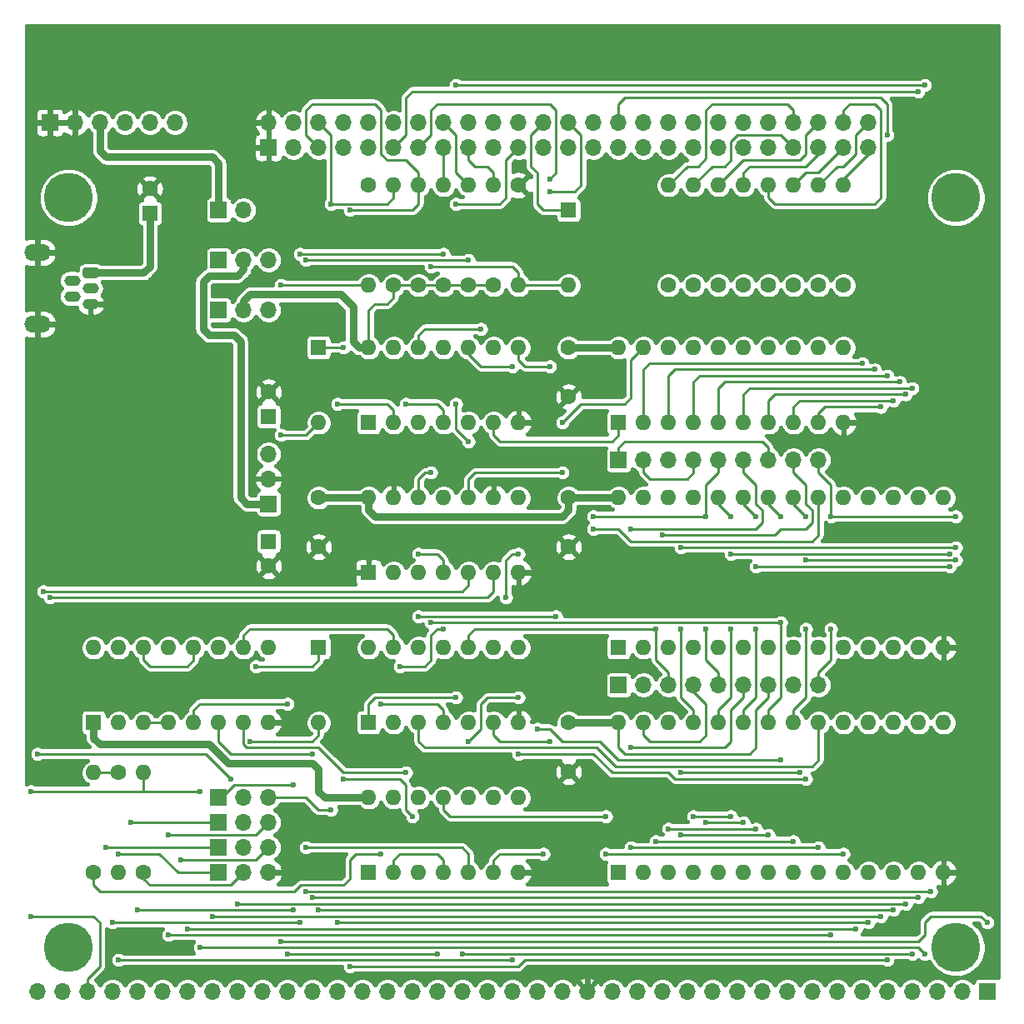
<source format=gbl>
G04 #@! TF.GenerationSoftware,KiCad,Pcbnew,(5.1.12)-1*
G04 #@! TF.CreationDate,2021-12-10T02:29:56-05:00*
G04 #@! TF.ProjectId,1802-Mini-Super-Elf-Bus,31383032-2d4d-4696-9e69-2d5375706572,rev?*
G04 #@! TF.SameCoordinates,Original*
G04 #@! TF.FileFunction,Copper,L2,Bot*
G04 #@! TF.FilePolarity,Positive*
%FSLAX46Y46*%
G04 Gerber Fmt 4.6, Leading zero omitted, Abs format (unit mm)*
G04 Created by KiCad (PCBNEW (5.1.12)-1) date 2021-12-10 02:29:56*
%MOMM*%
%LPD*%
G01*
G04 APERTURE LIST*
G04 #@! TA.AperFunction,ConnectorPad*
%ADD10O,1.650000X1.100000*%
G04 #@! TD*
G04 #@! TA.AperFunction,ComponentPad*
%ADD11O,2.700000X1.700000*%
G04 #@! TD*
G04 #@! TA.AperFunction,ComponentPad*
%ADD12C,0.949960*%
G04 #@! TD*
G04 #@! TA.AperFunction,ComponentPad*
%ADD13O,1.600000X1.600000*%
G04 #@! TD*
G04 #@! TA.AperFunction,ComponentPad*
%ADD14R,1.600000X1.600000*%
G04 #@! TD*
G04 #@! TA.AperFunction,ComponentPad*
%ADD15O,1.700000X1.700000*%
G04 #@! TD*
G04 #@! TA.AperFunction,ComponentPad*
%ADD16R,1.700000X1.700000*%
G04 #@! TD*
G04 #@! TA.AperFunction,ComponentPad*
%ADD17C,1.600000*%
G04 #@! TD*
G04 #@! TA.AperFunction,ComponentPad*
%ADD18C,5.000000*%
G04 #@! TD*
G04 #@! TA.AperFunction,ViaPad*
%ADD19C,3.810000*%
G04 #@! TD*
G04 #@! TA.AperFunction,ViaPad*
%ADD20C,0.600000*%
G04 #@! TD*
G04 #@! TA.AperFunction,Conductor*
%ADD21C,0.500009*%
G04 #@! TD*
G04 #@! TA.AperFunction,Conductor*
%ADD22C,0.250000*%
G04 #@! TD*
G04 #@! TA.AperFunction,Conductor*
%ADD23C,0.750013*%
G04 #@! TD*
G04 #@! TA.AperFunction,Conductor*
%ADD24C,0.381000*%
G04 #@! TD*
G04 #@! TA.AperFunction,Conductor*
%ADD25C,0.100000*%
G04 #@! TD*
G04 APERTURE END LIST*
G04 #@! TA.AperFunction,ConnectorPad*
G36*
G01*
X106205000Y-73300000D02*
X106205000Y-72750000D01*
G75*
G02*
X106480000Y-72475000I275000J0D01*
G01*
X107580000Y-72475000D01*
G75*
G02*
X107855000Y-72750000I0J-275000D01*
G01*
X107855000Y-73300000D01*
G75*
G02*
X107580000Y-73575000I-275000J0D01*
G01*
X106480000Y-73575000D01*
G75*
G02*
X106205000Y-73300000I0J275000D01*
G01*
G37*
G04 #@! TD.AperFunction*
D10*
X105130000Y-73825000D03*
X107030000Y-74625000D03*
X105130000Y-75425000D03*
X107030000Y-76225000D03*
D11*
X101630000Y-70975000D03*
X101630000Y-78275000D03*
D12*
X106680000Y-76225000D03*
X106680000Y-74625000D03*
X106680000Y-73025000D03*
X105480000Y-73825000D03*
X105480000Y-75425000D03*
D13*
X135255000Y-126365000D03*
X150495000Y-133985000D03*
X137795000Y-126365000D03*
X147955000Y-133985000D03*
X140335000Y-126365000D03*
X145415000Y-133985000D03*
X142875000Y-126365000D03*
X142875000Y-133985000D03*
X145415000Y-126365000D03*
X140335000Y-133985000D03*
X147955000Y-126365000D03*
X137795000Y-133985000D03*
X150495000Y-126365000D03*
D14*
X135255000Y-133985000D03*
D13*
X135255000Y-95885000D03*
X150495000Y-103505000D03*
X137795000Y-95885000D03*
X147955000Y-103505000D03*
X140335000Y-95885000D03*
X145415000Y-103505000D03*
X142875000Y-95885000D03*
X142875000Y-103505000D03*
X145415000Y-95885000D03*
X140335000Y-103505000D03*
X147955000Y-95885000D03*
X137795000Y-103505000D03*
X150495000Y-95885000D03*
D14*
X135255000Y-103505000D03*
D15*
X186055000Y-57785000D03*
X186055000Y-60325000D03*
X183515000Y-57785000D03*
X183515000Y-60325000D03*
X180975000Y-57785000D03*
X180975000Y-60325000D03*
X178435000Y-57785000D03*
X178435000Y-60325000D03*
X175895000Y-57785000D03*
X175895000Y-60325000D03*
X173355000Y-57785000D03*
X173355000Y-60325000D03*
X170815000Y-57785000D03*
X170815000Y-60325000D03*
X168275000Y-57785000D03*
X168275000Y-60325000D03*
X165735000Y-57785000D03*
X165735000Y-60325000D03*
X163195000Y-57785000D03*
X163195000Y-60325000D03*
X160655000Y-57785000D03*
X160655000Y-60325000D03*
X158115000Y-57785000D03*
X158115000Y-60325000D03*
X155575000Y-57785000D03*
X155575000Y-60325000D03*
X153035000Y-57785000D03*
X153035000Y-60325000D03*
X150495000Y-57785000D03*
X150495000Y-60325000D03*
X147955000Y-57785000D03*
X147955000Y-60325000D03*
X145415000Y-57785000D03*
X145415000Y-60325000D03*
X142875000Y-57785000D03*
X142875000Y-60325000D03*
X140335000Y-57785000D03*
X140335000Y-60325000D03*
X137795000Y-57785000D03*
X137795000Y-60325000D03*
X135255000Y-57785000D03*
X135255000Y-60325000D03*
X132715000Y-57785000D03*
X132715000Y-60325000D03*
X130175000Y-57785000D03*
X130175000Y-60325000D03*
X127635000Y-57785000D03*
X127635000Y-60325000D03*
X125095000Y-57785000D03*
D16*
X125095000Y-60325000D03*
D15*
X125095000Y-91440000D03*
X125095000Y-93980000D03*
D16*
X125095000Y-96520000D03*
D13*
X107315000Y-111125000D03*
X125095000Y-118745000D03*
X109855000Y-111125000D03*
X122555000Y-118745000D03*
X112395000Y-111125000D03*
X120015000Y-118745000D03*
X114935000Y-111125000D03*
X117475000Y-118745000D03*
X117475000Y-111125000D03*
X114935000Y-118745000D03*
X120015000Y-111125000D03*
X112395000Y-118745000D03*
X122555000Y-111125000D03*
X109855000Y-118745000D03*
X125095000Y-111125000D03*
D14*
X107315000Y-118745000D03*
X160655000Y-111125000D03*
D13*
X193675000Y-95885000D03*
X163195000Y-111125000D03*
X191135000Y-95885000D03*
X165735000Y-111125000D03*
X188595000Y-95885000D03*
X168275000Y-111125000D03*
X186055000Y-95885000D03*
X170815000Y-111125000D03*
X183515000Y-95885000D03*
X173355000Y-111125000D03*
X180975000Y-95885000D03*
X175895000Y-111125000D03*
X178435000Y-95885000D03*
X178435000Y-111125000D03*
X175895000Y-95885000D03*
X180975000Y-111125000D03*
X173355000Y-95885000D03*
X183515000Y-111125000D03*
X170815000Y-95885000D03*
X186055000Y-111125000D03*
X168275000Y-95885000D03*
X188595000Y-111125000D03*
X165735000Y-95885000D03*
X191135000Y-111125000D03*
X163195000Y-95885000D03*
X193675000Y-111125000D03*
X160655000Y-95885000D03*
X135255000Y-80645000D03*
X150495000Y-88265000D03*
X137795000Y-80645000D03*
X147955000Y-88265000D03*
X140335000Y-80645000D03*
X145415000Y-88265000D03*
X142875000Y-80645000D03*
X142875000Y-88265000D03*
X145415000Y-80645000D03*
X140335000Y-88265000D03*
X147955000Y-80645000D03*
X137795000Y-88265000D03*
X150495000Y-80645000D03*
D14*
X135255000Y-88265000D03*
D15*
X125095000Y-76835000D03*
X122555000Y-76835000D03*
D16*
X120015000Y-76835000D03*
X120015000Y-71755000D03*
D15*
X122555000Y-71755000D03*
X125095000Y-71755000D03*
D17*
X113030000Y-64492500D03*
D14*
X113030000Y-66992500D03*
D16*
X102870000Y-57785000D03*
D15*
X105410000Y-57785000D03*
X107950000Y-57785000D03*
X110490000Y-57785000D03*
X113030000Y-57785000D03*
X115570000Y-57785000D03*
X122555000Y-66675000D03*
D16*
X120015000Y-66675000D03*
D13*
X142875000Y-64135000D03*
D17*
X142875000Y-74295000D03*
D13*
X145415000Y-64135000D03*
D17*
X145415000Y-74295000D03*
D13*
X147955000Y-64135000D03*
D17*
X147955000Y-74295000D03*
D13*
X137795000Y-64135000D03*
D17*
X137795000Y-74295000D03*
D13*
X140335000Y-64135000D03*
D17*
X140335000Y-74295000D03*
D13*
X160655000Y-80645000D03*
X183515000Y-88265000D03*
X163195000Y-80645000D03*
X180975000Y-88265000D03*
X165735000Y-80645000D03*
X178435000Y-88265000D03*
X168275000Y-80645000D03*
X175895000Y-88265000D03*
X170815000Y-80645000D03*
X173355000Y-88265000D03*
X173355000Y-80645000D03*
X170815000Y-88265000D03*
X175895000Y-80645000D03*
X168275000Y-88265000D03*
X178435000Y-80645000D03*
X165735000Y-88265000D03*
X180975000Y-80645000D03*
X163195000Y-88265000D03*
X183515000Y-80645000D03*
D14*
X160655000Y-88265000D03*
X135255000Y-118745000D03*
D13*
X150495000Y-111125000D03*
X137795000Y-118745000D03*
X147955000Y-111125000D03*
X140335000Y-118745000D03*
X145415000Y-111125000D03*
X142875000Y-118745000D03*
X142875000Y-111125000D03*
X145415000Y-118745000D03*
X140335000Y-111125000D03*
X147955000Y-118745000D03*
X137795000Y-111125000D03*
X150495000Y-118745000D03*
X135255000Y-111125000D03*
X112395000Y-123825000D03*
D17*
X112395000Y-133985000D03*
D13*
X107315000Y-123825000D03*
D17*
X107315000Y-133985000D03*
D13*
X109855000Y-133985000D03*
D17*
X109855000Y-123825000D03*
D13*
X168275000Y-64135000D03*
D17*
X168275000Y-74295000D03*
D13*
X173355000Y-64135000D03*
D17*
X173355000Y-74295000D03*
D13*
X178435000Y-64135000D03*
D17*
X178435000Y-74295000D03*
D13*
X183515000Y-64135000D03*
D17*
X183515000Y-74295000D03*
D13*
X165735000Y-64135000D03*
D17*
X165735000Y-74295000D03*
D13*
X170815000Y-64135000D03*
D17*
X170815000Y-74295000D03*
D13*
X175895000Y-64135000D03*
D17*
X175895000Y-74295000D03*
D13*
X180975000Y-64135000D03*
D17*
X180975000Y-74295000D03*
D13*
X135255000Y-74295000D03*
D17*
X135255000Y-64135000D03*
D13*
X150495000Y-74295000D03*
D17*
X150495000Y-64135000D03*
D15*
X125095000Y-133985000D03*
X122555000Y-133985000D03*
D16*
X120015000Y-133985000D03*
D15*
X125095000Y-131445000D03*
X122555000Y-131445000D03*
D16*
X120015000Y-131445000D03*
X120015000Y-126365000D03*
D15*
X122555000Y-126365000D03*
X125095000Y-126365000D03*
X125095000Y-128905000D03*
X122555000Y-128905000D03*
D16*
X120015000Y-128905000D03*
D15*
X180975000Y-92075000D03*
X178435000Y-92075000D03*
X175895000Y-92075000D03*
X173355000Y-92075000D03*
X170815000Y-92075000D03*
X168275000Y-92075000D03*
X165735000Y-92075000D03*
X163195000Y-92075000D03*
D16*
X160655000Y-92075000D03*
D15*
X180975000Y-114935000D03*
X178435000Y-114935000D03*
X175895000Y-114935000D03*
X173355000Y-114935000D03*
X170815000Y-114935000D03*
X168275000Y-114935000D03*
X165735000Y-114935000D03*
X163195000Y-114935000D03*
D16*
X160655000Y-114935000D03*
D15*
X101600000Y-146050000D03*
X104140000Y-146050000D03*
X106680000Y-146050000D03*
X109220000Y-146050000D03*
X111760000Y-146050000D03*
X114300000Y-146050000D03*
X116840000Y-146050000D03*
X119380000Y-146050000D03*
X121920000Y-146050000D03*
X124460000Y-146050000D03*
X127000000Y-146050000D03*
X129540000Y-146050000D03*
X132080000Y-146050000D03*
X134620000Y-146050000D03*
X137160000Y-146050000D03*
X139700000Y-146050000D03*
X142240000Y-146050000D03*
X144780000Y-146050000D03*
X147320000Y-146050000D03*
X149860000Y-146050000D03*
X152400000Y-146050000D03*
X154940000Y-146050000D03*
X157480000Y-146050000D03*
X160020000Y-146050000D03*
X162560000Y-146050000D03*
X165100000Y-146050000D03*
X167640000Y-146050000D03*
X170180000Y-146050000D03*
X172720000Y-146050000D03*
X175260000Y-146050000D03*
X177800000Y-146050000D03*
X180340000Y-146050000D03*
X182880000Y-146050000D03*
X185420000Y-146050000D03*
X187960000Y-146050000D03*
X190500000Y-146050000D03*
X193040000Y-146050000D03*
X195580000Y-146050000D03*
D16*
X198120000Y-146050000D03*
D13*
X130175000Y-118745000D03*
D14*
X130175000Y-111125000D03*
D13*
X155575000Y-74295000D03*
D14*
X155575000Y-66675000D03*
D13*
X130175000Y-88265000D03*
D14*
X130175000Y-80645000D03*
D17*
X125095000Y-85130000D03*
D14*
X125095000Y-87630000D03*
D17*
X155575000Y-85645000D03*
X155575000Y-80645000D03*
X130175000Y-100885000D03*
X130175000Y-95885000D03*
X125095000Y-102830000D03*
D14*
X125095000Y-100330000D03*
D17*
X155575000Y-123745000D03*
X155575000Y-118745000D03*
X155575000Y-95885000D03*
X155575000Y-100885000D03*
D13*
X160655000Y-118745000D03*
X193675000Y-133985000D03*
X163195000Y-118745000D03*
X191135000Y-133985000D03*
X165735000Y-118745000D03*
X188595000Y-133985000D03*
X168275000Y-118745000D03*
X186055000Y-133985000D03*
X170815000Y-118745000D03*
X183515000Y-133985000D03*
X173355000Y-118745000D03*
X180975000Y-133985000D03*
X175895000Y-118745000D03*
X178435000Y-133985000D03*
X178435000Y-118745000D03*
X175895000Y-133985000D03*
X180975000Y-118745000D03*
X173355000Y-133985000D03*
X183515000Y-118745000D03*
X170815000Y-133985000D03*
X186055000Y-118745000D03*
X168275000Y-133985000D03*
X188595000Y-118745000D03*
X165735000Y-133985000D03*
X191135000Y-118745000D03*
X163195000Y-133985000D03*
X193675000Y-118745000D03*
D14*
X160655000Y-133985000D03*
D18*
X104775000Y-65405000D03*
X104775000Y-141605000D03*
X194945000Y-65405000D03*
X194945000Y-141605000D03*
D19*
X108432600Y-93980000D03*
D20*
X132080000Y-86360000D03*
X127000000Y-142240000D03*
X136525000Y-132080000D03*
X161925000Y-121285000D03*
X165100000Y-99695000D03*
X139700000Y-128270000D03*
X177165000Y-97790000D03*
X139065000Y-86360000D03*
X146685000Y-78740000D03*
X183515000Y-132080000D03*
X180975000Y-131445000D03*
X178435000Y-130810000D03*
X175895000Y-130175000D03*
X173355000Y-128905000D03*
X168275000Y-128270000D03*
X165735000Y-129540000D03*
X127635000Y-125095000D03*
X126365000Y-140970000D03*
X182245000Y-109220000D03*
X182245000Y-97790000D03*
X169545000Y-109220000D03*
X167005000Y-100965000D03*
X194945000Y-100965000D03*
X179705000Y-109220000D03*
X179705000Y-97790000D03*
X179705000Y-102235000D03*
X172085000Y-97790000D03*
X172085000Y-101600000D03*
X174625000Y-109220000D03*
X174625000Y-97790000D03*
X174625000Y-102870000D03*
X164465000Y-109220000D03*
X144145000Y-86360000D03*
X123190000Y-120650000D03*
X109855000Y-132080000D03*
X133350000Y-143510000D03*
X187960000Y-142875000D03*
X100965000Y-138430000D03*
X191135000Y-54610000D03*
X150495000Y-121920000D03*
X179705000Y-124460000D03*
X177165000Y-122555000D03*
X152400000Y-119380000D03*
X153670000Y-63500000D03*
X127000000Y-116840000D03*
X142240000Y-142240000D03*
X187325000Y-86677500D03*
X186055000Y-139065000D03*
X132080000Y-139065000D03*
X188595000Y-86042500D03*
X188595000Y-137795000D03*
X130175000Y-137795000D03*
X189865000Y-85407500D03*
X191135000Y-136525000D03*
X129540000Y-136525000D03*
X190500000Y-84772500D03*
X192405000Y-135890000D03*
X128905000Y-135890000D03*
X189230000Y-84137500D03*
X189865000Y-137160000D03*
X121920000Y-137160000D03*
X187960000Y-83502500D03*
X187325000Y-138430000D03*
X119380000Y-138430000D03*
X186690000Y-82867500D03*
X184785000Y-139700000D03*
X116840000Y-139700000D03*
X182245000Y-140335000D03*
X114935000Y-140335000D03*
X185420000Y-82232500D03*
X102235000Y-105410000D03*
X102870000Y-106045000D03*
X126365000Y-89535000D03*
X126365000Y-74295000D03*
X153670000Y-64770000D03*
X153670000Y-82550000D03*
X153670000Y-120650000D03*
X149860000Y-142875000D03*
X109855000Y-142875000D03*
X108585000Y-131445000D03*
X116205000Y-132715000D03*
X167005000Y-123825000D03*
X179070000Y-123825000D03*
X161925000Y-99060000D03*
X100965000Y-125730000D03*
X118110000Y-125730000D03*
X132715000Y-80645000D03*
X132715000Y-124460000D03*
X141605000Y-72390000D03*
X141605000Y-93345000D03*
X145415000Y-71755000D03*
X128905000Y-71755000D03*
X128270000Y-139065000D03*
X109220000Y-139065000D03*
X111760000Y-137795000D03*
X128270000Y-71120000D03*
X142875000Y-71120000D03*
X127635000Y-137795000D03*
X177165000Y-108585000D03*
X139065000Y-123825000D03*
X150495000Y-116205000D03*
X144145000Y-53975000D03*
X191770000Y-53975000D03*
X144780000Y-142240000D03*
X159385000Y-132080000D03*
X161925000Y-131445000D03*
X164465000Y-130810000D03*
X167005000Y-130175000D03*
X169545000Y-128905000D03*
X172085000Y-128270000D03*
X174625000Y-129540000D03*
X118110000Y-141605000D03*
X131445000Y-66040000D03*
X191770000Y-142240000D03*
X131445000Y-127635000D03*
X133350000Y-66675000D03*
X187960000Y-59055000D03*
X194945000Y-97790000D03*
X169545000Y-97790000D03*
X158115000Y-97790000D03*
X167005000Y-109220000D03*
X194945000Y-102235000D03*
X172085000Y-109220000D03*
X194310000Y-101600000D03*
X194310000Y-102870000D03*
X140335000Y-107950000D03*
X154305000Y-107950000D03*
X141605000Y-108585000D03*
X145415000Y-120650000D03*
X190500000Y-142240000D03*
X198120000Y-139065000D03*
X153035000Y-132080000D03*
X114935000Y-130175000D03*
X149860000Y-82550000D03*
X150495000Y-101600000D03*
X149225000Y-106045000D03*
X154940000Y-93345000D03*
X154940000Y-88265000D03*
X144145000Y-66040000D03*
X145415000Y-90170000D03*
X159385000Y-128270000D03*
X158115000Y-99060000D03*
X101600000Y-121920000D03*
X121285000Y-124460000D03*
X111125000Y-128905000D03*
X140335000Y-101600000D03*
X142875000Y-109220000D03*
X138430000Y-113030000D03*
X129540000Y-121920000D03*
X128905000Y-131445000D03*
X123825000Y-113030000D03*
X136525000Y-116840000D03*
X144145000Y-116205000D03*
D21*
X156527500Y-145097500D02*
X157480000Y-146050000D01*
X157480000Y-146050000D02*
X158432500Y-145097500D01*
X106997500Y-76542500D02*
X106680000Y-76225000D01*
X106997500Y-77787500D02*
X106997500Y-76542500D01*
X106510000Y-78275000D02*
X106997500Y-77787500D01*
X101630000Y-78275000D02*
X106510000Y-78275000D01*
D22*
X160655000Y-121285000D02*
X160655000Y-118745000D01*
X161290000Y-121920000D02*
X160655000Y-121285000D01*
X173990000Y-121920000D02*
X161290000Y-121920000D01*
X174625000Y-117475000D02*
X174625000Y-121285000D01*
X175895000Y-116205000D02*
X174625000Y-117475000D01*
X174625000Y-121285000D02*
X173990000Y-121920000D01*
X175895000Y-114935000D02*
X175895000Y-116205000D01*
X160655000Y-92075000D02*
X160655000Y-90805000D01*
X160655000Y-90805000D02*
X161290000Y-90170000D01*
X161290000Y-90170000D02*
X175260000Y-90170000D01*
X175260000Y-90170000D02*
X175895000Y-90805000D01*
X175895000Y-90805000D02*
X175895000Y-92075000D01*
X147955000Y-74295000D02*
X145415000Y-74295000D01*
X145415000Y-74295000D02*
X142875000Y-74295000D01*
X142875000Y-74295000D02*
X140335000Y-74295000D01*
X140335000Y-74295000D02*
X137795000Y-74295000D01*
X107315000Y-123825000D02*
X109855000Y-123825000D01*
X110490000Y-132080000D02*
X110490000Y-132080000D01*
D23*
X155575000Y-80645000D02*
X160655000Y-80645000D01*
X155575000Y-95885000D02*
X160655000Y-95885000D01*
D22*
X106680000Y-146050000D02*
X106680000Y-145415000D01*
X104140000Y-146050000D02*
X104140000Y-145415000D01*
X125095000Y-110490000D02*
X125095000Y-111125000D01*
X136525000Y-132080000D02*
X133985000Y-132080000D01*
X133350000Y-134620000D02*
X132715000Y-135255000D01*
X133985000Y-132080000D02*
X133350000Y-132715000D01*
X107950000Y-135890000D02*
X107315000Y-135255000D01*
X133350000Y-132715000D02*
X133350000Y-134620000D01*
X132715000Y-135255000D02*
X128349375Y-135255000D01*
X128349375Y-135255000D02*
X127714375Y-135890000D01*
X127714375Y-135890000D02*
X107950000Y-135890000D01*
X107315000Y-135255000D02*
X107315000Y-133985000D01*
X117475000Y-111125000D02*
X117475000Y-112395000D01*
X117475000Y-112395000D02*
X116840000Y-113030000D01*
X116840000Y-113030000D02*
X113030000Y-113030000D01*
X112395000Y-112395000D02*
X112395000Y-111125000D01*
X113030000Y-113030000D02*
X112395000Y-112395000D01*
X121285000Y-135255000D02*
X122555000Y-133985000D01*
X113030000Y-135255000D02*
X121285000Y-135255000D01*
X112395000Y-133985000D02*
X112395000Y-134620000D01*
X112395000Y-134620000D02*
X113030000Y-135255000D01*
X168275000Y-114935000D02*
X168275000Y-115570000D01*
X163830000Y-120650000D02*
X163195000Y-120015000D01*
X163195000Y-120015000D02*
X163195000Y-118745000D01*
X168910000Y-120650000D02*
X163830000Y-120650000D01*
X169545000Y-120015000D02*
X168910000Y-120650000D01*
X169545000Y-116840000D02*
X169545000Y-120015000D01*
X168275000Y-115570000D02*
X169545000Y-116840000D01*
X161925000Y-121285000D02*
X171450000Y-121285000D01*
X171450000Y-121285000D02*
X172085000Y-120650000D01*
X172085000Y-120650000D02*
X172085000Y-117475000D01*
X172085000Y-117475000D02*
X173355000Y-116205000D01*
X173355000Y-116205000D02*
X173355000Y-114935000D01*
X163195000Y-93345000D02*
X163195000Y-92075000D01*
X167640000Y-93980000D02*
X163830000Y-93980000D01*
X168275000Y-93345000D02*
X167640000Y-93980000D01*
X163830000Y-93980000D02*
X163195000Y-93345000D01*
X168275000Y-92075000D02*
X168275000Y-93345000D01*
X178435000Y-93345000D02*
X178435000Y-92075000D01*
X180340000Y-97155000D02*
X179705000Y-96520000D01*
X180340000Y-98425000D02*
X180340000Y-97155000D01*
X179705000Y-94615000D02*
X178435000Y-93345000D01*
X179705000Y-99060000D02*
X180340000Y-98425000D01*
X177165000Y-99060000D02*
X179705000Y-99060000D01*
X176530000Y-99695000D02*
X177165000Y-99060000D01*
X179705000Y-96520000D02*
X179705000Y-94615000D01*
X165100000Y-99695000D02*
X176530000Y-99695000D01*
X150495000Y-74295000D02*
X154305000Y-74295000D01*
X155575000Y-74295000D02*
X154305000Y-74295000D01*
X151765000Y-59055000D02*
X153035000Y-57785000D01*
X152400000Y-62865000D02*
X151765000Y-62230000D01*
X152400000Y-66040000D02*
X152400000Y-62865000D01*
X151765000Y-62230000D02*
X151765000Y-59055000D01*
X153035000Y-66675000D02*
X152400000Y-66040000D01*
X155575000Y-66675000D02*
X153035000Y-66675000D01*
X144145000Y-59055000D02*
X142875000Y-57785000D01*
X144145000Y-62865000D02*
X144145000Y-59055000D01*
X145415000Y-64135000D02*
X144145000Y-62865000D01*
X142875000Y-64135000D02*
X142875000Y-60325000D01*
X175895000Y-96520000D02*
X175895000Y-95885000D01*
X177165000Y-97790000D02*
X175895000Y-96520000D01*
X142875000Y-86995000D02*
X142875000Y-88265000D01*
X142240000Y-86360000D02*
X142875000Y-86995000D01*
X139065000Y-86360000D02*
X142240000Y-86360000D01*
X140335000Y-80645000D02*
X140335000Y-79375000D01*
X140335000Y-79375000D02*
X140970000Y-78740000D01*
X140970000Y-78740000D02*
X146685000Y-78740000D01*
X120332500Y-126365000D02*
X120015000Y-126365000D01*
X121602500Y-125095000D02*
X120332500Y-126365000D01*
X127635000Y-125095000D02*
X121602500Y-125095000D01*
X139065000Y-61595000D02*
X140335000Y-62865000D01*
X137160000Y-61595000D02*
X139065000Y-61595000D01*
X136525000Y-60960000D02*
X137160000Y-61595000D01*
X136525000Y-56515000D02*
X136525000Y-60960000D01*
X135890000Y-55880000D02*
X136525000Y-56515000D01*
X128905000Y-56515000D02*
X129540000Y-55880000D01*
X128905000Y-59055000D02*
X128905000Y-56515000D01*
X140335000Y-62865000D02*
X140335000Y-64135000D01*
X130175000Y-60325000D02*
X128905000Y-59055000D01*
X129540000Y-55880000D02*
X135890000Y-55880000D01*
X182245000Y-112395000D02*
X180975000Y-113665000D01*
X180975000Y-113665000D02*
X180975000Y-114935000D01*
X182245000Y-109220000D02*
X182245000Y-112395000D01*
X180975000Y-93345000D02*
X180975000Y-92075000D01*
X182245000Y-94615000D02*
X180975000Y-93345000D01*
X182245000Y-97790000D02*
X182245000Y-94615000D01*
X170815000Y-114935000D02*
X170815000Y-113665000D01*
X170815000Y-113665000D02*
X169545000Y-112395000D01*
X169545000Y-112395000D02*
X169545000Y-109220000D01*
X186055000Y-60960000D02*
X186055000Y-60325000D01*
X183515000Y-63500000D02*
X186055000Y-60960000D01*
X183515000Y-64135000D02*
X183515000Y-63500000D01*
X180975000Y-62865000D02*
X183515000Y-60325000D01*
X179705000Y-62865000D02*
X180975000Y-62865000D01*
X178435000Y-64135000D02*
X179705000Y-62865000D01*
X180975000Y-60960000D02*
X180975000Y-60325000D01*
X179705000Y-62230000D02*
X180975000Y-60960000D01*
X173990000Y-62230000D02*
X179705000Y-62230000D01*
X173355000Y-62865000D02*
X173990000Y-62230000D01*
X173355000Y-64135000D02*
X173355000Y-62865000D01*
X177165000Y-59055000D02*
X178435000Y-60325000D01*
X172720000Y-59055000D02*
X177165000Y-59055000D01*
X172085000Y-59690000D02*
X172720000Y-59055000D01*
X172085000Y-61595000D02*
X172085000Y-59690000D01*
X171450000Y-62230000D02*
X172085000Y-61595000D01*
X170180000Y-62230000D02*
X171450000Y-62230000D01*
X168275000Y-64135000D02*
X170180000Y-62230000D01*
X167005000Y-109220000D02*
X167005000Y-109220000D01*
X194945000Y-100965000D02*
X167005000Y-100965000D01*
X179705000Y-116205000D02*
X179705000Y-109220000D01*
X178435000Y-117475000D02*
X179705000Y-116205000D01*
X178435000Y-118745000D02*
X178435000Y-117475000D01*
X178435000Y-96520000D02*
X178435000Y-95885000D01*
X179705000Y-97790000D02*
X178435000Y-96520000D01*
X184785000Y-59055000D02*
X186055000Y-57785000D01*
X184785000Y-60960000D02*
X184785000Y-59055000D01*
X182880000Y-62230000D02*
X183515000Y-62230000D01*
X183515000Y-62230000D02*
X184785000Y-60960000D01*
X180975000Y-64135000D02*
X182880000Y-62230000D01*
X183515000Y-56515000D02*
X183515000Y-57785000D01*
X186690000Y-55880000D02*
X184150000Y-55880000D01*
X187325000Y-65405000D02*
X187325000Y-56515000D01*
X186690000Y-66040000D02*
X187325000Y-65405000D01*
X176530000Y-66040000D02*
X186690000Y-66040000D01*
X175895000Y-65405000D02*
X176530000Y-66040000D01*
X184150000Y-55880000D02*
X183515000Y-56515000D01*
X187325000Y-56515000D02*
X186690000Y-55880000D01*
X175895000Y-64135000D02*
X175895000Y-65405000D01*
X179705000Y-59055000D02*
X180975000Y-57785000D01*
X179070000Y-61595000D02*
X179705000Y-60960000D01*
X173355000Y-61595000D02*
X179070000Y-61595000D01*
X179705000Y-60960000D02*
X179705000Y-59055000D01*
X170815000Y-64135000D02*
X173355000Y-61595000D01*
X177800000Y-55880000D02*
X178435000Y-56515000D01*
X170180000Y-55880000D02*
X177800000Y-55880000D01*
X169545000Y-56515000D02*
X170180000Y-55880000D01*
X169545000Y-61436250D02*
X169545000Y-56515000D01*
X178435000Y-56515000D02*
X178435000Y-57785000D01*
X168751250Y-62230000D02*
X169545000Y-61436250D01*
X167640000Y-62230000D02*
X168751250Y-62230000D01*
X165735000Y-64135000D02*
X167640000Y-62230000D01*
X170815000Y-96520000D02*
X170815000Y-95885000D01*
X172085000Y-97790000D02*
X170815000Y-96520000D01*
X174625000Y-116205000D02*
X174625000Y-109220000D01*
X173355000Y-117475000D02*
X174625000Y-116205000D01*
X173355000Y-118745000D02*
X173355000Y-117475000D01*
X173355000Y-96520000D02*
X173355000Y-95885000D01*
X174625000Y-97790000D02*
X173355000Y-96520000D01*
X148590000Y-90170000D02*
X147955000Y-89535000D01*
X147955000Y-89535000D02*
X147955000Y-88265000D01*
X160020000Y-90170000D02*
X148590000Y-90170000D01*
X160655000Y-89535000D02*
X160020000Y-90170000D01*
X160655000Y-88265000D02*
X160655000Y-89535000D01*
X165735000Y-114935000D02*
X165735000Y-113665000D01*
X165735000Y-113665000D02*
X164465000Y-112395000D01*
X164465000Y-112395000D02*
X164465000Y-109220000D01*
X145415000Y-109855000D02*
X145415000Y-111125000D01*
X146050000Y-109220000D02*
X145415000Y-109855000D01*
X164465000Y-109220000D02*
X146050000Y-109220000D01*
D23*
X113030000Y-72390000D02*
X113030000Y-66992500D01*
X112395000Y-73025000D02*
X113030000Y-72390000D01*
X106680000Y-73025000D02*
X112395000Y-73025000D01*
D22*
X129540000Y-120650000D02*
X130175000Y-120015000D01*
X130175000Y-120015000D02*
X130175000Y-118745000D01*
D23*
X160655000Y-118745000D02*
X155575000Y-118745000D01*
D22*
X135255000Y-76835000D02*
X135255000Y-80645000D01*
X135890000Y-76200000D02*
X137160000Y-76200000D01*
X137795000Y-75565000D02*
X137795000Y-74295000D01*
X137160000Y-76200000D02*
X137795000Y-75565000D01*
X135890000Y-76200000D02*
X135255000Y-76835000D01*
D23*
X130175000Y-95885000D02*
X135255000Y-95885000D01*
X134302500Y-80645000D02*
X135255000Y-80645000D01*
X122555000Y-76835000D02*
X122555000Y-75882500D01*
X122555000Y-75882500D02*
X123190000Y-75247500D01*
X123190000Y-75247500D02*
X132397500Y-75247500D01*
X132397500Y-75247500D02*
X133667500Y-76517500D01*
X133667500Y-76517500D02*
X133667500Y-80010000D01*
X133667500Y-80010000D02*
X134302500Y-80645000D01*
D22*
X115887500Y-133985000D02*
X120015000Y-133985000D01*
X113982500Y-132080000D02*
X115887500Y-133985000D01*
X109855000Y-132080000D02*
X113982500Y-132080000D01*
D23*
X130175000Y-125730000D02*
X130810000Y-126365000D01*
X107315000Y-118745000D02*
X107315000Y-120332500D01*
X107315000Y-120332500D02*
X107950000Y-120967500D01*
X107950000Y-120967500D02*
X119062500Y-120967500D01*
X119062500Y-120967500D02*
X120967500Y-122872500D01*
X120967500Y-122872500D02*
X129540000Y-122872500D01*
X130810000Y-126365000D02*
X135255000Y-126365000D01*
X129540000Y-122872500D02*
X130175000Y-123507500D01*
X130175000Y-123507500D02*
X130175000Y-125730000D01*
X135255000Y-97155000D02*
X135255000Y-95885000D01*
X135890000Y-97790000D02*
X135255000Y-97155000D01*
X154940000Y-97790000D02*
X135890000Y-97790000D01*
X155575000Y-97155000D02*
X154940000Y-97790000D01*
X155575000Y-95885000D02*
X155575000Y-97155000D01*
D22*
X150495000Y-143510000D02*
X133350000Y-143510000D01*
X187960000Y-142875000D02*
X151130000Y-142875000D01*
X151130000Y-142875000D02*
X150495000Y-143510000D01*
X132080000Y-86360000D02*
X137160000Y-86360000D01*
X137160000Y-86360000D02*
X137795000Y-86995000D01*
X137795000Y-86995000D02*
X137795000Y-88265000D01*
X106680000Y-144780000D02*
X106680000Y-146050000D01*
X107950000Y-143510000D02*
X106680000Y-144780000D01*
X107950000Y-139065000D02*
X107950000Y-143510000D01*
X107315000Y-138430000D02*
X107950000Y-139065000D01*
X100965000Y-138430000D02*
X107315000Y-138430000D01*
X139065000Y-59055000D02*
X137795000Y-60325000D01*
X139065000Y-55245000D02*
X139065000Y-59055000D01*
X191135000Y-54610000D02*
X139700000Y-54610000D01*
X139700000Y-54610000D02*
X139065000Y-55245000D01*
X158115000Y-121920000D02*
X150495000Y-121920000D01*
X160020000Y-123825000D02*
X158115000Y-121920000D01*
X165735000Y-123825000D02*
X160020000Y-123825000D01*
X166370000Y-124460000D02*
X165735000Y-123825000D01*
X179705000Y-124460000D02*
X166370000Y-124460000D01*
X160655000Y-122555000D02*
X177165000Y-122555000D01*
X154940000Y-120650000D02*
X158750000Y-120650000D01*
X158750000Y-120650000D02*
X160655000Y-122555000D01*
X153670000Y-119380000D02*
X154940000Y-120650000D01*
X152400000Y-119380000D02*
X153670000Y-119380000D01*
X141605000Y-59055000D02*
X140335000Y-60325000D01*
X142240000Y-55880000D02*
X141605000Y-56515000D01*
X154305000Y-62865000D02*
X154305000Y-56515000D01*
X141605000Y-56515000D02*
X141605000Y-59055000D01*
X153670000Y-55880000D02*
X142240000Y-55880000D01*
X153670000Y-63500000D02*
X154305000Y-62865000D01*
X154305000Y-56515000D02*
X153670000Y-55880000D01*
X117475000Y-118745000D02*
X117475000Y-117475000D01*
X117475000Y-117475000D02*
X118110000Y-116840000D01*
X118110000Y-116840000D02*
X127000000Y-116840000D01*
X127000000Y-142240000D02*
X142240000Y-142240000D01*
X180975000Y-87312500D02*
X180975000Y-88265000D01*
X181610000Y-86677500D02*
X180975000Y-87312500D01*
X187325000Y-86677500D02*
X181610000Y-86677500D01*
X186055000Y-139065000D02*
X132080000Y-139065000D01*
X178435000Y-86677500D02*
X178435000Y-88265000D01*
X179070000Y-86042500D02*
X178435000Y-86677500D01*
X188595000Y-86042500D02*
X179070000Y-86042500D01*
X188595000Y-137795000D02*
X130175000Y-137795000D01*
X176530000Y-85407500D02*
X175895000Y-86042500D01*
X189865000Y-85407500D02*
X176530000Y-85407500D01*
X175895000Y-86042500D02*
X175895000Y-88265000D01*
X191135000Y-136525000D02*
X129540000Y-136525000D01*
X173355000Y-85407500D02*
X173355000Y-88265000D01*
X190500000Y-84772500D02*
X173990000Y-84772500D01*
X173990000Y-84772500D02*
X173355000Y-85407500D01*
X192405000Y-135890000D02*
X128905000Y-135890000D01*
X170815000Y-84772500D02*
X170815000Y-88265000D01*
X171450000Y-84137500D02*
X170815000Y-84772500D01*
X189230000Y-84137500D02*
X171450000Y-84137500D01*
X189865000Y-137160000D02*
X121920000Y-137160000D01*
X168275000Y-84137500D02*
X168275000Y-88265000D01*
X168910000Y-83502500D02*
X168275000Y-84137500D01*
X187960000Y-83502500D02*
X168910000Y-83502500D01*
X187325000Y-138430000D02*
X119380000Y-138430000D01*
X166370000Y-82867500D02*
X165735000Y-83502500D01*
X165735000Y-83502500D02*
X165735000Y-88265000D01*
X186690000Y-82867500D02*
X166370000Y-82867500D01*
X184785000Y-139700000D02*
X116840000Y-139700000D01*
X114935000Y-140335000D02*
X182245000Y-140335000D01*
X163195000Y-82867500D02*
X163195000Y-88265000D01*
X163830000Y-82232500D02*
X163195000Y-82867500D01*
X185420000Y-82232500D02*
X163830000Y-82232500D01*
X145415000Y-104775000D02*
X145415000Y-103505000D01*
X144780000Y-105410000D02*
X145415000Y-104775000D01*
X102235000Y-105410000D02*
X144780000Y-105410000D01*
X147955000Y-105410000D02*
X147955000Y-103505000D01*
X147320000Y-106045000D02*
X147955000Y-105410000D01*
X102870000Y-106045000D02*
X147320000Y-106045000D01*
X128905000Y-89535000D02*
X130175000Y-88265000D01*
X126365000Y-89535000D02*
X128905000Y-89535000D01*
X133985000Y-74295000D02*
X135255000Y-74295000D01*
X126365000Y-74295000D02*
X133985000Y-74295000D01*
X150495000Y-81915000D02*
X150495000Y-80645000D01*
X151130000Y-82550000D02*
X150495000Y-81915000D01*
X153670000Y-82550000D02*
X151130000Y-82550000D01*
X147955000Y-120015000D02*
X147955000Y-118745000D01*
X148590000Y-120650000D02*
X147955000Y-120015000D01*
X153670000Y-120650000D02*
X148590000Y-120650000D01*
X156845000Y-59055000D02*
X155575000Y-57785000D01*
X156845000Y-64135000D02*
X156845000Y-59055000D01*
X156210000Y-64770000D02*
X156845000Y-64135000D01*
X153670000Y-64770000D02*
X156210000Y-64770000D01*
X130810000Y-142875000D02*
X109855000Y-142875000D01*
X149860000Y-142875000D02*
X130810000Y-142875000D01*
X108585000Y-131445000D02*
X120015000Y-131445000D01*
X123825000Y-132715000D02*
X125095000Y-131445000D01*
X116205000Y-132715000D02*
X123825000Y-132715000D01*
X167005000Y-123825000D02*
X179070000Y-123825000D01*
X173355000Y-93345000D02*
X173355000Y-92075000D01*
X174625000Y-94615000D02*
X173355000Y-93345000D01*
X174625000Y-96520000D02*
X174625000Y-94615000D01*
X175260000Y-97155000D02*
X174625000Y-96520000D01*
X175260000Y-98425000D02*
X175260000Y-97155000D01*
X174625000Y-99060000D02*
X175260000Y-98425000D01*
X161925000Y-99060000D02*
X174625000Y-99060000D01*
D23*
X107950000Y-60642500D02*
X107950000Y-57785000D01*
X108585000Y-61277500D02*
X107950000Y-60642500D01*
X119380000Y-61277500D02*
X108585000Y-61277500D01*
X120015000Y-61912500D02*
X119380000Y-61277500D01*
X120015000Y-66675000D02*
X120015000Y-61912500D01*
D22*
X112395000Y-125730000D02*
X112395000Y-123825000D01*
X100965000Y-125730000D02*
X112395000Y-125730000D01*
X112395000Y-125730000D02*
X118110000Y-125730000D01*
X132715000Y-80645000D02*
X130175000Y-80645000D01*
X139065000Y-127635000D02*
X139700000Y-128270000D01*
X139065000Y-125095000D02*
X139065000Y-127635000D01*
X138430000Y-124460000D02*
X139065000Y-125095000D01*
X132715000Y-124460000D02*
X138430000Y-124460000D01*
X150495000Y-73025000D02*
X150495000Y-74295000D01*
X149860000Y-72390000D02*
X150495000Y-73025000D01*
X141605000Y-72390000D02*
X149860000Y-72390000D01*
X140335000Y-93980000D02*
X140335000Y-95885000D01*
X140970000Y-93345000D02*
X140335000Y-93980000D01*
X141605000Y-93345000D02*
X140970000Y-93345000D01*
X128905000Y-71755000D02*
X145415000Y-71755000D01*
X109220000Y-139065000D02*
X128270000Y-139065000D01*
X142875000Y-71120000D02*
X128270000Y-71120000D01*
X111760000Y-137795000D02*
X127635000Y-137795000D01*
X175895000Y-117475000D02*
X175895000Y-118745000D01*
X177165000Y-116205000D02*
X175895000Y-117475000D01*
X177165000Y-108585000D02*
X177165000Y-116205000D01*
X122555000Y-120967500D02*
X122555000Y-118745000D01*
X122872500Y-121285000D02*
X122555000Y-120967500D01*
X130175000Y-121285000D02*
X122872500Y-121285000D01*
X132715000Y-123825000D02*
X130175000Y-121285000D01*
X139065000Y-123825000D02*
X132715000Y-123825000D01*
X145415000Y-61595000D02*
X145415000Y-60325000D01*
X146050000Y-62230000D02*
X145415000Y-61595000D01*
X147320000Y-62230000D02*
X146050000Y-62230000D01*
X147955000Y-62865000D02*
X147320000Y-62230000D01*
X147955000Y-64135000D02*
X147955000Y-62865000D01*
X191770000Y-53975000D02*
X144145000Y-53975000D01*
X159385000Y-132080000D02*
X183515000Y-132080000D01*
X161925000Y-131445000D02*
X180975000Y-131445000D01*
X178435000Y-130810000D02*
X164465000Y-130810000D01*
X167005000Y-130175000D02*
X175895000Y-130175000D01*
X173355000Y-128905000D02*
X169545000Y-128905000D01*
X172085000Y-128270000D02*
X168275000Y-128270000D01*
X174625000Y-129540000D02*
X165735000Y-129540000D01*
X137795000Y-64770000D02*
X137795000Y-64135000D01*
X131445000Y-59055000D02*
X130175000Y-57785000D01*
X131445000Y-66040000D02*
X131445000Y-59055000D01*
X137795000Y-65405000D02*
X137795000Y-64135000D01*
X137160000Y-66040000D02*
X137795000Y-65405000D01*
X131445000Y-66040000D02*
X137160000Y-66040000D01*
X191135000Y-141605000D02*
X118110000Y-141605000D01*
X191770000Y-142240000D02*
X191135000Y-141605000D01*
X128905000Y-126365000D02*
X125095000Y-126365000D01*
X130175000Y-127635000D02*
X128905000Y-126365000D01*
X131445000Y-127635000D02*
X130175000Y-127635000D01*
X139700000Y-66675000D02*
X140335000Y-66040000D01*
X133350000Y-66675000D02*
X139700000Y-66675000D01*
X140335000Y-66040000D02*
X140335000Y-64135000D01*
X160655000Y-55880000D02*
X160655000Y-57785000D01*
X161290000Y-55245000D02*
X160655000Y-55880000D01*
X187325000Y-55245000D02*
X161290000Y-55245000D01*
X187960000Y-55880000D02*
X187325000Y-55245000D01*
X187960000Y-59055000D02*
X187960000Y-55880000D01*
X194945000Y-97790000D02*
X182245000Y-97790000D01*
X170815000Y-93345000D02*
X170815000Y-92075000D01*
X169545000Y-94615000D02*
X170815000Y-93345000D01*
X169545000Y-97790000D02*
X169545000Y-94615000D01*
X158115000Y-97790000D02*
X169545000Y-97790000D01*
X167005000Y-116205000D02*
X168275000Y-117475000D01*
X168275000Y-117475000D02*
X168275000Y-118745000D01*
X167005000Y-109220000D02*
X167005000Y-116205000D01*
X194945000Y-102235000D02*
X179705000Y-102235000D01*
X172085000Y-109220000D02*
X172085000Y-116205000D01*
X172085000Y-116205000D02*
X170815000Y-117475000D01*
X170815000Y-117475000D02*
X170815000Y-118745000D01*
X194310000Y-101600000D02*
X172085000Y-101600000D01*
X194310000Y-102870000D02*
X174625000Y-102870000D01*
X140335000Y-107950000D02*
X154305000Y-107950000D01*
X141605000Y-108585000D02*
X177165000Y-108585000D01*
X147320000Y-116205000D02*
X150495000Y-116205000D01*
X146685000Y-116840000D02*
X147320000Y-116205000D01*
X146685000Y-119380000D02*
X146685000Y-116840000D01*
X145415000Y-120650000D02*
X146685000Y-119380000D01*
X144780000Y-142240000D02*
X190500000Y-142240000D01*
X191770000Y-140335000D02*
X191135000Y-140970000D01*
X198120000Y-139065000D02*
X197485000Y-138430000D01*
X197485000Y-138430000D02*
X192405000Y-138430000D01*
X192405000Y-138430000D02*
X191770000Y-139065000D01*
X191770000Y-139065000D02*
X191770000Y-140335000D01*
X191135000Y-140970000D02*
X126365000Y-140970000D01*
X153035000Y-132080000D02*
X148590000Y-132080000D01*
X148590000Y-132080000D02*
X147955000Y-132715000D01*
X147955000Y-132715000D02*
X147955000Y-133985000D01*
X112395000Y-118745000D02*
X114935000Y-118745000D01*
X123825000Y-130175000D02*
X125095000Y-128905000D01*
X114935000Y-130175000D02*
X123825000Y-130175000D01*
X122555000Y-109855000D02*
X122555000Y-111125000D01*
X123190000Y-109220000D02*
X122555000Y-109855000D01*
X137160000Y-109220000D02*
X123190000Y-109220000D01*
X137160000Y-109220000D02*
X137795000Y-109855000D01*
X137795000Y-109855000D02*
X137795000Y-111125000D01*
X145415000Y-81280000D02*
X145415000Y-80645000D01*
X146685000Y-82550000D02*
X145415000Y-81280000D01*
X149860000Y-82550000D02*
X146685000Y-82550000D01*
X149225000Y-102235000D02*
X149860000Y-101600000D01*
X149860000Y-101600000D02*
X150495000Y-101600000D01*
X149225000Y-106045000D02*
X149225000Y-102235000D01*
X146050000Y-93345000D02*
X145415000Y-93980000D01*
X154940000Y-93345000D02*
X146050000Y-93345000D01*
X145415000Y-93980000D02*
X145415000Y-95885000D01*
X154940000Y-88265000D02*
X156845000Y-86360000D01*
X156845000Y-86360000D02*
X161290000Y-86360000D01*
X161290000Y-86360000D02*
X161925000Y-85725000D01*
X161925000Y-85725000D02*
X161925000Y-81915000D01*
X161925000Y-81915000D02*
X163195000Y-80645000D01*
X149225000Y-65405000D02*
X149225000Y-61595000D01*
X148590000Y-66040000D02*
X149225000Y-65405000D01*
X149225000Y-61595000D02*
X150495000Y-60325000D01*
X144145000Y-66040000D02*
X148590000Y-66040000D01*
X144145000Y-88900000D02*
X144145000Y-86360000D01*
X145415000Y-90170000D02*
X144145000Y-88900000D01*
X140335000Y-120650000D02*
X140335000Y-118745000D01*
X140970000Y-121285000D02*
X140335000Y-120650000D01*
X158432500Y-121285000D02*
X140970000Y-121285000D01*
X160337500Y-123190000D02*
X158432500Y-121285000D01*
X180340000Y-123190000D02*
X160337500Y-123190000D01*
X180975000Y-122555000D02*
X180340000Y-123190000D01*
X180975000Y-118745000D02*
X180975000Y-122555000D01*
X142875000Y-127635000D02*
X142875000Y-126365000D01*
X159385000Y-128270000D02*
X143510000Y-128270000D01*
X180975000Y-99695000D02*
X180975000Y-95885000D01*
X180340000Y-100330000D02*
X180975000Y-99695000D01*
X161925000Y-100330000D02*
X180340000Y-100330000D01*
X160655000Y-99060000D02*
X161925000Y-100330000D01*
X158115000Y-99060000D02*
X160655000Y-99060000D01*
X143510000Y-128270000D02*
X142875000Y-127635000D01*
X118745000Y-121920000D02*
X101600000Y-121920000D01*
X121285000Y-124460000D02*
X118745000Y-121920000D01*
X111125000Y-128905000D02*
X120015000Y-128905000D01*
X140335000Y-101600000D02*
X142240000Y-101600000D01*
X142240000Y-101600000D02*
X142875000Y-102235000D01*
X142875000Y-102235000D02*
X142875000Y-103505000D01*
X140970000Y-113030000D02*
X138430000Y-113030000D01*
X141605000Y-112395000D02*
X140970000Y-113030000D01*
X142240000Y-109220000D02*
X141605000Y-109855000D01*
X141605000Y-109855000D02*
X141605000Y-112395000D01*
X142875000Y-109220000D02*
X142240000Y-109220000D01*
X142875000Y-96520000D02*
X142875000Y-95885000D01*
X120015000Y-120650000D02*
X120015000Y-118745000D01*
X121285000Y-121920000D02*
X120015000Y-120650000D01*
X129540000Y-121920000D02*
X121285000Y-121920000D01*
X145415000Y-132080000D02*
X145415000Y-133985000D01*
X144780000Y-131445000D02*
X145415000Y-132080000D01*
X128905000Y-131445000D02*
X144780000Y-131445000D01*
D23*
X122555000Y-72707500D02*
X122555000Y-71755000D01*
X125095000Y-96520000D02*
X122872500Y-96520000D01*
X122872500Y-96520000D02*
X122237500Y-95885000D01*
X122237500Y-95885000D02*
X122237500Y-80010000D01*
X122237500Y-80010000D02*
X121602500Y-79375000D01*
X121602500Y-79375000D02*
X119062500Y-79375000D01*
X119062500Y-79375000D02*
X118427500Y-78740000D01*
X119062500Y-73342500D02*
X121920000Y-73342500D01*
X118427500Y-78740000D02*
X118427500Y-73977500D01*
X118427500Y-73977500D02*
X119062500Y-73342500D01*
X121920000Y-73342500D02*
X122555000Y-72707500D01*
D22*
X129540000Y-120650000D02*
X123190000Y-120650000D01*
X130175000Y-112395000D02*
X130175000Y-111125000D01*
X129540000Y-113030000D02*
X130175000Y-112395000D01*
X123825000Y-113030000D02*
X129540000Y-113030000D01*
X142875000Y-117475000D02*
X142875000Y-118745000D01*
X142240000Y-116840000D02*
X142875000Y-117475000D01*
X136525000Y-116840000D02*
X142240000Y-116840000D01*
X144145000Y-116205000D02*
X135890000Y-116205000D01*
X135255000Y-116840000D02*
X135255000Y-118745000D01*
X135890000Y-116205000D02*
X135255000Y-116840000D01*
X137795000Y-133985000D02*
X137795000Y-132715000D01*
X137795000Y-132715000D02*
X138430000Y-132080000D01*
X142240000Y-132080000D02*
X142875000Y-132715000D01*
X142875000Y-132715000D02*
X142875000Y-133985000D01*
X138430000Y-132080000D02*
X142240000Y-132080000D01*
D24*
X108664451Y-139741938D02*
X108807190Y-139837313D01*
X108965793Y-139903009D01*
X109134165Y-139936500D01*
X109305835Y-139936500D01*
X109474207Y-139903009D01*
X109632810Y-139837313D01*
X109746272Y-139761500D01*
X114276013Y-139761500D01*
X114258062Y-139779451D01*
X114162687Y-139922190D01*
X114096991Y-140080793D01*
X114063500Y-140249165D01*
X114063500Y-140420835D01*
X114096991Y-140589207D01*
X114162687Y-140747810D01*
X114258062Y-140890549D01*
X114379451Y-141011938D01*
X114522190Y-141107313D01*
X114680793Y-141173009D01*
X114849165Y-141206500D01*
X115020835Y-141206500D01*
X115189207Y-141173009D01*
X115347810Y-141107313D01*
X115461272Y-141031500D01*
X117451013Y-141031500D01*
X117433062Y-141049451D01*
X117337687Y-141192190D01*
X117271991Y-141350793D01*
X117238500Y-141519165D01*
X117238500Y-141690835D01*
X117271991Y-141859207D01*
X117337687Y-142017810D01*
X117433062Y-142160549D01*
X117451013Y-142178500D01*
X110381272Y-142178500D01*
X110267810Y-142102687D01*
X110109207Y-142036991D01*
X109940835Y-142003500D01*
X109769165Y-142003500D01*
X109600793Y-142036991D01*
X109442190Y-142102687D01*
X109299451Y-142198062D01*
X109178062Y-142319451D01*
X109082687Y-142462190D01*
X109016991Y-142620793D01*
X108983500Y-142789165D01*
X108983500Y-142960835D01*
X109016991Y-143129207D01*
X109082687Y-143287810D01*
X109178062Y-143430549D01*
X109299451Y-143551938D01*
X109442190Y-143647313D01*
X109600793Y-143713009D01*
X109769165Y-143746500D01*
X109940835Y-143746500D01*
X110109207Y-143713009D01*
X110267810Y-143647313D01*
X110381272Y-143571500D01*
X132478500Y-143571500D01*
X132478500Y-143595835D01*
X132511991Y-143764207D01*
X132577687Y-143922810D01*
X132673062Y-144065549D01*
X132794451Y-144186938D01*
X132937190Y-144282313D01*
X133095793Y-144348009D01*
X133264165Y-144381500D01*
X133435835Y-144381500D01*
X133604207Y-144348009D01*
X133762810Y-144282313D01*
X133876272Y-144206500D01*
X150460784Y-144206500D01*
X150495000Y-144209870D01*
X150631538Y-144196422D01*
X150662803Y-144186938D01*
X150762829Y-144156596D01*
X150883827Y-144091921D01*
X150989883Y-144004883D01*
X151011699Y-143978300D01*
X151418500Y-143571500D01*
X187433728Y-143571500D01*
X187547190Y-143647313D01*
X187705793Y-143713009D01*
X187874165Y-143746500D01*
X188045835Y-143746500D01*
X188214207Y-143713009D01*
X188372810Y-143647313D01*
X188515549Y-143551938D01*
X188636938Y-143430549D01*
X188732313Y-143287810D01*
X188798009Y-143129207D01*
X188831500Y-142960835D01*
X188831500Y-142936500D01*
X189973728Y-142936500D01*
X190087190Y-143012313D01*
X190245793Y-143078009D01*
X190414165Y-143111500D01*
X190585835Y-143111500D01*
X190754207Y-143078009D01*
X190912810Y-143012313D01*
X191055549Y-142916938D01*
X191135000Y-142837487D01*
X191214451Y-142916938D01*
X191357190Y-143012313D01*
X191515793Y-143078009D01*
X191684165Y-143111500D01*
X191855835Y-143111500D01*
X192024207Y-143078009D01*
X192182810Y-143012313D01*
X192198906Y-143001558D01*
X192223072Y-143059901D01*
X192559210Y-143562967D01*
X192987033Y-143990790D01*
X193490099Y-144326928D01*
X194049076Y-144558464D01*
X194642484Y-144676500D01*
X195198680Y-144676500D01*
X195165364Y-144683127D01*
X194906667Y-144790283D01*
X194673847Y-144945849D01*
X194475849Y-145143847D01*
X194320283Y-145376667D01*
X194310000Y-145401492D01*
X194299717Y-145376667D01*
X194144151Y-145143847D01*
X193946153Y-144945849D01*
X193713333Y-144790283D01*
X193454636Y-144683127D01*
X193180006Y-144628500D01*
X192899994Y-144628500D01*
X192625364Y-144683127D01*
X192366667Y-144790283D01*
X192133847Y-144945849D01*
X191935849Y-145143847D01*
X191780283Y-145376667D01*
X191770000Y-145401492D01*
X191759717Y-145376667D01*
X191604151Y-145143847D01*
X191406153Y-144945849D01*
X191173333Y-144790283D01*
X190914636Y-144683127D01*
X190640006Y-144628500D01*
X190359994Y-144628500D01*
X190085364Y-144683127D01*
X189826667Y-144790283D01*
X189593847Y-144945849D01*
X189395849Y-145143847D01*
X189240283Y-145376667D01*
X189230000Y-145401492D01*
X189219717Y-145376667D01*
X189064151Y-145143847D01*
X188866153Y-144945849D01*
X188633333Y-144790283D01*
X188374636Y-144683127D01*
X188100006Y-144628500D01*
X187819994Y-144628500D01*
X187545364Y-144683127D01*
X187286667Y-144790283D01*
X187053847Y-144945849D01*
X186855849Y-145143847D01*
X186700283Y-145376667D01*
X186690000Y-145401492D01*
X186679717Y-145376667D01*
X186524151Y-145143847D01*
X186326153Y-144945849D01*
X186093333Y-144790283D01*
X185834636Y-144683127D01*
X185560006Y-144628500D01*
X185279994Y-144628500D01*
X185005364Y-144683127D01*
X184746667Y-144790283D01*
X184513847Y-144945849D01*
X184315849Y-145143847D01*
X184160283Y-145376667D01*
X184150000Y-145401492D01*
X184139717Y-145376667D01*
X183984151Y-145143847D01*
X183786153Y-144945849D01*
X183553333Y-144790283D01*
X183294636Y-144683127D01*
X183020006Y-144628500D01*
X182739994Y-144628500D01*
X182465364Y-144683127D01*
X182206667Y-144790283D01*
X181973847Y-144945849D01*
X181775849Y-145143847D01*
X181620283Y-145376667D01*
X181610000Y-145401492D01*
X181599717Y-145376667D01*
X181444151Y-145143847D01*
X181246153Y-144945849D01*
X181013333Y-144790283D01*
X180754636Y-144683127D01*
X180480006Y-144628500D01*
X180199994Y-144628500D01*
X179925364Y-144683127D01*
X179666667Y-144790283D01*
X179433847Y-144945849D01*
X179235849Y-145143847D01*
X179080283Y-145376667D01*
X179070000Y-145401492D01*
X179059717Y-145376667D01*
X178904151Y-145143847D01*
X178706153Y-144945849D01*
X178473333Y-144790283D01*
X178214636Y-144683127D01*
X177940006Y-144628500D01*
X177659994Y-144628500D01*
X177385364Y-144683127D01*
X177126667Y-144790283D01*
X176893847Y-144945849D01*
X176695849Y-145143847D01*
X176540283Y-145376667D01*
X176530000Y-145401492D01*
X176519717Y-145376667D01*
X176364151Y-145143847D01*
X176166153Y-144945849D01*
X175933333Y-144790283D01*
X175674636Y-144683127D01*
X175400006Y-144628500D01*
X175119994Y-144628500D01*
X174845364Y-144683127D01*
X174586667Y-144790283D01*
X174353847Y-144945849D01*
X174155849Y-145143847D01*
X174000283Y-145376667D01*
X173990000Y-145401492D01*
X173979717Y-145376667D01*
X173824151Y-145143847D01*
X173626153Y-144945849D01*
X173393333Y-144790283D01*
X173134636Y-144683127D01*
X172860006Y-144628500D01*
X172579994Y-144628500D01*
X172305364Y-144683127D01*
X172046667Y-144790283D01*
X171813847Y-144945849D01*
X171615849Y-145143847D01*
X171460283Y-145376667D01*
X171450000Y-145401492D01*
X171439717Y-145376667D01*
X171284151Y-145143847D01*
X171086153Y-144945849D01*
X170853333Y-144790283D01*
X170594636Y-144683127D01*
X170320006Y-144628500D01*
X170039994Y-144628500D01*
X169765364Y-144683127D01*
X169506667Y-144790283D01*
X169273847Y-144945849D01*
X169075849Y-145143847D01*
X168920283Y-145376667D01*
X168910000Y-145401492D01*
X168899717Y-145376667D01*
X168744151Y-145143847D01*
X168546153Y-144945849D01*
X168313333Y-144790283D01*
X168054636Y-144683127D01*
X167780006Y-144628500D01*
X167499994Y-144628500D01*
X167225364Y-144683127D01*
X166966667Y-144790283D01*
X166733847Y-144945849D01*
X166535849Y-145143847D01*
X166380283Y-145376667D01*
X166370000Y-145401492D01*
X166359717Y-145376667D01*
X166204151Y-145143847D01*
X166006153Y-144945849D01*
X165773333Y-144790283D01*
X165514636Y-144683127D01*
X165240006Y-144628500D01*
X164959994Y-144628500D01*
X164685364Y-144683127D01*
X164426667Y-144790283D01*
X164193847Y-144945849D01*
X163995849Y-145143847D01*
X163840283Y-145376667D01*
X163830000Y-145401492D01*
X163819717Y-145376667D01*
X163664151Y-145143847D01*
X163466153Y-144945849D01*
X163233333Y-144790283D01*
X162974636Y-144683127D01*
X162700006Y-144628500D01*
X162419994Y-144628500D01*
X162145364Y-144683127D01*
X161886667Y-144790283D01*
X161653847Y-144945849D01*
X161455849Y-145143847D01*
X161300283Y-145376667D01*
X161290000Y-145401492D01*
X161279717Y-145376667D01*
X161124151Y-145143847D01*
X160926153Y-144945849D01*
X160693333Y-144790283D01*
X160434636Y-144683127D01*
X160160006Y-144628500D01*
X159879994Y-144628500D01*
X159605364Y-144683127D01*
X159346667Y-144790283D01*
X159113847Y-144945849D01*
X158915849Y-145143847D01*
X158819789Y-145287610D01*
X158766026Y-145187447D01*
X158573040Y-144953129D01*
X158338049Y-144760964D01*
X158070083Y-144618335D01*
X157784753Y-144531785D01*
X157543500Y-144677593D01*
X157543500Y-145986500D01*
X157563500Y-145986500D01*
X157563500Y-146113500D01*
X157543500Y-146113500D01*
X157543500Y-146133500D01*
X157416500Y-146133500D01*
X157416500Y-146113500D01*
X157396500Y-146113500D01*
X157396500Y-145986500D01*
X157416500Y-145986500D01*
X157416500Y-144677593D01*
X157175247Y-144531785D01*
X156889917Y-144618335D01*
X156621951Y-144760964D01*
X156386960Y-144953129D01*
X156193974Y-145187447D01*
X156140211Y-145287610D01*
X156044151Y-145143847D01*
X155846153Y-144945849D01*
X155613333Y-144790283D01*
X155354636Y-144683127D01*
X155080006Y-144628500D01*
X154799994Y-144628500D01*
X154525364Y-144683127D01*
X154266667Y-144790283D01*
X154033847Y-144945849D01*
X153835849Y-145143847D01*
X153680283Y-145376667D01*
X153670000Y-145401492D01*
X153659717Y-145376667D01*
X153504151Y-145143847D01*
X153306153Y-144945849D01*
X153073333Y-144790283D01*
X152814636Y-144683127D01*
X152540006Y-144628500D01*
X152259994Y-144628500D01*
X151985364Y-144683127D01*
X151726667Y-144790283D01*
X151493847Y-144945849D01*
X151295849Y-145143847D01*
X151140283Y-145376667D01*
X151130000Y-145401492D01*
X151119717Y-145376667D01*
X150964151Y-145143847D01*
X150766153Y-144945849D01*
X150533333Y-144790283D01*
X150274636Y-144683127D01*
X150000006Y-144628500D01*
X149719994Y-144628500D01*
X149445364Y-144683127D01*
X149186667Y-144790283D01*
X148953847Y-144945849D01*
X148755849Y-145143847D01*
X148600283Y-145376667D01*
X148590000Y-145401492D01*
X148579717Y-145376667D01*
X148424151Y-145143847D01*
X148226153Y-144945849D01*
X147993333Y-144790283D01*
X147734636Y-144683127D01*
X147460006Y-144628500D01*
X147179994Y-144628500D01*
X146905364Y-144683127D01*
X146646667Y-144790283D01*
X146413847Y-144945849D01*
X146215849Y-145143847D01*
X146060283Y-145376667D01*
X146050000Y-145401492D01*
X146039717Y-145376667D01*
X145884151Y-145143847D01*
X145686153Y-144945849D01*
X145453333Y-144790283D01*
X145194636Y-144683127D01*
X144920006Y-144628500D01*
X144639994Y-144628500D01*
X144365364Y-144683127D01*
X144106667Y-144790283D01*
X143873847Y-144945849D01*
X143675849Y-145143847D01*
X143520283Y-145376667D01*
X143510000Y-145401492D01*
X143499717Y-145376667D01*
X143344151Y-145143847D01*
X143146153Y-144945849D01*
X142913333Y-144790283D01*
X142654636Y-144683127D01*
X142380006Y-144628500D01*
X142099994Y-144628500D01*
X141825364Y-144683127D01*
X141566667Y-144790283D01*
X141333847Y-144945849D01*
X141135849Y-145143847D01*
X140980283Y-145376667D01*
X140970000Y-145401492D01*
X140959717Y-145376667D01*
X140804151Y-145143847D01*
X140606153Y-144945849D01*
X140373333Y-144790283D01*
X140114636Y-144683127D01*
X139840006Y-144628500D01*
X139559994Y-144628500D01*
X139285364Y-144683127D01*
X139026667Y-144790283D01*
X138793847Y-144945849D01*
X138595849Y-145143847D01*
X138440283Y-145376667D01*
X138430000Y-145401492D01*
X138419717Y-145376667D01*
X138264151Y-145143847D01*
X138066153Y-144945849D01*
X137833333Y-144790283D01*
X137574636Y-144683127D01*
X137300006Y-144628500D01*
X137019994Y-144628500D01*
X136745364Y-144683127D01*
X136486667Y-144790283D01*
X136253847Y-144945849D01*
X136055849Y-145143847D01*
X135900283Y-145376667D01*
X135890000Y-145401492D01*
X135879717Y-145376667D01*
X135724151Y-145143847D01*
X135526153Y-144945849D01*
X135293333Y-144790283D01*
X135034636Y-144683127D01*
X134760006Y-144628500D01*
X134479994Y-144628500D01*
X134205364Y-144683127D01*
X133946667Y-144790283D01*
X133713847Y-144945849D01*
X133515849Y-145143847D01*
X133360283Y-145376667D01*
X133350000Y-145401492D01*
X133339717Y-145376667D01*
X133184151Y-145143847D01*
X132986153Y-144945849D01*
X132753333Y-144790283D01*
X132494636Y-144683127D01*
X132220006Y-144628500D01*
X131939994Y-144628500D01*
X131665364Y-144683127D01*
X131406667Y-144790283D01*
X131173847Y-144945849D01*
X130975849Y-145143847D01*
X130820283Y-145376667D01*
X130810000Y-145401492D01*
X130799717Y-145376667D01*
X130644151Y-145143847D01*
X130446153Y-144945849D01*
X130213333Y-144790283D01*
X129954636Y-144683127D01*
X129680006Y-144628500D01*
X129399994Y-144628500D01*
X129125364Y-144683127D01*
X128866667Y-144790283D01*
X128633847Y-144945849D01*
X128435849Y-145143847D01*
X128280283Y-145376667D01*
X128270000Y-145401492D01*
X128259717Y-145376667D01*
X128104151Y-145143847D01*
X127906153Y-144945849D01*
X127673333Y-144790283D01*
X127414636Y-144683127D01*
X127140006Y-144628500D01*
X126859994Y-144628500D01*
X126585364Y-144683127D01*
X126326667Y-144790283D01*
X126093847Y-144945849D01*
X125895849Y-145143847D01*
X125740283Y-145376667D01*
X125730000Y-145401492D01*
X125719717Y-145376667D01*
X125564151Y-145143847D01*
X125366153Y-144945849D01*
X125133333Y-144790283D01*
X124874636Y-144683127D01*
X124600006Y-144628500D01*
X124319994Y-144628500D01*
X124045364Y-144683127D01*
X123786667Y-144790283D01*
X123553847Y-144945849D01*
X123355849Y-145143847D01*
X123200283Y-145376667D01*
X123190000Y-145401492D01*
X123179717Y-145376667D01*
X123024151Y-145143847D01*
X122826153Y-144945849D01*
X122593333Y-144790283D01*
X122334636Y-144683127D01*
X122060006Y-144628500D01*
X121779994Y-144628500D01*
X121505364Y-144683127D01*
X121246667Y-144790283D01*
X121013847Y-144945849D01*
X120815849Y-145143847D01*
X120660283Y-145376667D01*
X120650000Y-145401492D01*
X120639717Y-145376667D01*
X120484151Y-145143847D01*
X120286153Y-144945849D01*
X120053333Y-144790283D01*
X119794636Y-144683127D01*
X119520006Y-144628500D01*
X119239994Y-144628500D01*
X118965364Y-144683127D01*
X118706667Y-144790283D01*
X118473847Y-144945849D01*
X118275849Y-145143847D01*
X118120283Y-145376667D01*
X118110000Y-145401492D01*
X118099717Y-145376667D01*
X117944151Y-145143847D01*
X117746153Y-144945849D01*
X117513333Y-144790283D01*
X117254636Y-144683127D01*
X116980006Y-144628500D01*
X116699994Y-144628500D01*
X116425364Y-144683127D01*
X116166667Y-144790283D01*
X115933847Y-144945849D01*
X115735849Y-145143847D01*
X115580283Y-145376667D01*
X115570000Y-145401492D01*
X115559717Y-145376667D01*
X115404151Y-145143847D01*
X115206153Y-144945849D01*
X114973333Y-144790283D01*
X114714636Y-144683127D01*
X114440006Y-144628500D01*
X114159994Y-144628500D01*
X113885364Y-144683127D01*
X113626667Y-144790283D01*
X113393847Y-144945849D01*
X113195849Y-145143847D01*
X113040283Y-145376667D01*
X113030000Y-145401492D01*
X113019717Y-145376667D01*
X112864151Y-145143847D01*
X112666153Y-144945849D01*
X112433333Y-144790283D01*
X112174636Y-144683127D01*
X111900006Y-144628500D01*
X111619994Y-144628500D01*
X111345364Y-144683127D01*
X111086667Y-144790283D01*
X110853847Y-144945849D01*
X110655849Y-145143847D01*
X110500283Y-145376667D01*
X110490000Y-145401492D01*
X110479717Y-145376667D01*
X110324151Y-145143847D01*
X110126153Y-144945849D01*
X109893333Y-144790283D01*
X109634636Y-144683127D01*
X109360006Y-144628500D01*
X109079994Y-144628500D01*
X108805364Y-144683127D01*
X108546667Y-144790283D01*
X108313847Y-144945849D01*
X108115849Y-145143847D01*
X107960283Y-145376667D01*
X107950000Y-145401492D01*
X107939717Y-145376667D01*
X107784151Y-145143847D01*
X107586153Y-144945849D01*
X107533999Y-144911001D01*
X108418306Y-144026694D01*
X108444883Y-144004883D01*
X108531921Y-143898827D01*
X108596596Y-143777829D01*
X108636422Y-143646538D01*
X108645740Y-143551938D01*
X108649870Y-143510001D01*
X108646500Y-143475785D01*
X108646500Y-139723987D01*
X108664451Y-139741938D01*
G04 #@! TA.AperFunction,Conductor*
D25*
G36*
X108664451Y-139741938D02*
G01*
X108807190Y-139837313D01*
X108965793Y-139903009D01*
X109134165Y-139936500D01*
X109305835Y-139936500D01*
X109474207Y-139903009D01*
X109632810Y-139837313D01*
X109746272Y-139761500D01*
X114276013Y-139761500D01*
X114258062Y-139779451D01*
X114162687Y-139922190D01*
X114096991Y-140080793D01*
X114063500Y-140249165D01*
X114063500Y-140420835D01*
X114096991Y-140589207D01*
X114162687Y-140747810D01*
X114258062Y-140890549D01*
X114379451Y-141011938D01*
X114522190Y-141107313D01*
X114680793Y-141173009D01*
X114849165Y-141206500D01*
X115020835Y-141206500D01*
X115189207Y-141173009D01*
X115347810Y-141107313D01*
X115461272Y-141031500D01*
X117451013Y-141031500D01*
X117433062Y-141049451D01*
X117337687Y-141192190D01*
X117271991Y-141350793D01*
X117238500Y-141519165D01*
X117238500Y-141690835D01*
X117271991Y-141859207D01*
X117337687Y-142017810D01*
X117433062Y-142160549D01*
X117451013Y-142178500D01*
X110381272Y-142178500D01*
X110267810Y-142102687D01*
X110109207Y-142036991D01*
X109940835Y-142003500D01*
X109769165Y-142003500D01*
X109600793Y-142036991D01*
X109442190Y-142102687D01*
X109299451Y-142198062D01*
X109178062Y-142319451D01*
X109082687Y-142462190D01*
X109016991Y-142620793D01*
X108983500Y-142789165D01*
X108983500Y-142960835D01*
X109016991Y-143129207D01*
X109082687Y-143287810D01*
X109178062Y-143430549D01*
X109299451Y-143551938D01*
X109442190Y-143647313D01*
X109600793Y-143713009D01*
X109769165Y-143746500D01*
X109940835Y-143746500D01*
X110109207Y-143713009D01*
X110267810Y-143647313D01*
X110381272Y-143571500D01*
X132478500Y-143571500D01*
X132478500Y-143595835D01*
X132511991Y-143764207D01*
X132577687Y-143922810D01*
X132673062Y-144065549D01*
X132794451Y-144186938D01*
X132937190Y-144282313D01*
X133095793Y-144348009D01*
X133264165Y-144381500D01*
X133435835Y-144381500D01*
X133604207Y-144348009D01*
X133762810Y-144282313D01*
X133876272Y-144206500D01*
X150460784Y-144206500D01*
X150495000Y-144209870D01*
X150631538Y-144196422D01*
X150662803Y-144186938D01*
X150762829Y-144156596D01*
X150883827Y-144091921D01*
X150989883Y-144004883D01*
X151011699Y-143978300D01*
X151418500Y-143571500D01*
X187433728Y-143571500D01*
X187547190Y-143647313D01*
X187705793Y-143713009D01*
X187874165Y-143746500D01*
X188045835Y-143746500D01*
X188214207Y-143713009D01*
X188372810Y-143647313D01*
X188515549Y-143551938D01*
X188636938Y-143430549D01*
X188732313Y-143287810D01*
X188798009Y-143129207D01*
X188831500Y-142960835D01*
X188831500Y-142936500D01*
X189973728Y-142936500D01*
X190087190Y-143012313D01*
X190245793Y-143078009D01*
X190414165Y-143111500D01*
X190585835Y-143111500D01*
X190754207Y-143078009D01*
X190912810Y-143012313D01*
X191055549Y-142916938D01*
X191135000Y-142837487D01*
X191214451Y-142916938D01*
X191357190Y-143012313D01*
X191515793Y-143078009D01*
X191684165Y-143111500D01*
X191855835Y-143111500D01*
X192024207Y-143078009D01*
X192182810Y-143012313D01*
X192198906Y-143001558D01*
X192223072Y-143059901D01*
X192559210Y-143562967D01*
X192987033Y-143990790D01*
X193490099Y-144326928D01*
X194049076Y-144558464D01*
X194642484Y-144676500D01*
X195198680Y-144676500D01*
X195165364Y-144683127D01*
X194906667Y-144790283D01*
X194673847Y-144945849D01*
X194475849Y-145143847D01*
X194320283Y-145376667D01*
X194310000Y-145401492D01*
X194299717Y-145376667D01*
X194144151Y-145143847D01*
X193946153Y-144945849D01*
X193713333Y-144790283D01*
X193454636Y-144683127D01*
X193180006Y-144628500D01*
X192899994Y-144628500D01*
X192625364Y-144683127D01*
X192366667Y-144790283D01*
X192133847Y-144945849D01*
X191935849Y-145143847D01*
X191780283Y-145376667D01*
X191770000Y-145401492D01*
X191759717Y-145376667D01*
X191604151Y-145143847D01*
X191406153Y-144945849D01*
X191173333Y-144790283D01*
X190914636Y-144683127D01*
X190640006Y-144628500D01*
X190359994Y-144628500D01*
X190085364Y-144683127D01*
X189826667Y-144790283D01*
X189593847Y-144945849D01*
X189395849Y-145143847D01*
X189240283Y-145376667D01*
X189230000Y-145401492D01*
X189219717Y-145376667D01*
X189064151Y-145143847D01*
X188866153Y-144945849D01*
X188633333Y-144790283D01*
X188374636Y-144683127D01*
X188100006Y-144628500D01*
X187819994Y-144628500D01*
X187545364Y-144683127D01*
X187286667Y-144790283D01*
X187053847Y-144945849D01*
X186855849Y-145143847D01*
X186700283Y-145376667D01*
X186690000Y-145401492D01*
X186679717Y-145376667D01*
X186524151Y-145143847D01*
X186326153Y-144945849D01*
X186093333Y-144790283D01*
X185834636Y-144683127D01*
X185560006Y-144628500D01*
X185279994Y-144628500D01*
X185005364Y-144683127D01*
X184746667Y-144790283D01*
X184513847Y-144945849D01*
X184315849Y-145143847D01*
X184160283Y-145376667D01*
X184150000Y-145401492D01*
X184139717Y-145376667D01*
X183984151Y-145143847D01*
X183786153Y-144945849D01*
X183553333Y-144790283D01*
X183294636Y-144683127D01*
X183020006Y-144628500D01*
X182739994Y-144628500D01*
X182465364Y-144683127D01*
X182206667Y-144790283D01*
X181973847Y-144945849D01*
X181775849Y-145143847D01*
X181620283Y-145376667D01*
X181610000Y-145401492D01*
X181599717Y-145376667D01*
X181444151Y-145143847D01*
X181246153Y-144945849D01*
X181013333Y-144790283D01*
X180754636Y-144683127D01*
X180480006Y-144628500D01*
X180199994Y-144628500D01*
X179925364Y-144683127D01*
X179666667Y-144790283D01*
X179433847Y-144945849D01*
X179235849Y-145143847D01*
X179080283Y-145376667D01*
X179070000Y-145401492D01*
X179059717Y-145376667D01*
X178904151Y-145143847D01*
X178706153Y-144945849D01*
X178473333Y-144790283D01*
X178214636Y-144683127D01*
X177940006Y-144628500D01*
X177659994Y-144628500D01*
X177385364Y-144683127D01*
X177126667Y-144790283D01*
X176893847Y-144945849D01*
X176695849Y-145143847D01*
X176540283Y-145376667D01*
X176530000Y-145401492D01*
X176519717Y-145376667D01*
X176364151Y-145143847D01*
X176166153Y-144945849D01*
X175933333Y-144790283D01*
X175674636Y-144683127D01*
X175400006Y-144628500D01*
X175119994Y-144628500D01*
X174845364Y-144683127D01*
X174586667Y-144790283D01*
X174353847Y-144945849D01*
X174155849Y-145143847D01*
X174000283Y-145376667D01*
X173990000Y-145401492D01*
X173979717Y-145376667D01*
X173824151Y-145143847D01*
X173626153Y-144945849D01*
X173393333Y-144790283D01*
X173134636Y-144683127D01*
X172860006Y-144628500D01*
X172579994Y-144628500D01*
X172305364Y-144683127D01*
X172046667Y-144790283D01*
X171813847Y-144945849D01*
X171615849Y-145143847D01*
X171460283Y-145376667D01*
X171450000Y-145401492D01*
X171439717Y-145376667D01*
X171284151Y-145143847D01*
X171086153Y-144945849D01*
X170853333Y-144790283D01*
X170594636Y-144683127D01*
X170320006Y-144628500D01*
X170039994Y-144628500D01*
X169765364Y-144683127D01*
X169506667Y-144790283D01*
X169273847Y-144945849D01*
X169075849Y-145143847D01*
X168920283Y-145376667D01*
X168910000Y-145401492D01*
X168899717Y-145376667D01*
X168744151Y-145143847D01*
X168546153Y-144945849D01*
X168313333Y-144790283D01*
X168054636Y-144683127D01*
X167780006Y-144628500D01*
X167499994Y-144628500D01*
X167225364Y-144683127D01*
X166966667Y-144790283D01*
X166733847Y-144945849D01*
X166535849Y-145143847D01*
X166380283Y-145376667D01*
X166370000Y-145401492D01*
X166359717Y-145376667D01*
X166204151Y-145143847D01*
X166006153Y-144945849D01*
X165773333Y-144790283D01*
X165514636Y-144683127D01*
X165240006Y-144628500D01*
X164959994Y-144628500D01*
X164685364Y-144683127D01*
X164426667Y-144790283D01*
X164193847Y-144945849D01*
X163995849Y-145143847D01*
X163840283Y-145376667D01*
X163830000Y-145401492D01*
X163819717Y-145376667D01*
X163664151Y-145143847D01*
X163466153Y-144945849D01*
X163233333Y-144790283D01*
X162974636Y-144683127D01*
X162700006Y-144628500D01*
X162419994Y-144628500D01*
X162145364Y-144683127D01*
X161886667Y-144790283D01*
X161653847Y-144945849D01*
X161455849Y-145143847D01*
X161300283Y-145376667D01*
X161290000Y-145401492D01*
X161279717Y-145376667D01*
X161124151Y-145143847D01*
X160926153Y-144945849D01*
X160693333Y-144790283D01*
X160434636Y-144683127D01*
X160160006Y-144628500D01*
X159879994Y-144628500D01*
X159605364Y-144683127D01*
X159346667Y-144790283D01*
X159113847Y-144945849D01*
X158915849Y-145143847D01*
X158819789Y-145287610D01*
X158766026Y-145187447D01*
X158573040Y-144953129D01*
X158338049Y-144760964D01*
X158070083Y-144618335D01*
X157784753Y-144531785D01*
X157543500Y-144677593D01*
X157543500Y-145986500D01*
X157563500Y-145986500D01*
X157563500Y-146113500D01*
X157543500Y-146113500D01*
X157543500Y-146133500D01*
X157416500Y-146133500D01*
X157416500Y-146113500D01*
X157396500Y-146113500D01*
X157396500Y-145986500D01*
X157416500Y-145986500D01*
X157416500Y-144677593D01*
X157175247Y-144531785D01*
X156889917Y-144618335D01*
X156621951Y-144760964D01*
X156386960Y-144953129D01*
X156193974Y-145187447D01*
X156140211Y-145287610D01*
X156044151Y-145143847D01*
X155846153Y-144945849D01*
X155613333Y-144790283D01*
X155354636Y-144683127D01*
X155080006Y-144628500D01*
X154799994Y-144628500D01*
X154525364Y-144683127D01*
X154266667Y-144790283D01*
X154033847Y-144945849D01*
X153835849Y-145143847D01*
X153680283Y-145376667D01*
X153670000Y-145401492D01*
X153659717Y-145376667D01*
X153504151Y-145143847D01*
X153306153Y-144945849D01*
X153073333Y-144790283D01*
X152814636Y-144683127D01*
X152540006Y-144628500D01*
X152259994Y-144628500D01*
X151985364Y-144683127D01*
X151726667Y-144790283D01*
X151493847Y-144945849D01*
X151295849Y-145143847D01*
X151140283Y-145376667D01*
X151130000Y-145401492D01*
X151119717Y-145376667D01*
X150964151Y-145143847D01*
X150766153Y-144945849D01*
X150533333Y-144790283D01*
X150274636Y-144683127D01*
X150000006Y-144628500D01*
X149719994Y-144628500D01*
X149445364Y-144683127D01*
X149186667Y-144790283D01*
X148953847Y-144945849D01*
X148755849Y-145143847D01*
X148600283Y-145376667D01*
X148590000Y-145401492D01*
X148579717Y-145376667D01*
X148424151Y-145143847D01*
X148226153Y-144945849D01*
X147993333Y-144790283D01*
X147734636Y-144683127D01*
X147460006Y-144628500D01*
X147179994Y-144628500D01*
X146905364Y-144683127D01*
X146646667Y-144790283D01*
X146413847Y-144945849D01*
X146215849Y-145143847D01*
X146060283Y-145376667D01*
X146050000Y-145401492D01*
X146039717Y-145376667D01*
X145884151Y-145143847D01*
X145686153Y-144945849D01*
X145453333Y-144790283D01*
X145194636Y-144683127D01*
X144920006Y-144628500D01*
X144639994Y-144628500D01*
X144365364Y-144683127D01*
X144106667Y-144790283D01*
X143873847Y-144945849D01*
X143675849Y-145143847D01*
X143520283Y-145376667D01*
X143510000Y-145401492D01*
X143499717Y-145376667D01*
X143344151Y-145143847D01*
X143146153Y-144945849D01*
X142913333Y-144790283D01*
X142654636Y-144683127D01*
X142380006Y-144628500D01*
X142099994Y-144628500D01*
X141825364Y-144683127D01*
X141566667Y-144790283D01*
X141333847Y-144945849D01*
X141135849Y-145143847D01*
X140980283Y-145376667D01*
X140970000Y-145401492D01*
X140959717Y-145376667D01*
X140804151Y-145143847D01*
X140606153Y-144945849D01*
X140373333Y-144790283D01*
X140114636Y-144683127D01*
X139840006Y-144628500D01*
X139559994Y-144628500D01*
X139285364Y-144683127D01*
X139026667Y-144790283D01*
X138793847Y-144945849D01*
X138595849Y-145143847D01*
X138440283Y-145376667D01*
X138430000Y-145401492D01*
X138419717Y-145376667D01*
X138264151Y-145143847D01*
X138066153Y-144945849D01*
X137833333Y-144790283D01*
X137574636Y-144683127D01*
X137300006Y-144628500D01*
X137019994Y-144628500D01*
X136745364Y-144683127D01*
X136486667Y-144790283D01*
X136253847Y-144945849D01*
X136055849Y-145143847D01*
X135900283Y-145376667D01*
X135890000Y-145401492D01*
X135879717Y-145376667D01*
X135724151Y-145143847D01*
X135526153Y-144945849D01*
X135293333Y-144790283D01*
X135034636Y-144683127D01*
X134760006Y-144628500D01*
X134479994Y-144628500D01*
X134205364Y-144683127D01*
X133946667Y-144790283D01*
X133713847Y-144945849D01*
X133515849Y-145143847D01*
X133360283Y-145376667D01*
X133350000Y-145401492D01*
X133339717Y-145376667D01*
X133184151Y-145143847D01*
X132986153Y-144945849D01*
X132753333Y-144790283D01*
X132494636Y-144683127D01*
X132220006Y-144628500D01*
X131939994Y-144628500D01*
X131665364Y-144683127D01*
X131406667Y-144790283D01*
X131173847Y-144945849D01*
X130975849Y-145143847D01*
X130820283Y-145376667D01*
X130810000Y-145401492D01*
X130799717Y-145376667D01*
X130644151Y-145143847D01*
X130446153Y-144945849D01*
X130213333Y-144790283D01*
X129954636Y-144683127D01*
X129680006Y-144628500D01*
X129399994Y-144628500D01*
X129125364Y-144683127D01*
X128866667Y-144790283D01*
X128633847Y-144945849D01*
X128435849Y-145143847D01*
X128280283Y-145376667D01*
X128270000Y-145401492D01*
X128259717Y-145376667D01*
X128104151Y-145143847D01*
X127906153Y-144945849D01*
X127673333Y-144790283D01*
X127414636Y-144683127D01*
X127140006Y-144628500D01*
X126859994Y-144628500D01*
X126585364Y-144683127D01*
X126326667Y-144790283D01*
X126093847Y-144945849D01*
X125895849Y-145143847D01*
X125740283Y-145376667D01*
X125730000Y-145401492D01*
X125719717Y-145376667D01*
X125564151Y-145143847D01*
X125366153Y-144945849D01*
X125133333Y-144790283D01*
X124874636Y-144683127D01*
X124600006Y-144628500D01*
X124319994Y-144628500D01*
X124045364Y-144683127D01*
X123786667Y-144790283D01*
X123553847Y-144945849D01*
X123355849Y-145143847D01*
X123200283Y-145376667D01*
X123190000Y-145401492D01*
X123179717Y-145376667D01*
X123024151Y-145143847D01*
X122826153Y-144945849D01*
X122593333Y-144790283D01*
X122334636Y-144683127D01*
X122060006Y-144628500D01*
X121779994Y-144628500D01*
X121505364Y-144683127D01*
X121246667Y-144790283D01*
X121013847Y-144945849D01*
X120815849Y-145143847D01*
X120660283Y-145376667D01*
X120650000Y-145401492D01*
X120639717Y-145376667D01*
X120484151Y-145143847D01*
X120286153Y-144945849D01*
X120053333Y-144790283D01*
X119794636Y-144683127D01*
X119520006Y-144628500D01*
X119239994Y-144628500D01*
X118965364Y-144683127D01*
X118706667Y-144790283D01*
X118473847Y-144945849D01*
X118275849Y-145143847D01*
X118120283Y-145376667D01*
X118110000Y-145401492D01*
X118099717Y-145376667D01*
X117944151Y-145143847D01*
X117746153Y-144945849D01*
X117513333Y-144790283D01*
X117254636Y-144683127D01*
X116980006Y-144628500D01*
X116699994Y-144628500D01*
X116425364Y-144683127D01*
X116166667Y-144790283D01*
X115933847Y-144945849D01*
X115735849Y-145143847D01*
X115580283Y-145376667D01*
X115570000Y-145401492D01*
X115559717Y-145376667D01*
X115404151Y-145143847D01*
X115206153Y-144945849D01*
X114973333Y-144790283D01*
X114714636Y-144683127D01*
X114440006Y-144628500D01*
X114159994Y-144628500D01*
X113885364Y-144683127D01*
X113626667Y-144790283D01*
X113393847Y-144945849D01*
X113195849Y-145143847D01*
X113040283Y-145376667D01*
X113030000Y-145401492D01*
X113019717Y-145376667D01*
X112864151Y-145143847D01*
X112666153Y-144945849D01*
X112433333Y-144790283D01*
X112174636Y-144683127D01*
X111900006Y-144628500D01*
X111619994Y-144628500D01*
X111345364Y-144683127D01*
X111086667Y-144790283D01*
X110853847Y-144945849D01*
X110655849Y-145143847D01*
X110500283Y-145376667D01*
X110490000Y-145401492D01*
X110479717Y-145376667D01*
X110324151Y-145143847D01*
X110126153Y-144945849D01*
X109893333Y-144790283D01*
X109634636Y-144683127D01*
X109360006Y-144628500D01*
X109079994Y-144628500D01*
X108805364Y-144683127D01*
X108546667Y-144790283D01*
X108313847Y-144945849D01*
X108115849Y-145143847D01*
X107960283Y-145376667D01*
X107950000Y-145401492D01*
X107939717Y-145376667D01*
X107784151Y-145143847D01*
X107586153Y-144945849D01*
X107533999Y-144911001D01*
X108418306Y-144026694D01*
X108444883Y-144004883D01*
X108531921Y-143898827D01*
X108596596Y-143777829D01*
X108636422Y-143646538D01*
X108645740Y-143551938D01*
X108649870Y-143510001D01*
X108646500Y-143475785D01*
X108646500Y-139723987D01*
X108664451Y-139741938D01*
G37*
G04 #@! TD.AperFunction*
D24*
X199199500Y-144674653D02*
X199189762Y-144669448D01*
X199082034Y-144636769D01*
X198970000Y-144625735D01*
X197270000Y-144625735D01*
X197157966Y-144636769D01*
X197050238Y-144669448D01*
X196950955Y-144722516D01*
X196863933Y-144793933D01*
X196792516Y-144880955D01*
X196739448Y-144980238D01*
X196706769Y-145087966D01*
X196699067Y-145166170D01*
X196684151Y-145143847D01*
X196486153Y-144945849D01*
X196253333Y-144790283D01*
X195994636Y-144683127D01*
X195720006Y-144628500D01*
X195488829Y-144628500D01*
X195840924Y-144558464D01*
X196399901Y-144326928D01*
X196902967Y-143990790D01*
X197330790Y-143562967D01*
X197666928Y-143059901D01*
X197898464Y-142500924D01*
X198016500Y-141907516D01*
X198016500Y-141302484D01*
X197898464Y-140709076D01*
X197666928Y-140150099D01*
X197330790Y-139647033D01*
X196902967Y-139219210D01*
X196764217Y-139126500D01*
X197196501Y-139126500D01*
X197255369Y-139185369D01*
X197281991Y-139319207D01*
X197347687Y-139477810D01*
X197443062Y-139620549D01*
X197564451Y-139741938D01*
X197707190Y-139837313D01*
X197865793Y-139903009D01*
X198034165Y-139936500D01*
X198205835Y-139936500D01*
X198374207Y-139903009D01*
X198532810Y-139837313D01*
X198675549Y-139741938D01*
X198796938Y-139620549D01*
X198892313Y-139477810D01*
X198958009Y-139319207D01*
X198991500Y-139150835D01*
X198991500Y-138979165D01*
X198958009Y-138810793D01*
X198892313Y-138652190D01*
X198796938Y-138509451D01*
X198675549Y-138388062D01*
X198532810Y-138292687D01*
X198374207Y-138226991D01*
X198240369Y-138200369D01*
X198001699Y-137961700D01*
X197979883Y-137935117D01*
X197873827Y-137848079D01*
X197752829Y-137783404D01*
X197621538Y-137743578D01*
X197519216Y-137733500D01*
X197485000Y-137730130D01*
X197450784Y-137733500D01*
X192439216Y-137733500D01*
X192405000Y-137730130D01*
X192370784Y-137733500D01*
X192268462Y-137743578D01*
X192137171Y-137783404D01*
X192016173Y-137848079D01*
X191910117Y-137935117D01*
X191888305Y-137961696D01*
X191301696Y-138548305D01*
X191275117Y-138570118D01*
X191188079Y-138676174D01*
X191123405Y-138797171D01*
X191123404Y-138797172D01*
X191083578Y-138928462D01*
X191070130Y-139065000D01*
X191073500Y-139099216D01*
X191073501Y-140046500D01*
X190846501Y-140273500D01*
X185443987Y-140273500D01*
X185461938Y-140255549D01*
X185557313Y-140112810D01*
X185623009Y-139954207D01*
X185645951Y-139838871D01*
X185800793Y-139903009D01*
X185969165Y-139936500D01*
X186140835Y-139936500D01*
X186309207Y-139903009D01*
X186467810Y-139837313D01*
X186610549Y-139741938D01*
X186731938Y-139620549D01*
X186827313Y-139477810D01*
X186893009Y-139319207D01*
X186915951Y-139203871D01*
X187070793Y-139268009D01*
X187239165Y-139301500D01*
X187410835Y-139301500D01*
X187579207Y-139268009D01*
X187737810Y-139202313D01*
X187880549Y-139106938D01*
X188001938Y-138985549D01*
X188097313Y-138842810D01*
X188163009Y-138684207D01*
X188185951Y-138568871D01*
X188340793Y-138633009D01*
X188509165Y-138666500D01*
X188680835Y-138666500D01*
X188849207Y-138633009D01*
X189007810Y-138567313D01*
X189150549Y-138471938D01*
X189271938Y-138350549D01*
X189367313Y-138207810D01*
X189433009Y-138049207D01*
X189455951Y-137933871D01*
X189610793Y-137998009D01*
X189779165Y-138031500D01*
X189950835Y-138031500D01*
X190119207Y-137998009D01*
X190277810Y-137932313D01*
X190420549Y-137836938D01*
X190541938Y-137715549D01*
X190637313Y-137572810D01*
X190703009Y-137414207D01*
X190725951Y-137298871D01*
X190880793Y-137363009D01*
X191049165Y-137396500D01*
X191220835Y-137396500D01*
X191389207Y-137363009D01*
X191547810Y-137297313D01*
X191690549Y-137201938D01*
X191811938Y-137080549D01*
X191907313Y-136937810D01*
X191973009Y-136779207D01*
X191995951Y-136663871D01*
X192150793Y-136728009D01*
X192319165Y-136761500D01*
X192490835Y-136761500D01*
X192659207Y-136728009D01*
X192817810Y-136662313D01*
X192960549Y-136566938D01*
X193081938Y-136445549D01*
X193177313Y-136302810D01*
X193243009Y-136144207D01*
X193276500Y-135975835D01*
X193276500Y-135804165D01*
X193243009Y-135635793D01*
X193177313Y-135477190D01*
X193106665Y-135371457D01*
X193378075Y-135453788D01*
X193611500Y-135307351D01*
X193611500Y-134048500D01*
X193738500Y-134048500D01*
X193738500Y-135307351D01*
X193971925Y-135453788D01*
X194244131Y-135371216D01*
X194503633Y-135233548D01*
X194731291Y-135047899D01*
X194918356Y-134821404D01*
X195057640Y-134562766D01*
X195143790Y-134281925D01*
X194997531Y-134048500D01*
X193738500Y-134048500D01*
X193611500Y-134048500D01*
X193591500Y-134048500D01*
X193591500Y-133921500D01*
X193611500Y-133921500D01*
X193611500Y-132662649D01*
X193738500Y-132662649D01*
X193738500Y-133921500D01*
X194997531Y-133921500D01*
X195143790Y-133688075D01*
X195057640Y-133407234D01*
X194918356Y-133148596D01*
X194731291Y-132922101D01*
X194503633Y-132736452D01*
X194244131Y-132598784D01*
X193971925Y-132516212D01*
X193738500Y-132662649D01*
X193611500Y-132662649D01*
X193378075Y-132516212D01*
X193105869Y-132598784D01*
X192846367Y-132736452D01*
X192618709Y-132922101D01*
X192431644Y-133148596D01*
X192339700Y-133319327D01*
X192200314Y-133110720D01*
X192009280Y-132919686D01*
X191784649Y-132769593D01*
X191535052Y-132666206D01*
X191270081Y-132613500D01*
X190999919Y-132613500D01*
X190734948Y-132666206D01*
X190485351Y-132769593D01*
X190260720Y-132919686D01*
X190069686Y-133110720D01*
X189919593Y-133335351D01*
X189865000Y-133467149D01*
X189810407Y-133335351D01*
X189660314Y-133110720D01*
X189469280Y-132919686D01*
X189244649Y-132769593D01*
X188995052Y-132666206D01*
X188730081Y-132613500D01*
X188459919Y-132613500D01*
X188194948Y-132666206D01*
X187945351Y-132769593D01*
X187720720Y-132919686D01*
X187529686Y-133110720D01*
X187379593Y-133335351D01*
X187325000Y-133467149D01*
X187270407Y-133335351D01*
X187120314Y-133110720D01*
X186929280Y-132919686D01*
X186704649Y-132769593D01*
X186455052Y-132666206D01*
X186190081Y-132613500D01*
X185919919Y-132613500D01*
X185654948Y-132666206D01*
X185405351Y-132769593D01*
X185180720Y-132919686D01*
X184989686Y-133110720D01*
X184839593Y-133335351D01*
X184785000Y-133467149D01*
X184730407Y-133335351D01*
X184580314Y-133110720D01*
X184389280Y-132919686D01*
X184164649Y-132769593D01*
X184089162Y-132738325D01*
X184191938Y-132635549D01*
X184287313Y-132492810D01*
X184353009Y-132334207D01*
X184386500Y-132165835D01*
X184386500Y-131994165D01*
X184353009Y-131825793D01*
X184287313Y-131667190D01*
X184191938Y-131524451D01*
X184070549Y-131403062D01*
X183927810Y-131307687D01*
X183769207Y-131241991D01*
X183600835Y-131208500D01*
X183429165Y-131208500D01*
X183260793Y-131241991D01*
X183102190Y-131307687D01*
X182988728Y-131383500D01*
X181846500Y-131383500D01*
X181846500Y-131359165D01*
X181813009Y-131190793D01*
X181747313Y-131032190D01*
X181651938Y-130889451D01*
X181530549Y-130768062D01*
X181387810Y-130672687D01*
X181229207Y-130606991D01*
X181060835Y-130573500D01*
X180889165Y-130573500D01*
X180720793Y-130606991D01*
X180562190Y-130672687D01*
X180448728Y-130748500D01*
X179306500Y-130748500D01*
X179306500Y-130724165D01*
X179273009Y-130555793D01*
X179207313Y-130397190D01*
X179111938Y-130254451D01*
X178990549Y-130133062D01*
X178847810Y-130037687D01*
X178689207Y-129971991D01*
X178520835Y-129938500D01*
X178349165Y-129938500D01*
X178180793Y-129971991D01*
X178022190Y-130037687D01*
X177908728Y-130113500D01*
X176766500Y-130113500D01*
X176766500Y-130089165D01*
X176733009Y-129920793D01*
X176667313Y-129762190D01*
X176571938Y-129619451D01*
X176450549Y-129498062D01*
X176307810Y-129402687D01*
X176149207Y-129336991D01*
X175980835Y-129303500D01*
X175809165Y-129303500D01*
X175640793Y-129336991D01*
X175485951Y-129401129D01*
X175463009Y-129285793D01*
X175397313Y-129127190D01*
X175301938Y-128984451D01*
X175180549Y-128863062D01*
X175037810Y-128767687D01*
X174879207Y-128701991D01*
X174710835Y-128668500D01*
X174539165Y-128668500D01*
X174370793Y-128701991D01*
X174215951Y-128766129D01*
X174193009Y-128650793D01*
X174127313Y-128492190D01*
X174031938Y-128349451D01*
X173910549Y-128228062D01*
X173767810Y-128132687D01*
X173609207Y-128066991D01*
X173440835Y-128033500D01*
X173269165Y-128033500D01*
X173100793Y-128066991D01*
X172945951Y-128131129D01*
X172923009Y-128015793D01*
X172857313Y-127857190D01*
X172761938Y-127714451D01*
X172640549Y-127593062D01*
X172497810Y-127497687D01*
X172339207Y-127431991D01*
X172170835Y-127398500D01*
X171999165Y-127398500D01*
X171830793Y-127431991D01*
X171672190Y-127497687D01*
X171558728Y-127573500D01*
X168801272Y-127573500D01*
X168687810Y-127497687D01*
X168529207Y-127431991D01*
X168360835Y-127398500D01*
X168189165Y-127398500D01*
X168020793Y-127431991D01*
X167862190Y-127497687D01*
X167719451Y-127593062D01*
X167598062Y-127714451D01*
X167502687Y-127857190D01*
X167436991Y-128015793D01*
X167403500Y-128184165D01*
X167403500Y-128355835D01*
X167436991Y-128524207D01*
X167502687Y-128682810D01*
X167598062Y-128825549D01*
X167616013Y-128843500D01*
X166261272Y-128843500D01*
X166147810Y-128767687D01*
X165989207Y-128701991D01*
X165820835Y-128668500D01*
X165649165Y-128668500D01*
X165480793Y-128701991D01*
X165322190Y-128767687D01*
X165179451Y-128863062D01*
X165058062Y-128984451D01*
X164962687Y-129127190D01*
X164896991Y-129285793D01*
X164863500Y-129454165D01*
X164863500Y-129625835D01*
X164896991Y-129794207D01*
X164962687Y-129952810D01*
X165058062Y-130095549D01*
X165076013Y-130113500D01*
X164991272Y-130113500D01*
X164877810Y-130037687D01*
X164719207Y-129971991D01*
X164550835Y-129938500D01*
X164379165Y-129938500D01*
X164210793Y-129971991D01*
X164052190Y-130037687D01*
X163909451Y-130133062D01*
X163788062Y-130254451D01*
X163692687Y-130397190D01*
X163626991Y-130555793D01*
X163593500Y-130724165D01*
X163593500Y-130748500D01*
X162451272Y-130748500D01*
X162337810Y-130672687D01*
X162179207Y-130606991D01*
X162010835Y-130573500D01*
X161839165Y-130573500D01*
X161670793Y-130606991D01*
X161512190Y-130672687D01*
X161369451Y-130768062D01*
X161248062Y-130889451D01*
X161152687Y-131032190D01*
X161086991Y-131190793D01*
X161053500Y-131359165D01*
X161053500Y-131383500D01*
X159911272Y-131383500D01*
X159797810Y-131307687D01*
X159639207Y-131241991D01*
X159470835Y-131208500D01*
X159299165Y-131208500D01*
X159130793Y-131241991D01*
X158972190Y-131307687D01*
X158829451Y-131403062D01*
X158708062Y-131524451D01*
X158612687Y-131667190D01*
X158546991Y-131825793D01*
X158513500Y-131994165D01*
X158513500Y-132165835D01*
X158546991Y-132334207D01*
X158612687Y-132492810D01*
X158708062Y-132635549D01*
X158829451Y-132756938D01*
X158972190Y-132852313D01*
X159130793Y-132918009D01*
X159299165Y-132951500D01*
X159331791Y-132951500D01*
X159324448Y-132965238D01*
X159291769Y-133072966D01*
X159280735Y-133185000D01*
X159280735Y-134785000D01*
X159291769Y-134897034D01*
X159324448Y-135004762D01*
X159377516Y-135104045D01*
X159448933Y-135191067D01*
X159451898Y-135193500D01*
X151372743Y-135193500D01*
X151551291Y-135047899D01*
X151738356Y-134821404D01*
X151877640Y-134562766D01*
X151963790Y-134281925D01*
X151817531Y-134048500D01*
X150558500Y-134048500D01*
X150558500Y-134068500D01*
X150431500Y-134068500D01*
X150431500Y-134048500D01*
X150411500Y-134048500D01*
X150411500Y-133921500D01*
X150431500Y-133921500D01*
X150431500Y-133901500D01*
X150558500Y-133901500D01*
X150558500Y-133921500D01*
X151817531Y-133921500D01*
X151963790Y-133688075D01*
X151877640Y-133407234D01*
X151738356Y-133148596D01*
X151551291Y-132922101D01*
X151372743Y-132776500D01*
X152508728Y-132776500D01*
X152622190Y-132852313D01*
X152780793Y-132918009D01*
X152949165Y-132951500D01*
X153120835Y-132951500D01*
X153289207Y-132918009D01*
X153447810Y-132852313D01*
X153590549Y-132756938D01*
X153711938Y-132635549D01*
X153807313Y-132492810D01*
X153873009Y-132334207D01*
X153906500Y-132165835D01*
X153906500Y-131994165D01*
X153873009Y-131825793D01*
X153807313Y-131667190D01*
X153711938Y-131524451D01*
X153590549Y-131403062D01*
X153447810Y-131307687D01*
X153289207Y-131241991D01*
X153120835Y-131208500D01*
X152949165Y-131208500D01*
X152780793Y-131241991D01*
X152622190Y-131307687D01*
X152508728Y-131383500D01*
X148624216Y-131383500D01*
X148590000Y-131380130D01*
X148555784Y-131383500D01*
X148453462Y-131393578D01*
X148322171Y-131433404D01*
X148201173Y-131498079D01*
X148095117Y-131585117D01*
X148073306Y-131611694D01*
X147486696Y-132198305D01*
X147460117Y-132220118D01*
X147373079Y-132326174D01*
X147308405Y-132447171D01*
X147308404Y-132447172D01*
X147268578Y-132578462D01*
X147255130Y-132715000D01*
X147258500Y-132749216D01*
X147258500Y-132800898D01*
X147080720Y-132919686D01*
X146889686Y-133110720D01*
X146739593Y-133335351D01*
X146685000Y-133467149D01*
X146630407Y-133335351D01*
X146480314Y-133110720D01*
X146289280Y-132919686D01*
X146111500Y-132800898D01*
X146111500Y-132114216D01*
X146114870Y-132080000D01*
X146101422Y-131943462D01*
X146061596Y-131812171D01*
X146008496Y-131712829D01*
X145996921Y-131691173D01*
X145954746Y-131639783D01*
X145931694Y-131611694D01*
X145931691Y-131611691D01*
X145909882Y-131585117D01*
X145883309Y-131563309D01*
X145296699Y-130976700D01*
X145274883Y-130950117D01*
X145168827Y-130863079D01*
X145047829Y-130798404D01*
X144916538Y-130758578D01*
X144814216Y-130748500D01*
X144780000Y-130745130D01*
X144745784Y-130748500D01*
X129431272Y-130748500D01*
X129317810Y-130672687D01*
X129159207Y-130606991D01*
X128990835Y-130573500D01*
X128819165Y-130573500D01*
X128650793Y-130606991D01*
X128492190Y-130672687D01*
X128349451Y-130768062D01*
X128228062Y-130889451D01*
X128132687Y-131032190D01*
X128066991Y-131190793D01*
X128033500Y-131359165D01*
X128033500Y-131530835D01*
X128066991Y-131699207D01*
X128132687Y-131857810D01*
X128228062Y-132000549D01*
X128349451Y-132121938D01*
X128492190Y-132217313D01*
X128650793Y-132283009D01*
X128819165Y-132316500D01*
X128990835Y-132316500D01*
X129159207Y-132283009D01*
X129317810Y-132217313D01*
X129431272Y-132141500D01*
X132938501Y-132141500D01*
X132881696Y-132198305D01*
X132855117Y-132220118D01*
X132768079Y-132326174D01*
X132703405Y-132447171D01*
X132703404Y-132447172D01*
X132663578Y-132578462D01*
X132650130Y-132715000D01*
X132653500Y-132749216D01*
X132653501Y-134331499D01*
X132426501Y-134558500D01*
X128383591Y-134558500D01*
X128349375Y-134555130D01*
X128315159Y-134558500D01*
X128212837Y-134568578D01*
X128081546Y-134608404D01*
X127960548Y-134673079D01*
X127854492Y-134760117D01*
X127832681Y-134786694D01*
X127425876Y-135193500D01*
X126051533Y-135193500D01*
X126188040Y-135081871D01*
X126381026Y-134847553D01*
X126524591Y-134580088D01*
X126613218Y-134289754D01*
X126467575Y-134048500D01*
X125158500Y-134048500D01*
X125158500Y-134068500D01*
X125031500Y-134068500D01*
X125031500Y-134048500D01*
X125011500Y-134048500D01*
X125011500Y-133921500D01*
X125031500Y-133921500D01*
X125031500Y-133901500D01*
X125158500Y-133901500D01*
X125158500Y-133921500D01*
X126467575Y-133921500D01*
X126613218Y-133680246D01*
X126524591Y-133389912D01*
X126381026Y-133122447D01*
X126188040Y-132888129D01*
X125953049Y-132695964D01*
X125857526Y-132645120D01*
X126001153Y-132549151D01*
X126199151Y-132351153D01*
X126354717Y-132118333D01*
X126461873Y-131859636D01*
X126516500Y-131585006D01*
X126516500Y-131304994D01*
X126461873Y-131030364D01*
X126354717Y-130771667D01*
X126199151Y-130538847D01*
X126001153Y-130340849D01*
X125768333Y-130185283D01*
X125743508Y-130175000D01*
X125768333Y-130164717D01*
X126001153Y-130009151D01*
X126199151Y-129811153D01*
X126354717Y-129578333D01*
X126461873Y-129319636D01*
X126516500Y-129045006D01*
X126516500Y-128764994D01*
X126461873Y-128490364D01*
X126354717Y-128231667D01*
X126199151Y-127998847D01*
X126001153Y-127800849D01*
X125768333Y-127645283D01*
X125743508Y-127635000D01*
X125768333Y-127624717D01*
X126001153Y-127469151D01*
X126199151Y-127271153D01*
X126339237Y-127061500D01*
X128616501Y-127061500D01*
X129658305Y-128103305D01*
X129680117Y-128129883D01*
X129786173Y-128216921D01*
X129907171Y-128281596D01*
X130007197Y-128311938D01*
X130038461Y-128321422D01*
X130174999Y-128334870D01*
X130209215Y-128331500D01*
X130918728Y-128331500D01*
X131032190Y-128407313D01*
X131190793Y-128473009D01*
X131359165Y-128506500D01*
X131530835Y-128506500D01*
X131699207Y-128473009D01*
X131857810Y-128407313D01*
X132000549Y-128311938D01*
X132121938Y-128190549D01*
X132217313Y-128047810D01*
X132283009Y-127889207D01*
X132316500Y-127720835D01*
X132316500Y-127549165D01*
X132283009Y-127380793D01*
X132254309Y-127311506D01*
X134261912Y-127311506D01*
X134380720Y-127430314D01*
X134605351Y-127580407D01*
X134854948Y-127683794D01*
X135119919Y-127736500D01*
X135390081Y-127736500D01*
X135655052Y-127683794D01*
X135904649Y-127580407D01*
X136129280Y-127430314D01*
X136320314Y-127239280D01*
X136470407Y-127014649D01*
X136525000Y-126882851D01*
X136579593Y-127014649D01*
X136729686Y-127239280D01*
X136920720Y-127430314D01*
X137145351Y-127580407D01*
X137394948Y-127683794D01*
X137659919Y-127736500D01*
X137930081Y-127736500D01*
X138195052Y-127683794D01*
X138367354Y-127612424D01*
X138365130Y-127635000D01*
X138378578Y-127771538D01*
X138418404Y-127902828D01*
X138418405Y-127902829D01*
X138483080Y-128023827D01*
X138570118Y-128129883D01*
X138596695Y-128151694D01*
X138835369Y-128390369D01*
X138861991Y-128524207D01*
X138927687Y-128682810D01*
X139023062Y-128825549D01*
X139144451Y-128946938D01*
X139287190Y-129042313D01*
X139445793Y-129108009D01*
X139614165Y-129141500D01*
X139785835Y-129141500D01*
X139954207Y-129108009D01*
X140112810Y-129042313D01*
X140255549Y-128946938D01*
X140376938Y-128825549D01*
X140472313Y-128682810D01*
X140538009Y-128524207D01*
X140571500Y-128355835D01*
X140571500Y-128184165D01*
X140538009Y-128015793D01*
X140472313Y-127857190D01*
X140391671Y-127736500D01*
X140470081Y-127736500D01*
X140735052Y-127683794D01*
X140984649Y-127580407D01*
X141209280Y-127430314D01*
X141400314Y-127239280D01*
X141550407Y-127014649D01*
X141605000Y-126882851D01*
X141659593Y-127014649D01*
X141809686Y-127239280D01*
X142000720Y-127430314D01*
X142178500Y-127549102D01*
X142178500Y-127600784D01*
X142175130Y-127635000D01*
X142188578Y-127771538D01*
X142197726Y-127801694D01*
X142228404Y-127902828D01*
X142293079Y-128023826D01*
X142380117Y-128129882D01*
X142406695Y-128151694D01*
X142993305Y-128738304D01*
X143015117Y-128764883D01*
X143121173Y-128851921D01*
X143242171Y-128916596D01*
X143373462Y-128956422D01*
X143510000Y-128969870D01*
X143544216Y-128966500D01*
X158858728Y-128966500D01*
X158972190Y-129042313D01*
X159130793Y-129108009D01*
X159299165Y-129141500D01*
X159470835Y-129141500D01*
X159639207Y-129108009D01*
X159797810Y-129042313D01*
X159940549Y-128946938D01*
X160061938Y-128825549D01*
X160157313Y-128682810D01*
X160223009Y-128524207D01*
X160256500Y-128355835D01*
X160256500Y-128184165D01*
X160223009Y-128015793D01*
X160157313Y-127857190D01*
X160061938Y-127714451D01*
X159940549Y-127593062D01*
X159797810Y-127497687D01*
X159639207Y-127431991D01*
X159470835Y-127398500D01*
X159299165Y-127398500D01*
X159130793Y-127431991D01*
X158972190Y-127497687D01*
X158858728Y-127573500D01*
X151154986Y-127573500D01*
X151369280Y-127430314D01*
X151560314Y-127239280D01*
X151710407Y-127014649D01*
X151813794Y-126765052D01*
X151866500Y-126500081D01*
X151866500Y-126229919D01*
X151813794Y-125964948D01*
X151710407Y-125715351D01*
X151560314Y-125490720D01*
X151369280Y-125299686D01*
X151144649Y-125149593D01*
X150895052Y-125046206D01*
X150630081Y-124993500D01*
X150359919Y-124993500D01*
X150094948Y-125046206D01*
X149845351Y-125149593D01*
X149620720Y-125299686D01*
X149429686Y-125490720D01*
X149279593Y-125715351D01*
X149225000Y-125847149D01*
X149170407Y-125715351D01*
X149020314Y-125490720D01*
X148829280Y-125299686D01*
X148604649Y-125149593D01*
X148355052Y-125046206D01*
X148090081Y-124993500D01*
X147819919Y-124993500D01*
X147554948Y-125046206D01*
X147305351Y-125149593D01*
X147080720Y-125299686D01*
X146889686Y-125490720D01*
X146739593Y-125715351D01*
X146685000Y-125847149D01*
X146630407Y-125715351D01*
X146480314Y-125490720D01*
X146289280Y-125299686D01*
X146064649Y-125149593D01*
X145815052Y-125046206D01*
X145550081Y-124993500D01*
X145279919Y-124993500D01*
X145014948Y-125046206D01*
X144765351Y-125149593D01*
X144540720Y-125299686D01*
X144349686Y-125490720D01*
X144199593Y-125715351D01*
X144145000Y-125847149D01*
X144090407Y-125715351D01*
X143940314Y-125490720D01*
X143749280Y-125299686D01*
X143524649Y-125149593D01*
X143275052Y-125046206D01*
X143010081Y-124993500D01*
X142739919Y-124993500D01*
X142474948Y-125046206D01*
X142225351Y-125149593D01*
X142000720Y-125299686D01*
X141809686Y-125490720D01*
X141659593Y-125715351D01*
X141605000Y-125847149D01*
X141550407Y-125715351D01*
X141400314Y-125490720D01*
X141209280Y-125299686D01*
X140984649Y-125149593D01*
X140735052Y-125046206D01*
X140470081Y-124993500D01*
X140199919Y-124993500D01*
X139934948Y-125046206D01*
X139762646Y-125117576D01*
X139764870Y-125095000D01*
X139751422Y-124958462D01*
X139711596Y-124827171D01*
X139695571Y-124797190D01*
X139659699Y-124730078D01*
X154679724Y-124730078D01*
X154742102Y-124999419D01*
X155002831Y-125137806D01*
X155285548Y-125222669D01*
X155579389Y-125250745D01*
X155873061Y-125220957D01*
X156155279Y-125134448D01*
X156407898Y-124999419D01*
X156470276Y-124730078D01*
X155575000Y-123834803D01*
X154679724Y-124730078D01*
X139659699Y-124730078D01*
X139646921Y-124706173D01*
X139592840Y-124640276D01*
X139581694Y-124626694D01*
X139581691Y-124626691D01*
X139559882Y-124600117D01*
X139533309Y-124578309D01*
X139522471Y-124567471D01*
X139620549Y-124501938D01*
X139741938Y-124380549D01*
X139837313Y-124237810D01*
X139903009Y-124079207D01*
X139936500Y-123910835D01*
X139936500Y-123749389D01*
X154069255Y-123749389D01*
X154099043Y-124043061D01*
X154185552Y-124325279D01*
X154320581Y-124577898D01*
X154589922Y-124640276D01*
X155485197Y-123745000D01*
X155664803Y-123745000D01*
X156560078Y-124640276D01*
X156829419Y-124577898D01*
X156967806Y-124317169D01*
X157052669Y-124034452D01*
X157080745Y-123740611D01*
X157050957Y-123446939D01*
X156964448Y-123164721D01*
X156829419Y-122912102D01*
X156560078Y-122849724D01*
X155664803Y-123745000D01*
X155485197Y-123745000D01*
X154589922Y-122849724D01*
X154320581Y-122912102D01*
X154182194Y-123172831D01*
X154097331Y-123455548D01*
X154069255Y-123749389D01*
X139936500Y-123749389D01*
X139936500Y-123739165D01*
X139903009Y-123570793D01*
X139837313Y-123412190D01*
X139741938Y-123269451D01*
X139620549Y-123148062D01*
X139477810Y-123052687D01*
X139319207Y-122986991D01*
X139150835Y-122953500D01*
X138979165Y-122953500D01*
X138810793Y-122986991D01*
X138652190Y-123052687D01*
X138538728Y-123128500D01*
X133003499Y-123128500D01*
X130691700Y-120816701D01*
X130669883Y-120790117D01*
X130563827Y-120703079D01*
X130503934Y-120671066D01*
X130643309Y-120531691D01*
X130669882Y-120509883D01*
X130691691Y-120483309D01*
X130691694Y-120483306D01*
X130727968Y-120439106D01*
X130756921Y-120403827D01*
X130821596Y-120282829D01*
X130861422Y-120151538D01*
X130871500Y-120049216D01*
X130871500Y-120049215D01*
X130874870Y-120015000D01*
X130871500Y-119980784D01*
X130871500Y-119929102D01*
X131049280Y-119810314D01*
X131240314Y-119619280D01*
X131390407Y-119394649D01*
X131493794Y-119145052D01*
X131546500Y-118880081D01*
X131546500Y-118609919D01*
X131493794Y-118344948D01*
X131390407Y-118095351D01*
X131240314Y-117870720D01*
X131049280Y-117679686D01*
X130824649Y-117529593D01*
X130575052Y-117426206D01*
X130310081Y-117373500D01*
X130039919Y-117373500D01*
X129774948Y-117426206D01*
X129525351Y-117529593D01*
X129300720Y-117679686D01*
X129109686Y-117870720D01*
X128959593Y-118095351D01*
X128856206Y-118344948D01*
X128803500Y-118609919D01*
X128803500Y-118880081D01*
X128856206Y-119145052D01*
X128959593Y-119394649D01*
X129109686Y-119619280D01*
X129300720Y-119810314D01*
X129357049Y-119847952D01*
X129251501Y-119953500D01*
X125972743Y-119953500D01*
X126151291Y-119807899D01*
X126338356Y-119581404D01*
X126477640Y-119322766D01*
X126563790Y-119041925D01*
X126417531Y-118808500D01*
X125158500Y-118808500D01*
X125158500Y-118828500D01*
X125031500Y-118828500D01*
X125031500Y-118808500D01*
X125011500Y-118808500D01*
X125011500Y-118681500D01*
X125031500Y-118681500D01*
X125031500Y-118661500D01*
X125158500Y-118661500D01*
X125158500Y-118681500D01*
X126417531Y-118681500D01*
X126563790Y-118448075D01*
X126477640Y-118167234D01*
X126338356Y-117908596D01*
X126151291Y-117682101D01*
X125972743Y-117536500D01*
X126473728Y-117536500D01*
X126587190Y-117612313D01*
X126745793Y-117678009D01*
X126914165Y-117711500D01*
X127085835Y-117711500D01*
X127254207Y-117678009D01*
X127412810Y-117612313D01*
X127555549Y-117516938D01*
X127676938Y-117395549D01*
X127772313Y-117252810D01*
X127838009Y-117094207D01*
X127871500Y-116925835D01*
X127871500Y-116754165D01*
X127838009Y-116585793D01*
X127772313Y-116427190D01*
X127676938Y-116284451D01*
X127555549Y-116163062D01*
X127412810Y-116067687D01*
X127254207Y-116001991D01*
X127085835Y-115968500D01*
X126914165Y-115968500D01*
X126745793Y-116001991D01*
X126587190Y-116067687D01*
X126473728Y-116143500D01*
X118144216Y-116143500D01*
X118110000Y-116140130D01*
X118075784Y-116143500D01*
X117973462Y-116153578D01*
X117842171Y-116193404D01*
X117721173Y-116258079D01*
X117615117Y-116345117D01*
X117593306Y-116371694D01*
X117006696Y-116958305D01*
X116980118Y-116980117D01*
X116893080Y-117086173D01*
X116888786Y-117094207D01*
X116828404Y-117207172D01*
X116788578Y-117338462D01*
X116775130Y-117475000D01*
X116778501Y-117509225D01*
X116778501Y-117560897D01*
X116600720Y-117679686D01*
X116409686Y-117870720D01*
X116259593Y-118095351D01*
X116205000Y-118227149D01*
X116150407Y-118095351D01*
X116000314Y-117870720D01*
X115809280Y-117679686D01*
X115584649Y-117529593D01*
X115335052Y-117426206D01*
X115070081Y-117373500D01*
X114799919Y-117373500D01*
X114534948Y-117426206D01*
X114285351Y-117529593D01*
X114060720Y-117679686D01*
X113869686Y-117870720D01*
X113750898Y-118048500D01*
X113579102Y-118048500D01*
X113460314Y-117870720D01*
X113269280Y-117679686D01*
X113044649Y-117529593D01*
X112795052Y-117426206D01*
X112530081Y-117373500D01*
X112259919Y-117373500D01*
X111994948Y-117426206D01*
X111745351Y-117529593D01*
X111520720Y-117679686D01*
X111329686Y-117870720D01*
X111179593Y-118095351D01*
X111125000Y-118227149D01*
X111070407Y-118095351D01*
X110920314Y-117870720D01*
X110729280Y-117679686D01*
X110504649Y-117529593D01*
X110255052Y-117426206D01*
X109990081Y-117373500D01*
X109719919Y-117373500D01*
X109454948Y-117426206D01*
X109205351Y-117529593D01*
X108980720Y-117679686D01*
X108789686Y-117870720D01*
X108689265Y-118021011D01*
X108689265Y-117945000D01*
X108678231Y-117832966D01*
X108645552Y-117725238D01*
X108592484Y-117625955D01*
X108521067Y-117538933D01*
X108434045Y-117467516D01*
X108334762Y-117414448D01*
X108227034Y-117381769D01*
X108115000Y-117370735D01*
X106515000Y-117370735D01*
X106402966Y-117381769D01*
X106295238Y-117414448D01*
X106195955Y-117467516D01*
X106108933Y-117538933D01*
X106037516Y-117625955D01*
X105984448Y-117725238D01*
X105951769Y-117832966D01*
X105940735Y-117945000D01*
X105940735Y-119545000D01*
X105951769Y-119657034D01*
X105984448Y-119764762D01*
X106037516Y-119864045D01*
X106108933Y-119951067D01*
X106195955Y-120022484D01*
X106295238Y-120075552D01*
X106368495Y-120097774D01*
X106368495Y-120286000D01*
X106363915Y-120332500D01*
X106382190Y-120518046D01*
X106418701Y-120638404D01*
X106436313Y-120696464D01*
X106524203Y-120860895D01*
X106642482Y-121005019D01*
X106678600Y-121034660D01*
X106867440Y-121223500D01*
X102126272Y-121223500D01*
X102012810Y-121147687D01*
X101854207Y-121081991D01*
X101685835Y-121048500D01*
X101514165Y-121048500D01*
X101345793Y-121081991D01*
X101187190Y-121147687D01*
X101044451Y-121243062D01*
X100923062Y-121364451D01*
X100827687Y-121507190D01*
X100761991Y-121665793D01*
X100728500Y-121834165D01*
X100728500Y-122005835D01*
X100761991Y-122174207D01*
X100827687Y-122332810D01*
X100923062Y-122475549D01*
X101044451Y-122596938D01*
X101187190Y-122692313D01*
X101345793Y-122758009D01*
X101514165Y-122791500D01*
X101685835Y-122791500D01*
X101854207Y-122758009D01*
X102012810Y-122692313D01*
X102126272Y-122616500D01*
X106655014Y-122616500D01*
X106440720Y-122759686D01*
X106249686Y-122950720D01*
X106099593Y-123175351D01*
X105996206Y-123424948D01*
X105943500Y-123689919D01*
X105943500Y-123960081D01*
X105996206Y-124225052D01*
X106099593Y-124474649D01*
X106249686Y-124699280D01*
X106440720Y-124890314D01*
X106655014Y-125033500D01*
X101491272Y-125033500D01*
X101377810Y-124957687D01*
X101219207Y-124891991D01*
X101050835Y-124858500D01*
X100879165Y-124858500D01*
X100710793Y-124891991D01*
X100552190Y-124957687D01*
X100520500Y-124978862D01*
X100520500Y-110989919D01*
X105943500Y-110989919D01*
X105943500Y-111260081D01*
X105996206Y-111525052D01*
X106099593Y-111774649D01*
X106249686Y-111999280D01*
X106440720Y-112190314D01*
X106665351Y-112340407D01*
X106914948Y-112443794D01*
X107179919Y-112496500D01*
X107450081Y-112496500D01*
X107715052Y-112443794D01*
X107964649Y-112340407D01*
X108189280Y-112190314D01*
X108380314Y-111999280D01*
X108530407Y-111774649D01*
X108585000Y-111642851D01*
X108639593Y-111774649D01*
X108789686Y-111999280D01*
X108980720Y-112190314D01*
X109205351Y-112340407D01*
X109454948Y-112443794D01*
X109719919Y-112496500D01*
X109990081Y-112496500D01*
X110255052Y-112443794D01*
X110504649Y-112340407D01*
X110729280Y-112190314D01*
X110920314Y-111999280D01*
X111070407Y-111774649D01*
X111125000Y-111642851D01*
X111179593Y-111774649D01*
X111329686Y-111999280D01*
X111520720Y-112190314D01*
X111698500Y-112309102D01*
X111698500Y-112360784D01*
X111695130Y-112395000D01*
X111708578Y-112531538D01*
X111709664Y-112535117D01*
X111748404Y-112662828D01*
X111813079Y-112783826D01*
X111900117Y-112889882D01*
X111926696Y-112911695D01*
X112513305Y-113498304D01*
X112535117Y-113524883D01*
X112641173Y-113611921D01*
X112759715Y-113675283D01*
X112762171Y-113676596D01*
X112893462Y-113716422D01*
X113030000Y-113729870D01*
X113064216Y-113726500D01*
X116805784Y-113726500D01*
X116840000Y-113729870D01*
X116976538Y-113716422D01*
X117007803Y-113706938D01*
X117107829Y-113676596D01*
X117228827Y-113611921D01*
X117334883Y-113524883D01*
X117356699Y-113498300D01*
X117943304Y-112911695D01*
X117969883Y-112889883D01*
X118056921Y-112783827D01*
X118121596Y-112662829D01*
X118161422Y-112531538D01*
X118171500Y-112429216D01*
X118171500Y-112429215D01*
X118174870Y-112395000D01*
X118171500Y-112360784D01*
X118171500Y-112309102D01*
X118349280Y-112190314D01*
X118540314Y-111999280D01*
X118690407Y-111774649D01*
X118745000Y-111642851D01*
X118799593Y-111774649D01*
X118949686Y-111999280D01*
X119140720Y-112190314D01*
X119365351Y-112340407D01*
X119614948Y-112443794D01*
X119879919Y-112496500D01*
X120150081Y-112496500D01*
X120415052Y-112443794D01*
X120664649Y-112340407D01*
X120889280Y-112190314D01*
X121080314Y-111999280D01*
X121230407Y-111774649D01*
X121285000Y-111642851D01*
X121339593Y-111774649D01*
X121489686Y-111999280D01*
X121680720Y-112190314D01*
X121905351Y-112340407D01*
X122154948Y-112443794D01*
X122419919Y-112496500D01*
X122690081Y-112496500D01*
X122955052Y-112443794D01*
X123204649Y-112340407D01*
X123429280Y-112190314D01*
X123620314Y-111999280D01*
X123770407Y-111774649D01*
X123825000Y-111642851D01*
X123879593Y-111774649D01*
X124029686Y-111999280D01*
X124220720Y-112190314D01*
X124435014Y-112333500D01*
X124351272Y-112333500D01*
X124237810Y-112257687D01*
X124079207Y-112191991D01*
X123910835Y-112158500D01*
X123739165Y-112158500D01*
X123570793Y-112191991D01*
X123412190Y-112257687D01*
X123269451Y-112353062D01*
X123148062Y-112474451D01*
X123052687Y-112617190D01*
X122986991Y-112775793D01*
X122953500Y-112944165D01*
X122953500Y-113115835D01*
X122986991Y-113284207D01*
X123052687Y-113442810D01*
X123148062Y-113585549D01*
X123269451Y-113706938D01*
X123412190Y-113802313D01*
X123570793Y-113868009D01*
X123739165Y-113901500D01*
X123910835Y-113901500D01*
X124079207Y-113868009D01*
X124237810Y-113802313D01*
X124351272Y-113726500D01*
X129505784Y-113726500D01*
X129540000Y-113729870D01*
X129676538Y-113716422D01*
X129707803Y-113706938D01*
X129807829Y-113676596D01*
X129928827Y-113611921D01*
X130034883Y-113524883D01*
X130056699Y-113498300D01*
X130643309Y-112911691D01*
X130669882Y-112889883D01*
X130691691Y-112863309D01*
X130691694Y-112863306D01*
X130714746Y-112835217D01*
X130756921Y-112783827D01*
X130821596Y-112662829D01*
X130861422Y-112531538D01*
X130864601Y-112499265D01*
X130975000Y-112499265D01*
X131087034Y-112488231D01*
X131194762Y-112455552D01*
X131294045Y-112402484D01*
X131381067Y-112331067D01*
X131452484Y-112244045D01*
X131505552Y-112144762D01*
X131538231Y-112037034D01*
X131549265Y-111925000D01*
X131549265Y-110325000D01*
X131538231Y-110212966D01*
X131505552Y-110105238D01*
X131452484Y-110005955D01*
X131381067Y-109918933D01*
X131378102Y-109916500D01*
X134595014Y-109916500D01*
X134380720Y-110059686D01*
X134189686Y-110250720D01*
X134039593Y-110475351D01*
X133936206Y-110724948D01*
X133883500Y-110989919D01*
X133883500Y-111260081D01*
X133936206Y-111525052D01*
X134039593Y-111774649D01*
X134189686Y-111999280D01*
X134380720Y-112190314D01*
X134605351Y-112340407D01*
X134854948Y-112443794D01*
X135119919Y-112496500D01*
X135390081Y-112496500D01*
X135655052Y-112443794D01*
X135904649Y-112340407D01*
X136129280Y-112190314D01*
X136320314Y-111999280D01*
X136470407Y-111774649D01*
X136525000Y-111642851D01*
X136579593Y-111774649D01*
X136729686Y-111999280D01*
X136920720Y-112190314D01*
X137145351Y-112340407D01*
X137394948Y-112443794D01*
X137659919Y-112496500D01*
X137738329Y-112496500D01*
X137657687Y-112617190D01*
X137591991Y-112775793D01*
X137558500Y-112944165D01*
X137558500Y-113115835D01*
X137591991Y-113284207D01*
X137657687Y-113442810D01*
X137753062Y-113585549D01*
X137874451Y-113706938D01*
X138017190Y-113802313D01*
X138175793Y-113868009D01*
X138344165Y-113901500D01*
X138515835Y-113901500D01*
X138684207Y-113868009D01*
X138842810Y-113802313D01*
X138956272Y-113726500D01*
X140935784Y-113726500D01*
X140970000Y-113729870D01*
X141106538Y-113716422D01*
X141137803Y-113706938D01*
X141237829Y-113676596D01*
X141358827Y-113611921D01*
X141464883Y-113524883D01*
X141486699Y-113498300D01*
X142073304Y-112911695D01*
X142099883Y-112889883D01*
X142186921Y-112783827D01*
X142251596Y-112662829D01*
X142291422Y-112531538D01*
X142301500Y-112429216D01*
X142301500Y-112429215D01*
X142304870Y-112395000D01*
X142302646Y-112372424D01*
X142474948Y-112443794D01*
X142739919Y-112496500D01*
X143010081Y-112496500D01*
X143275052Y-112443794D01*
X143524649Y-112340407D01*
X143749280Y-112190314D01*
X143940314Y-111999280D01*
X144090407Y-111774649D01*
X144145000Y-111642851D01*
X144199593Y-111774649D01*
X144349686Y-111999280D01*
X144540720Y-112190314D01*
X144765351Y-112340407D01*
X145014948Y-112443794D01*
X145279919Y-112496500D01*
X145550081Y-112496500D01*
X145815052Y-112443794D01*
X146064649Y-112340407D01*
X146289280Y-112190314D01*
X146480314Y-111999280D01*
X146630407Y-111774649D01*
X146685000Y-111642851D01*
X146739593Y-111774649D01*
X146889686Y-111999280D01*
X147080720Y-112190314D01*
X147305351Y-112340407D01*
X147554948Y-112443794D01*
X147819919Y-112496500D01*
X148090081Y-112496500D01*
X148355052Y-112443794D01*
X148604649Y-112340407D01*
X148829280Y-112190314D01*
X149020314Y-111999280D01*
X149170407Y-111774649D01*
X149225000Y-111642851D01*
X149279593Y-111774649D01*
X149429686Y-111999280D01*
X149620720Y-112190314D01*
X149845351Y-112340407D01*
X150094948Y-112443794D01*
X150359919Y-112496500D01*
X150630081Y-112496500D01*
X150895052Y-112443794D01*
X151144649Y-112340407D01*
X151369280Y-112190314D01*
X151560314Y-111999280D01*
X151710407Y-111774649D01*
X151813794Y-111525052D01*
X151866500Y-111260081D01*
X151866500Y-110989919D01*
X151813794Y-110724948D01*
X151710407Y-110475351D01*
X151560314Y-110250720D01*
X151369280Y-110059686D01*
X151154986Y-109916500D01*
X159451898Y-109916500D01*
X159448933Y-109918933D01*
X159377516Y-110005955D01*
X159324448Y-110105238D01*
X159291769Y-110212966D01*
X159280735Y-110325000D01*
X159280735Y-111925000D01*
X159291769Y-112037034D01*
X159324448Y-112144762D01*
X159377516Y-112244045D01*
X159448933Y-112331067D01*
X159535955Y-112402484D01*
X159635238Y-112455552D01*
X159742966Y-112488231D01*
X159855000Y-112499265D01*
X161455000Y-112499265D01*
X161567034Y-112488231D01*
X161674762Y-112455552D01*
X161774045Y-112402484D01*
X161861067Y-112331067D01*
X161932484Y-112244045D01*
X161985552Y-112144762D01*
X162018231Y-112037034D01*
X162029265Y-111925000D01*
X162029265Y-111848989D01*
X162129686Y-111999280D01*
X162320720Y-112190314D01*
X162545351Y-112340407D01*
X162794948Y-112443794D01*
X163059919Y-112496500D01*
X163330081Y-112496500D01*
X163595052Y-112443794D01*
X163767354Y-112372424D01*
X163765130Y-112395000D01*
X163778578Y-112531538D01*
X163779664Y-112535117D01*
X163818404Y-112662828D01*
X163883079Y-112783826D01*
X163970117Y-112889882D01*
X163996696Y-112911695D01*
X164881001Y-113796001D01*
X164828847Y-113830849D01*
X164630849Y-114028847D01*
X164475283Y-114261667D01*
X164465000Y-114286492D01*
X164454717Y-114261667D01*
X164299151Y-114028847D01*
X164101153Y-113830849D01*
X163868333Y-113675283D01*
X163609636Y-113568127D01*
X163335006Y-113513500D01*
X163054994Y-113513500D01*
X162780364Y-113568127D01*
X162521667Y-113675283D01*
X162288847Y-113830849D01*
X162090849Y-114028847D01*
X162075933Y-114051170D01*
X162068231Y-113972966D01*
X162035552Y-113865238D01*
X161982484Y-113765955D01*
X161911067Y-113678933D01*
X161824045Y-113607516D01*
X161724762Y-113554448D01*
X161617034Y-113521769D01*
X161505000Y-113510735D01*
X159805000Y-113510735D01*
X159692966Y-113521769D01*
X159585238Y-113554448D01*
X159485955Y-113607516D01*
X159398933Y-113678933D01*
X159327516Y-113765955D01*
X159274448Y-113865238D01*
X159241769Y-113972966D01*
X159230735Y-114085000D01*
X159230735Y-115785000D01*
X159241769Y-115897034D01*
X159274448Y-116004762D01*
X159327516Y-116104045D01*
X159398933Y-116191067D01*
X159485955Y-116262484D01*
X159585238Y-116315552D01*
X159692966Y-116348231D01*
X159805000Y-116359265D01*
X161505000Y-116359265D01*
X161617034Y-116348231D01*
X161724762Y-116315552D01*
X161824045Y-116262484D01*
X161911067Y-116191067D01*
X161982484Y-116104045D01*
X162035552Y-116004762D01*
X162068231Y-115897034D01*
X162075933Y-115818830D01*
X162090849Y-115841153D01*
X162288847Y-116039151D01*
X162521667Y-116194717D01*
X162780364Y-116301873D01*
X163054994Y-116356500D01*
X163335006Y-116356500D01*
X163609636Y-116301873D01*
X163868333Y-116194717D01*
X164101153Y-116039151D01*
X164299151Y-115841153D01*
X164454717Y-115608333D01*
X164465000Y-115583508D01*
X164475283Y-115608333D01*
X164630849Y-115841153D01*
X164828847Y-116039151D01*
X165061667Y-116194717D01*
X165320364Y-116301873D01*
X165594994Y-116356500D01*
X165875006Y-116356500D01*
X166149636Y-116301873D01*
X166308202Y-116236193D01*
X166318578Y-116341538D01*
X166358404Y-116472828D01*
X166358405Y-116472829D01*
X166423080Y-116593827D01*
X166510118Y-116699883D01*
X166536696Y-116721695D01*
X167457049Y-117642048D01*
X167400720Y-117679686D01*
X167209686Y-117870720D01*
X167059593Y-118095351D01*
X167005000Y-118227149D01*
X166950407Y-118095351D01*
X166800314Y-117870720D01*
X166609280Y-117679686D01*
X166384649Y-117529593D01*
X166135052Y-117426206D01*
X165870081Y-117373500D01*
X165599919Y-117373500D01*
X165334948Y-117426206D01*
X165085351Y-117529593D01*
X164860720Y-117679686D01*
X164669686Y-117870720D01*
X164519593Y-118095351D01*
X164465000Y-118227149D01*
X164410407Y-118095351D01*
X164260314Y-117870720D01*
X164069280Y-117679686D01*
X163844649Y-117529593D01*
X163595052Y-117426206D01*
X163330081Y-117373500D01*
X163059919Y-117373500D01*
X162794948Y-117426206D01*
X162545351Y-117529593D01*
X162320720Y-117679686D01*
X162129686Y-117870720D01*
X161979593Y-118095351D01*
X161925000Y-118227149D01*
X161870407Y-118095351D01*
X161720314Y-117870720D01*
X161529280Y-117679686D01*
X161304649Y-117529593D01*
X161055052Y-117426206D01*
X160790081Y-117373500D01*
X160519919Y-117373500D01*
X160254948Y-117426206D01*
X160005351Y-117529593D01*
X159780720Y-117679686D01*
X159661912Y-117798494D01*
X156568088Y-117798494D01*
X156449280Y-117679686D01*
X156224649Y-117529593D01*
X155975052Y-117426206D01*
X155710081Y-117373500D01*
X155439919Y-117373500D01*
X155174948Y-117426206D01*
X154925351Y-117529593D01*
X154700720Y-117679686D01*
X154509686Y-117870720D01*
X154359593Y-118095351D01*
X154256206Y-118344948D01*
X154203500Y-118609919D01*
X154203500Y-118880081D01*
X154215523Y-118940524D01*
X154186700Y-118911701D01*
X154164883Y-118885117D01*
X154058827Y-118798079D01*
X153937829Y-118733404D01*
X153806538Y-118693578D01*
X153704216Y-118683500D01*
X153670000Y-118680130D01*
X153635784Y-118683500D01*
X152926272Y-118683500D01*
X152812810Y-118607687D01*
X152654207Y-118541991D01*
X152485835Y-118508500D01*
X152314165Y-118508500D01*
X152145793Y-118541991D01*
X151987190Y-118607687D01*
X151876724Y-118681498D01*
X151817532Y-118681498D01*
X151963790Y-118448075D01*
X151877640Y-118167234D01*
X151738356Y-117908596D01*
X151551291Y-117682101D01*
X151323633Y-117496452D01*
X151064131Y-117358784D01*
X150791925Y-117276212D01*
X150558500Y-117422649D01*
X150558500Y-118681500D01*
X150578500Y-118681500D01*
X150578500Y-118808500D01*
X150558500Y-118808500D01*
X150558500Y-118828500D01*
X150431500Y-118828500D01*
X150431500Y-118808500D01*
X150411500Y-118808500D01*
X150411500Y-118681500D01*
X150431500Y-118681500D01*
X150431500Y-117422649D01*
X150198075Y-117276212D01*
X149925869Y-117358784D01*
X149666367Y-117496452D01*
X149438709Y-117682101D01*
X149251644Y-117908596D01*
X149159700Y-118079327D01*
X149020314Y-117870720D01*
X148829280Y-117679686D01*
X148604649Y-117529593D01*
X148355052Y-117426206D01*
X148090081Y-117373500D01*
X147819919Y-117373500D01*
X147554948Y-117426206D01*
X147381500Y-117498051D01*
X147381500Y-117128499D01*
X147608500Y-116901500D01*
X149968728Y-116901500D01*
X150082190Y-116977313D01*
X150240793Y-117043009D01*
X150409165Y-117076500D01*
X150580835Y-117076500D01*
X150749207Y-117043009D01*
X150907810Y-116977313D01*
X151050549Y-116881938D01*
X151171938Y-116760549D01*
X151267313Y-116617810D01*
X151333009Y-116459207D01*
X151366500Y-116290835D01*
X151366500Y-116119165D01*
X151333009Y-115950793D01*
X151267313Y-115792190D01*
X151171938Y-115649451D01*
X151050549Y-115528062D01*
X150907810Y-115432687D01*
X150749207Y-115366991D01*
X150580835Y-115333500D01*
X150409165Y-115333500D01*
X150240793Y-115366991D01*
X150082190Y-115432687D01*
X149968728Y-115508500D01*
X147354216Y-115508500D01*
X147320000Y-115505130D01*
X147285784Y-115508500D01*
X147183462Y-115518578D01*
X147052171Y-115558404D01*
X146931173Y-115623079D01*
X146825117Y-115710117D01*
X146803305Y-115736696D01*
X146216696Y-116323305D01*
X146190118Y-116345117D01*
X146103080Y-116451173D01*
X146098786Y-116459207D01*
X146038404Y-116572172D01*
X145998578Y-116703462D01*
X145985130Y-116840000D01*
X145988501Y-116874226D01*
X145988501Y-117498051D01*
X145815052Y-117426206D01*
X145550081Y-117373500D01*
X145279919Y-117373500D01*
X145014948Y-117426206D01*
X144765351Y-117529593D01*
X144540720Y-117679686D01*
X144349686Y-117870720D01*
X144199593Y-118095351D01*
X144145000Y-118227149D01*
X144090407Y-118095351D01*
X143940314Y-117870720D01*
X143749280Y-117679686D01*
X143571500Y-117560898D01*
X143571500Y-117509216D01*
X143574870Y-117475000D01*
X143561422Y-117338462D01*
X143521596Y-117207171D01*
X143468496Y-117107829D01*
X143456921Y-117086173D01*
X143414746Y-117034783D01*
X143391694Y-117006694D01*
X143391691Y-117006691D01*
X143369882Y-116980117D01*
X143343309Y-116958309D01*
X143286500Y-116901500D01*
X143618728Y-116901500D01*
X143732190Y-116977313D01*
X143890793Y-117043009D01*
X144059165Y-117076500D01*
X144230835Y-117076500D01*
X144399207Y-117043009D01*
X144557810Y-116977313D01*
X144700549Y-116881938D01*
X144821938Y-116760549D01*
X144917313Y-116617810D01*
X144983009Y-116459207D01*
X145016500Y-116290835D01*
X145016500Y-116119165D01*
X144983009Y-115950793D01*
X144917313Y-115792190D01*
X144821938Y-115649451D01*
X144700549Y-115528062D01*
X144557810Y-115432687D01*
X144399207Y-115366991D01*
X144230835Y-115333500D01*
X144059165Y-115333500D01*
X143890793Y-115366991D01*
X143732190Y-115432687D01*
X143618728Y-115508500D01*
X135924216Y-115508500D01*
X135890000Y-115505130D01*
X135855784Y-115508500D01*
X135753462Y-115518578D01*
X135622171Y-115558404D01*
X135501173Y-115623079D01*
X135395117Y-115710117D01*
X135373305Y-115736696D01*
X134786696Y-116323305D01*
X134760117Y-116345118D01*
X134673079Y-116451174D01*
X134608405Y-116572171D01*
X134608404Y-116572172D01*
X134568578Y-116703462D01*
X134555130Y-116840000D01*
X134558500Y-116874216D01*
X134558500Y-117370735D01*
X134455000Y-117370735D01*
X134342966Y-117381769D01*
X134235238Y-117414448D01*
X134135955Y-117467516D01*
X134048933Y-117538933D01*
X133977516Y-117625955D01*
X133924448Y-117725238D01*
X133891769Y-117832966D01*
X133880735Y-117945000D01*
X133880735Y-119545000D01*
X133891769Y-119657034D01*
X133924448Y-119764762D01*
X133977516Y-119864045D01*
X134048933Y-119951067D01*
X134135955Y-120022484D01*
X134235238Y-120075552D01*
X134342966Y-120108231D01*
X134455000Y-120119265D01*
X136055000Y-120119265D01*
X136167034Y-120108231D01*
X136274762Y-120075552D01*
X136374045Y-120022484D01*
X136461067Y-119951067D01*
X136532484Y-119864045D01*
X136585552Y-119764762D01*
X136618231Y-119657034D01*
X136629265Y-119545000D01*
X136629265Y-119468989D01*
X136729686Y-119619280D01*
X136920720Y-119810314D01*
X137145351Y-119960407D01*
X137394948Y-120063794D01*
X137659919Y-120116500D01*
X137930081Y-120116500D01*
X138195052Y-120063794D01*
X138444649Y-119960407D01*
X138669280Y-119810314D01*
X138860314Y-119619280D01*
X139010407Y-119394649D01*
X139065000Y-119262851D01*
X139119593Y-119394649D01*
X139269686Y-119619280D01*
X139460720Y-119810314D01*
X139638500Y-119929103D01*
X139638500Y-120615784D01*
X139635130Y-120650000D01*
X139648578Y-120786538D01*
X139671134Y-120860895D01*
X139688404Y-120917828D01*
X139753079Y-121038826D01*
X139840117Y-121144882D01*
X139866695Y-121166694D01*
X140453305Y-121753304D01*
X140475117Y-121779883D01*
X140581173Y-121866921D01*
X140702171Y-121931596D01*
X140833462Y-121971422D01*
X140970000Y-121984870D01*
X141004216Y-121981500D01*
X149623500Y-121981500D01*
X149623500Y-122005835D01*
X149656991Y-122174207D01*
X149722687Y-122332810D01*
X149818062Y-122475549D01*
X149939451Y-122596938D01*
X150082190Y-122692313D01*
X150240793Y-122758009D01*
X150409165Y-122791500D01*
X150580835Y-122791500D01*
X150749207Y-122758009D01*
X150907810Y-122692313D01*
X151021272Y-122616500D01*
X154712940Y-122616500D01*
X154679724Y-122759922D01*
X155575000Y-123655197D01*
X156470276Y-122759922D01*
X156437060Y-122616500D01*
X157826501Y-122616500D01*
X159503305Y-124293305D01*
X159525117Y-124319883D01*
X159631173Y-124406921D01*
X159752169Y-124471595D01*
X159752171Y-124471596D01*
X159883462Y-124511422D01*
X160020000Y-124524870D01*
X160054216Y-124521500D01*
X165446501Y-124521500D01*
X165853305Y-124928304D01*
X165875117Y-124954883D01*
X165981173Y-125041921D01*
X166099715Y-125105283D01*
X166102171Y-125106596D01*
X166233462Y-125146422D01*
X166370000Y-125159870D01*
X166404216Y-125156500D01*
X179178728Y-125156500D01*
X179292190Y-125232313D01*
X179450793Y-125298009D01*
X179619165Y-125331500D01*
X179790835Y-125331500D01*
X179959207Y-125298009D01*
X180117810Y-125232313D01*
X180260549Y-125136938D01*
X180381938Y-125015549D01*
X180477313Y-124872810D01*
X180543009Y-124714207D01*
X180576500Y-124545835D01*
X180576500Y-124374165D01*
X180543009Y-124205793D01*
X180477313Y-124047190D01*
X180381938Y-123904451D01*
X180364904Y-123887417D01*
X180476538Y-123876422D01*
X180492879Y-123871465D01*
X180607829Y-123836596D01*
X180728827Y-123771921D01*
X180834883Y-123684883D01*
X180856699Y-123658300D01*
X181443306Y-123071694D01*
X181469883Y-123049883D01*
X181556921Y-122943827D01*
X181621596Y-122822829D01*
X181661422Y-122691538D01*
X181671500Y-122589216D01*
X181674870Y-122555000D01*
X181671500Y-122520784D01*
X181671500Y-119929102D01*
X181849280Y-119810314D01*
X182040314Y-119619280D01*
X182190407Y-119394649D01*
X182245000Y-119262851D01*
X182299593Y-119394649D01*
X182449686Y-119619280D01*
X182640720Y-119810314D01*
X182865351Y-119960407D01*
X183114948Y-120063794D01*
X183379919Y-120116500D01*
X183650081Y-120116500D01*
X183915052Y-120063794D01*
X184164649Y-119960407D01*
X184389280Y-119810314D01*
X184580314Y-119619280D01*
X184730407Y-119394649D01*
X184785000Y-119262851D01*
X184839593Y-119394649D01*
X184989686Y-119619280D01*
X185180720Y-119810314D01*
X185405351Y-119960407D01*
X185654948Y-120063794D01*
X185919919Y-120116500D01*
X186190081Y-120116500D01*
X186455052Y-120063794D01*
X186704649Y-119960407D01*
X186929280Y-119810314D01*
X187120314Y-119619280D01*
X187270407Y-119394649D01*
X187325000Y-119262851D01*
X187379593Y-119394649D01*
X187529686Y-119619280D01*
X187720720Y-119810314D01*
X187945351Y-119960407D01*
X188194948Y-120063794D01*
X188459919Y-120116500D01*
X188730081Y-120116500D01*
X188995052Y-120063794D01*
X189244649Y-119960407D01*
X189469280Y-119810314D01*
X189660314Y-119619280D01*
X189810407Y-119394649D01*
X189865000Y-119262851D01*
X189919593Y-119394649D01*
X190069686Y-119619280D01*
X190260720Y-119810314D01*
X190485351Y-119960407D01*
X190734948Y-120063794D01*
X190999919Y-120116500D01*
X191270081Y-120116500D01*
X191535052Y-120063794D01*
X191784649Y-119960407D01*
X192009280Y-119810314D01*
X192200314Y-119619280D01*
X192350407Y-119394649D01*
X192405000Y-119262851D01*
X192459593Y-119394649D01*
X192609686Y-119619280D01*
X192800720Y-119810314D01*
X193025351Y-119960407D01*
X193274948Y-120063794D01*
X193539919Y-120116500D01*
X193810081Y-120116500D01*
X194075052Y-120063794D01*
X194324649Y-119960407D01*
X194549280Y-119810314D01*
X194740314Y-119619280D01*
X194890407Y-119394649D01*
X194993794Y-119145052D01*
X195046500Y-118880081D01*
X195046500Y-118609919D01*
X194993794Y-118344948D01*
X194890407Y-118095351D01*
X194740314Y-117870720D01*
X194549280Y-117679686D01*
X194324649Y-117529593D01*
X194075052Y-117426206D01*
X193810081Y-117373500D01*
X193539919Y-117373500D01*
X193274948Y-117426206D01*
X193025351Y-117529593D01*
X192800720Y-117679686D01*
X192609686Y-117870720D01*
X192459593Y-118095351D01*
X192405000Y-118227149D01*
X192350407Y-118095351D01*
X192200314Y-117870720D01*
X192009280Y-117679686D01*
X191784649Y-117529593D01*
X191535052Y-117426206D01*
X191270081Y-117373500D01*
X190999919Y-117373500D01*
X190734948Y-117426206D01*
X190485351Y-117529593D01*
X190260720Y-117679686D01*
X190069686Y-117870720D01*
X189919593Y-118095351D01*
X189865000Y-118227149D01*
X189810407Y-118095351D01*
X189660314Y-117870720D01*
X189469280Y-117679686D01*
X189244649Y-117529593D01*
X188995052Y-117426206D01*
X188730081Y-117373500D01*
X188459919Y-117373500D01*
X188194948Y-117426206D01*
X187945351Y-117529593D01*
X187720720Y-117679686D01*
X187529686Y-117870720D01*
X187379593Y-118095351D01*
X187325000Y-118227149D01*
X187270407Y-118095351D01*
X187120314Y-117870720D01*
X186929280Y-117679686D01*
X186704649Y-117529593D01*
X186455052Y-117426206D01*
X186190081Y-117373500D01*
X185919919Y-117373500D01*
X185654948Y-117426206D01*
X185405351Y-117529593D01*
X185180720Y-117679686D01*
X184989686Y-117870720D01*
X184839593Y-118095351D01*
X184785000Y-118227149D01*
X184730407Y-118095351D01*
X184580314Y-117870720D01*
X184389280Y-117679686D01*
X184164649Y-117529593D01*
X183915052Y-117426206D01*
X183650081Y-117373500D01*
X183379919Y-117373500D01*
X183114948Y-117426206D01*
X182865351Y-117529593D01*
X182640720Y-117679686D01*
X182449686Y-117870720D01*
X182299593Y-118095351D01*
X182245000Y-118227149D01*
X182190407Y-118095351D01*
X182040314Y-117870720D01*
X181849280Y-117679686D01*
X181624649Y-117529593D01*
X181375052Y-117426206D01*
X181110081Y-117373500D01*
X180839919Y-117373500D01*
X180574948Y-117426206D01*
X180325351Y-117529593D01*
X180100720Y-117679686D01*
X179909686Y-117870720D01*
X179759593Y-118095351D01*
X179705000Y-118227149D01*
X179650407Y-118095351D01*
X179500314Y-117870720D01*
X179309280Y-117679686D01*
X179252951Y-117642048D01*
X180173309Y-116721691D01*
X180199882Y-116699883D01*
X180221691Y-116673309D01*
X180221694Y-116673306D01*
X180267238Y-116617810D01*
X180286921Y-116593827D01*
X180351596Y-116472829D01*
X180386045Y-116359265D01*
X180391422Y-116341539D01*
X180401798Y-116236193D01*
X180560364Y-116301873D01*
X180834994Y-116356500D01*
X181115006Y-116356500D01*
X181389636Y-116301873D01*
X181648333Y-116194717D01*
X181881153Y-116039151D01*
X182079151Y-115841153D01*
X182234717Y-115608333D01*
X182341873Y-115349636D01*
X182396500Y-115075006D01*
X182396500Y-114794994D01*
X182341873Y-114520364D01*
X182234717Y-114261667D01*
X182079151Y-114028847D01*
X181881153Y-113830849D01*
X181828999Y-113796001D01*
X182713305Y-112911695D01*
X182739883Y-112889883D01*
X182826921Y-112783827D01*
X182891596Y-112662829D01*
X182922274Y-112561694D01*
X182931422Y-112531539D01*
X182944870Y-112395001D01*
X182942646Y-112372424D01*
X183114948Y-112443794D01*
X183379919Y-112496500D01*
X183650081Y-112496500D01*
X183915052Y-112443794D01*
X184164649Y-112340407D01*
X184389280Y-112190314D01*
X184580314Y-111999280D01*
X184730407Y-111774649D01*
X184785000Y-111642851D01*
X184839593Y-111774649D01*
X184989686Y-111999280D01*
X185180720Y-112190314D01*
X185405351Y-112340407D01*
X185654948Y-112443794D01*
X185919919Y-112496500D01*
X186190081Y-112496500D01*
X186455052Y-112443794D01*
X186704649Y-112340407D01*
X186929280Y-112190314D01*
X187120314Y-111999280D01*
X187270407Y-111774649D01*
X187325000Y-111642851D01*
X187379593Y-111774649D01*
X187529686Y-111999280D01*
X187720720Y-112190314D01*
X187945351Y-112340407D01*
X188194948Y-112443794D01*
X188459919Y-112496500D01*
X188730081Y-112496500D01*
X188995052Y-112443794D01*
X189244649Y-112340407D01*
X189469280Y-112190314D01*
X189660314Y-111999280D01*
X189810407Y-111774649D01*
X189865000Y-111642851D01*
X189919593Y-111774649D01*
X190069686Y-111999280D01*
X190260720Y-112190314D01*
X190485351Y-112340407D01*
X190734948Y-112443794D01*
X190999919Y-112496500D01*
X191270081Y-112496500D01*
X191535052Y-112443794D01*
X191784649Y-112340407D01*
X192009280Y-112190314D01*
X192200314Y-111999280D01*
X192339700Y-111790673D01*
X192431644Y-111961404D01*
X192618709Y-112187899D01*
X192846367Y-112373548D01*
X193105869Y-112511216D01*
X193378075Y-112593788D01*
X193611500Y-112447351D01*
X193611500Y-111188500D01*
X193738500Y-111188500D01*
X193738500Y-112447351D01*
X193971925Y-112593788D01*
X194244131Y-112511216D01*
X194503633Y-112373548D01*
X194731291Y-112187899D01*
X194918356Y-111961404D01*
X195057640Y-111702766D01*
X195143790Y-111421925D01*
X194997531Y-111188500D01*
X193738500Y-111188500D01*
X193611500Y-111188500D01*
X193591500Y-111188500D01*
X193591500Y-111061500D01*
X193611500Y-111061500D01*
X193611500Y-109802649D01*
X193738500Y-109802649D01*
X193738500Y-111061500D01*
X194997531Y-111061500D01*
X195143790Y-110828075D01*
X195057640Y-110547234D01*
X194918356Y-110288596D01*
X194731291Y-110062101D01*
X194503633Y-109876452D01*
X194244131Y-109738784D01*
X193971925Y-109656212D01*
X193738500Y-109802649D01*
X193611500Y-109802649D01*
X193378075Y-109656212D01*
X193105869Y-109738784D01*
X192846367Y-109876452D01*
X192618709Y-110062101D01*
X192431644Y-110288596D01*
X192339700Y-110459327D01*
X192200314Y-110250720D01*
X192009280Y-110059686D01*
X191784649Y-109909593D01*
X191535052Y-109806206D01*
X191270081Y-109753500D01*
X190999919Y-109753500D01*
X190734948Y-109806206D01*
X190485351Y-109909593D01*
X190260720Y-110059686D01*
X190069686Y-110250720D01*
X189919593Y-110475351D01*
X189865000Y-110607149D01*
X189810407Y-110475351D01*
X189660314Y-110250720D01*
X189469280Y-110059686D01*
X189244649Y-109909593D01*
X188995052Y-109806206D01*
X188730081Y-109753500D01*
X188459919Y-109753500D01*
X188194948Y-109806206D01*
X187945351Y-109909593D01*
X187720720Y-110059686D01*
X187529686Y-110250720D01*
X187379593Y-110475351D01*
X187325000Y-110607149D01*
X187270407Y-110475351D01*
X187120314Y-110250720D01*
X186929280Y-110059686D01*
X186704649Y-109909593D01*
X186455052Y-109806206D01*
X186190081Y-109753500D01*
X185919919Y-109753500D01*
X185654948Y-109806206D01*
X185405351Y-109909593D01*
X185180720Y-110059686D01*
X184989686Y-110250720D01*
X184839593Y-110475351D01*
X184785000Y-110607149D01*
X184730407Y-110475351D01*
X184580314Y-110250720D01*
X184389280Y-110059686D01*
X184164649Y-109909593D01*
X183915052Y-109806206D01*
X183650081Y-109753500D01*
X183379919Y-109753500D01*
X183114948Y-109806206D01*
X182941500Y-109878051D01*
X182941500Y-109746272D01*
X183017313Y-109632810D01*
X183083009Y-109474207D01*
X183116500Y-109305835D01*
X183116500Y-109134165D01*
X183083009Y-108965793D01*
X183017313Y-108807190D01*
X182921938Y-108664451D01*
X182800549Y-108543062D01*
X182657810Y-108447687D01*
X182499207Y-108381991D01*
X182330835Y-108348500D01*
X182159165Y-108348500D01*
X181990793Y-108381991D01*
X181832190Y-108447687D01*
X181689451Y-108543062D01*
X181568062Y-108664451D01*
X181472687Y-108807190D01*
X181406991Y-108965793D01*
X181373500Y-109134165D01*
X181373500Y-109305835D01*
X181406991Y-109474207D01*
X181472687Y-109632810D01*
X181548500Y-109746273D01*
X181548500Y-109878051D01*
X181375052Y-109806206D01*
X181110081Y-109753500D01*
X180839919Y-109753500D01*
X180574948Y-109806206D01*
X180401500Y-109878051D01*
X180401500Y-109746272D01*
X180477313Y-109632810D01*
X180543009Y-109474207D01*
X180576500Y-109305835D01*
X180576500Y-109134165D01*
X180543009Y-108965793D01*
X180477313Y-108807190D01*
X180381938Y-108664451D01*
X180260549Y-108543062D01*
X180117810Y-108447687D01*
X179959207Y-108381991D01*
X179790835Y-108348500D01*
X179619165Y-108348500D01*
X179450793Y-108381991D01*
X179292190Y-108447687D01*
X179149451Y-108543062D01*
X179028062Y-108664451D01*
X178932687Y-108807190D01*
X178866991Y-108965793D01*
X178833500Y-109134165D01*
X178833500Y-109305835D01*
X178866991Y-109474207D01*
X178932687Y-109632810D01*
X179008501Y-109746274D01*
X179008501Y-109878051D01*
X178835052Y-109806206D01*
X178570081Y-109753500D01*
X178299919Y-109753500D01*
X178034948Y-109806206D01*
X177861500Y-109878051D01*
X177861500Y-109111272D01*
X177937313Y-108997810D01*
X178003009Y-108839207D01*
X178036500Y-108670835D01*
X178036500Y-108499165D01*
X178003009Y-108330793D01*
X177937313Y-108172190D01*
X177841938Y-108029451D01*
X177720549Y-107908062D01*
X177577810Y-107812687D01*
X177419207Y-107746991D01*
X177250835Y-107713500D01*
X177079165Y-107713500D01*
X176910793Y-107746991D01*
X176752190Y-107812687D01*
X176638728Y-107888500D01*
X155176500Y-107888500D01*
X155176500Y-107864165D01*
X155143009Y-107695793D01*
X155077313Y-107537190D01*
X154981938Y-107394451D01*
X154860549Y-107273062D01*
X154717810Y-107177687D01*
X154559207Y-107111991D01*
X154390835Y-107078500D01*
X154219165Y-107078500D01*
X154050793Y-107111991D01*
X153892190Y-107177687D01*
X153778728Y-107253500D01*
X140861272Y-107253500D01*
X140747810Y-107177687D01*
X140589207Y-107111991D01*
X140420835Y-107078500D01*
X140249165Y-107078500D01*
X140080793Y-107111991D01*
X139922190Y-107177687D01*
X139779451Y-107273062D01*
X139658062Y-107394451D01*
X139562687Y-107537190D01*
X139496991Y-107695793D01*
X139463500Y-107864165D01*
X139463500Y-108035835D01*
X139496991Y-108204207D01*
X139562687Y-108362810D01*
X139658062Y-108505549D01*
X139779451Y-108626938D01*
X139922190Y-108722313D01*
X140080793Y-108788009D01*
X140249165Y-108821500D01*
X140420835Y-108821500D01*
X140589207Y-108788009D01*
X140744049Y-108723871D01*
X140766991Y-108839207D01*
X140832687Y-108997810D01*
X140928062Y-109140549D01*
X141049451Y-109261938D01*
X141147529Y-109327472D01*
X141136696Y-109338305D01*
X141110117Y-109360118D01*
X141023079Y-109466174D01*
X140958405Y-109587171D01*
X140958404Y-109587172D01*
X140918578Y-109718462D01*
X140905130Y-109855000D01*
X140907354Y-109877576D01*
X140735052Y-109806206D01*
X140470081Y-109753500D01*
X140199919Y-109753500D01*
X139934948Y-109806206D01*
X139685351Y-109909593D01*
X139460720Y-110059686D01*
X139269686Y-110250720D01*
X139119593Y-110475351D01*
X139065000Y-110607149D01*
X139010407Y-110475351D01*
X138860314Y-110250720D01*
X138669280Y-110059686D01*
X138491500Y-109940898D01*
X138491500Y-109889216D01*
X138494870Y-109855000D01*
X138481422Y-109718462D01*
X138441596Y-109587171D01*
X138388496Y-109487829D01*
X138376921Y-109466173D01*
X138334746Y-109414783D01*
X138311694Y-109386694D01*
X138311691Y-109386691D01*
X138289882Y-109360117D01*
X138263309Y-109338309D01*
X137676699Y-108751700D01*
X137654883Y-108725117D01*
X137548827Y-108638079D01*
X137427829Y-108573404D01*
X137296538Y-108533578D01*
X137194216Y-108523500D01*
X137160000Y-108520130D01*
X137125784Y-108523500D01*
X123224216Y-108523500D01*
X123190000Y-108520130D01*
X123155784Y-108523500D01*
X123053462Y-108533578D01*
X122922171Y-108573404D01*
X122801173Y-108638079D01*
X122695117Y-108725117D01*
X122673305Y-108751696D01*
X122086696Y-109338305D01*
X122060117Y-109360118D01*
X121973079Y-109466174D01*
X121908405Y-109587171D01*
X121908404Y-109587172D01*
X121868578Y-109718462D01*
X121855130Y-109855000D01*
X121858500Y-109889216D01*
X121858500Y-109940898D01*
X121680720Y-110059686D01*
X121489686Y-110250720D01*
X121339593Y-110475351D01*
X121285000Y-110607149D01*
X121230407Y-110475351D01*
X121080314Y-110250720D01*
X120889280Y-110059686D01*
X120664649Y-109909593D01*
X120415052Y-109806206D01*
X120150081Y-109753500D01*
X119879919Y-109753500D01*
X119614948Y-109806206D01*
X119365351Y-109909593D01*
X119140720Y-110059686D01*
X118949686Y-110250720D01*
X118799593Y-110475351D01*
X118745000Y-110607149D01*
X118690407Y-110475351D01*
X118540314Y-110250720D01*
X118349280Y-110059686D01*
X118124649Y-109909593D01*
X117875052Y-109806206D01*
X117610081Y-109753500D01*
X117339919Y-109753500D01*
X117074948Y-109806206D01*
X116825351Y-109909593D01*
X116600720Y-110059686D01*
X116409686Y-110250720D01*
X116259593Y-110475351D01*
X116205000Y-110607149D01*
X116150407Y-110475351D01*
X116000314Y-110250720D01*
X115809280Y-110059686D01*
X115584649Y-109909593D01*
X115335052Y-109806206D01*
X115070081Y-109753500D01*
X114799919Y-109753500D01*
X114534948Y-109806206D01*
X114285351Y-109909593D01*
X114060720Y-110059686D01*
X113869686Y-110250720D01*
X113719593Y-110475351D01*
X113665000Y-110607149D01*
X113610407Y-110475351D01*
X113460314Y-110250720D01*
X113269280Y-110059686D01*
X113044649Y-109909593D01*
X112795052Y-109806206D01*
X112530081Y-109753500D01*
X112259919Y-109753500D01*
X111994948Y-109806206D01*
X111745351Y-109909593D01*
X111520720Y-110059686D01*
X111329686Y-110250720D01*
X111179593Y-110475351D01*
X111125000Y-110607149D01*
X111070407Y-110475351D01*
X110920314Y-110250720D01*
X110729280Y-110059686D01*
X110504649Y-109909593D01*
X110255052Y-109806206D01*
X109990081Y-109753500D01*
X109719919Y-109753500D01*
X109454948Y-109806206D01*
X109205351Y-109909593D01*
X108980720Y-110059686D01*
X108789686Y-110250720D01*
X108639593Y-110475351D01*
X108585000Y-110607149D01*
X108530407Y-110475351D01*
X108380314Y-110250720D01*
X108189280Y-110059686D01*
X107964649Y-109909593D01*
X107715052Y-109806206D01*
X107450081Y-109753500D01*
X107179919Y-109753500D01*
X106914948Y-109806206D01*
X106665351Y-109909593D01*
X106440720Y-110059686D01*
X106249686Y-110250720D01*
X106099593Y-110475351D01*
X105996206Y-110724948D01*
X105943500Y-110989919D01*
X100520500Y-110989919D01*
X100520500Y-105324165D01*
X101363500Y-105324165D01*
X101363500Y-105495835D01*
X101396991Y-105664207D01*
X101462687Y-105822810D01*
X101558062Y-105965549D01*
X101679451Y-106086938D01*
X101822190Y-106182313D01*
X101980793Y-106248009D01*
X102023497Y-106256503D01*
X102031991Y-106299207D01*
X102097687Y-106457810D01*
X102193062Y-106600549D01*
X102314451Y-106721938D01*
X102457190Y-106817313D01*
X102615793Y-106883009D01*
X102784165Y-106916500D01*
X102955835Y-106916500D01*
X103124207Y-106883009D01*
X103282810Y-106817313D01*
X103396272Y-106741500D01*
X147285784Y-106741500D01*
X147320000Y-106744870D01*
X147456538Y-106731422D01*
X147487803Y-106721938D01*
X147587829Y-106691596D01*
X147708827Y-106626921D01*
X147814883Y-106539883D01*
X147836699Y-106513300D01*
X148353500Y-105996500D01*
X148353500Y-106130835D01*
X148386991Y-106299207D01*
X148452687Y-106457810D01*
X148548062Y-106600549D01*
X148669451Y-106721938D01*
X148812190Y-106817313D01*
X148970793Y-106883009D01*
X149139165Y-106916500D01*
X149310835Y-106916500D01*
X149479207Y-106883009D01*
X149637810Y-106817313D01*
X149780549Y-106721938D01*
X149901938Y-106600549D01*
X149997313Y-106457810D01*
X150063009Y-106299207D01*
X150096500Y-106130835D01*
X150096500Y-105959165D01*
X150063009Y-105790793D01*
X149997313Y-105632190D01*
X149921500Y-105518728D01*
X149921500Y-104888898D01*
X149925869Y-104891216D01*
X150198075Y-104973788D01*
X150431500Y-104827351D01*
X150431500Y-103568500D01*
X150558500Y-103568500D01*
X150558500Y-104827351D01*
X150791925Y-104973788D01*
X151064131Y-104891216D01*
X151323633Y-104753548D01*
X151551291Y-104567899D01*
X151738356Y-104341404D01*
X151877640Y-104082766D01*
X151963790Y-103801925D01*
X151817531Y-103568500D01*
X150558500Y-103568500D01*
X150431500Y-103568500D01*
X150411500Y-103568500D01*
X150411500Y-103441500D01*
X150431500Y-103441500D01*
X150431500Y-103421500D01*
X150558500Y-103421500D01*
X150558500Y-103441500D01*
X151817531Y-103441500D01*
X151963790Y-103208075D01*
X151877640Y-102927234D01*
X151738356Y-102668596D01*
X151551291Y-102442101D01*
X151323633Y-102256452D01*
X151158591Y-102168896D01*
X151171938Y-102155549D01*
X151267313Y-102012810D01*
X151326434Y-101870078D01*
X154679724Y-101870078D01*
X154742102Y-102139419D01*
X155002831Y-102277806D01*
X155285548Y-102362669D01*
X155579389Y-102390745D01*
X155873061Y-102360957D01*
X156155279Y-102274448D01*
X156407898Y-102139419D01*
X156470276Y-101870078D01*
X155575000Y-100974803D01*
X154679724Y-101870078D01*
X151326434Y-101870078D01*
X151333009Y-101854207D01*
X151366500Y-101685835D01*
X151366500Y-101514165D01*
X151333009Y-101345793D01*
X151267313Y-101187190D01*
X151171938Y-101044451D01*
X151050549Y-100923062D01*
X151000154Y-100889389D01*
X154069255Y-100889389D01*
X154099043Y-101183061D01*
X154185552Y-101465279D01*
X154320581Y-101717898D01*
X154589922Y-101780276D01*
X155485197Y-100885000D01*
X155664803Y-100885000D01*
X156560078Y-101780276D01*
X156829419Y-101717898D01*
X156967806Y-101457169D01*
X157052669Y-101174452D01*
X157080745Y-100880611D01*
X157050957Y-100586939D01*
X156964448Y-100304721D01*
X156829419Y-100052102D01*
X156560078Y-99989724D01*
X155664803Y-100885000D01*
X155485197Y-100885000D01*
X154589922Y-99989724D01*
X154320581Y-100052102D01*
X154182194Y-100312831D01*
X154097331Y-100595548D01*
X154069255Y-100889389D01*
X151000154Y-100889389D01*
X150907810Y-100827687D01*
X150749207Y-100761991D01*
X150580835Y-100728500D01*
X150409165Y-100728500D01*
X150240793Y-100761991D01*
X150082190Y-100827687D01*
X149968728Y-100903500D01*
X149894216Y-100903500D01*
X149860000Y-100900130D01*
X149825784Y-100903500D01*
X149723462Y-100913578D01*
X149592171Y-100953404D01*
X149471173Y-101018079D01*
X149365117Y-101105117D01*
X149343305Y-101131696D01*
X148756696Y-101718305D01*
X148730118Y-101740117D01*
X148643080Y-101846173D01*
X148608510Y-101910849D01*
X148578404Y-101967172D01*
X148538578Y-102098462D01*
X148525130Y-102235000D01*
X148527354Y-102257576D01*
X148355052Y-102186206D01*
X148090081Y-102133500D01*
X147819919Y-102133500D01*
X147554948Y-102186206D01*
X147305351Y-102289593D01*
X147080720Y-102439686D01*
X146889686Y-102630720D01*
X146739593Y-102855351D01*
X146685000Y-102987149D01*
X146630407Y-102855351D01*
X146480314Y-102630720D01*
X146289280Y-102439686D01*
X146064649Y-102289593D01*
X145815052Y-102186206D01*
X145550081Y-102133500D01*
X145279919Y-102133500D01*
X145014948Y-102186206D01*
X144765351Y-102289593D01*
X144540720Y-102439686D01*
X144349686Y-102630720D01*
X144199593Y-102855351D01*
X144145000Y-102987149D01*
X144090407Y-102855351D01*
X143940314Y-102630720D01*
X143749280Y-102439686D01*
X143571500Y-102320898D01*
X143571500Y-102269216D01*
X143574870Y-102235000D01*
X143561422Y-102098462D01*
X143521596Y-101967171D01*
X143456921Y-101846173D01*
X143402840Y-101780276D01*
X143391694Y-101766694D01*
X143391691Y-101766691D01*
X143369882Y-101740117D01*
X143343309Y-101718309D01*
X142756699Y-101131700D01*
X142734883Y-101105117D01*
X142628827Y-101018079D01*
X142507829Y-100953404D01*
X142376538Y-100913578D01*
X142274216Y-100903500D01*
X142240000Y-100900130D01*
X142205784Y-100903500D01*
X140861272Y-100903500D01*
X140747810Y-100827687D01*
X140589207Y-100761991D01*
X140420835Y-100728500D01*
X140249165Y-100728500D01*
X140080793Y-100761991D01*
X139922190Y-100827687D01*
X139779451Y-100923062D01*
X139658062Y-101044451D01*
X139562687Y-101187190D01*
X139496991Y-101345793D01*
X139463500Y-101514165D01*
X139463500Y-101685835D01*
X139496991Y-101854207D01*
X139562687Y-102012810D01*
X139658062Y-102155549D01*
X139760838Y-102258325D01*
X139685351Y-102289593D01*
X139460720Y-102439686D01*
X139269686Y-102630720D01*
X139119593Y-102855351D01*
X139065000Y-102987149D01*
X139010407Y-102855351D01*
X138860314Y-102630720D01*
X138669280Y-102439686D01*
X138444649Y-102289593D01*
X138195052Y-102186206D01*
X137930081Y-102133500D01*
X137659919Y-102133500D01*
X137394948Y-102186206D01*
X137145351Y-102289593D01*
X136920720Y-102439686D01*
X136747782Y-102612624D01*
X136743394Y-102568070D01*
X136703453Y-102436402D01*
X136638592Y-102315056D01*
X136551304Y-102208696D01*
X136444944Y-102121408D01*
X136323598Y-102056547D01*
X136191930Y-102016606D01*
X136055000Y-102003120D01*
X135493125Y-102006500D01*
X135318500Y-102181125D01*
X135318500Y-103441500D01*
X135338500Y-103441500D01*
X135338500Y-103568500D01*
X135318500Y-103568500D01*
X135318500Y-103588500D01*
X135191500Y-103588500D01*
X135191500Y-103568500D01*
X133931125Y-103568500D01*
X133756500Y-103743125D01*
X133753120Y-104305000D01*
X133766606Y-104441930D01*
X133806547Y-104573598D01*
X133871408Y-104694944D01*
X133886637Y-104713500D01*
X102761272Y-104713500D01*
X102647810Y-104637687D01*
X102489207Y-104571991D01*
X102320835Y-104538500D01*
X102149165Y-104538500D01*
X101980793Y-104571991D01*
X101822190Y-104637687D01*
X101679451Y-104733062D01*
X101558062Y-104854451D01*
X101462687Y-104997190D01*
X101396991Y-105155793D01*
X101363500Y-105324165D01*
X100520500Y-105324165D01*
X100520500Y-103815078D01*
X124199724Y-103815078D01*
X124262102Y-104084419D01*
X124522831Y-104222806D01*
X124805548Y-104307669D01*
X125099389Y-104335745D01*
X125393061Y-104305957D01*
X125675279Y-104219448D01*
X125927898Y-104084419D01*
X125990276Y-103815078D01*
X125095000Y-102919803D01*
X124199724Y-103815078D01*
X100520500Y-103815078D01*
X100520500Y-102834389D01*
X123589255Y-102834389D01*
X123619043Y-103128061D01*
X123705552Y-103410279D01*
X123840581Y-103662898D01*
X124109922Y-103725276D01*
X125005197Y-102830000D01*
X125184803Y-102830000D01*
X126080078Y-103725276D01*
X126349419Y-103662898D01*
X126487806Y-103402169D01*
X126572669Y-103119452D01*
X126600745Y-102825611D01*
X126588512Y-102705000D01*
X133753120Y-102705000D01*
X133756500Y-103266875D01*
X133931125Y-103441500D01*
X135191500Y-103441500D01*
X135191500Y-102181125D01*
X135016875Y-102006500D01*
X134455000Y-102003120D01*
X134318070Y-102016606D01*
X134186402Y-102056547D01*
X134065056Y-102121408D01*
X133958696Y-102208696D01*
X133871408Y-102315056D01*
X133806547Y-102436402D01*
X133766606Y-102568070D01*
X133753120Y-102705000D01*
X126588512Y-102705000D01*
X126570957Y-102531939D01*
X126484448Y-102249721D01*
X126349419Y-101997102D01*
X126080078Y-101934724D01*
X125184803Y-102830000D01*
X125005197Y-102830000D01*
X124109922Y-101934724D01*
X123840581Y-101997102D01*
X123702194Y-102257831D01*
X123617331Y-102540548D01*
X123589255Y-102834389D01*
X100520500Y-102834389D01*
X100520500Y-99530000D01*
X123720735Y-99530000D01*
X123720735Y-101130000D01*
X123731769Y-101242034D01*
X123764448Y-101349762D01*
X123817516Y-101449045D01*
X123888933Y-101536067D01*
X123975955Y-101607484D01*
X124075238Y-101660552D01*
X124182966Y-101693231D01*
X124233698Y-101698227D01*
X124199724Y-101844922D01*
X125095000Y-102740197D01*
X125965119Y-101870078D01*
X129279724Y-101870078D01*
X129342102Y-102139419D01*
X129602831Y-102277806D01*
X129885548Y-102362669D01*
X130179389Y-102390745D01*
X130473061Y-102360957D01*
X130755279Y-102274448D01*
X131007898Y-102139419D01*
X131070276Y-101870078D01*
X130175000Y-100974803D01*
X129279724Y-101870078D01*
X125965119Y-101870078D01*
X125990276Y-101844922D01*
X125956302Y-101698227D01*
X126007034Y-101693231D01*
X126114762Y-101660552D01*
X126214045Y-101607484D01*
X126301067Y-101536067D01*
X126372484Y-101449045D01*
X126425552Y-101349762D01*
X126458231Y-101242034D01*
X126469265Y-101130000D01*
X126469265Y-100889389D01*
X128669255Y-100889389D01*
X128699043Y-101183061D01*
X128785552Y-101465279D01*
X128920581Y-101717898D01*
X129189922Y-101780276D01*
X130085197Y-100885000D01*
X130264803Y-100885000D01*
X131160078Y-101780276D01*
X131429419Y-101717898D01*
X131567806Y-101457169D01*
X131652669Y-101174452D01*
X131680745Y-100880611D01*
X131650957Y-100586939D01*
X131564448Y-100304721D01*
X131429419Y-100052102D01*
X131160078Y-99989724D01*
X130264803Y-100885000D01*
X130085197Y-100885000D01*
X129189922Y-99989724D01*
X128920581Y-100052102D01*
X128782194Y-100312831D01*
X128697331Y-100595548D01*
X128669255Y-100889389D01*
X126469265Y-100889389D01*
X126469265Y-99899922D01*
X129279724Y-99899922D01*
X130175000Y-100795197D01*
X131070276Y-99899922D01*
X154679724Y-99899922D01*
X155575000Y-100795197D01*
X156470276Y-99899922D01*
X156407898Y-99630581D01*
X156147169Y-99492194D01*
X155864452Y-99407331D01*
X155570611Y-99379255D01*
X155276939Y-99409043D01*
X154994721Y-99495552D01*
X154742102Y-99630581D01*
X154679724Y-99899922D01*
X131070276Y-99899922D01*
X131007898Y-99630581D01*
X130747169Y-99492194D01*
X130464452Y-99407331D01*
X130170611Y-99379255D01*
X129876939Y-99409043D01*
X129594721Y-99495552D01*
X129342102Y-99630581D01*
X129279724Y-99899922D01*
X126469265Y-99899922D01*
X126469265Y-99530000D01*
X126458231Y-99417966D01*
X126425552Y-99310238D01*
X126372484Y-99210955D01*
X126301067Y-99123933D01*
X126214045Y-99052516D01*
X126114762Y-98999448D01*
X126007034Y-98966769D01*
X125895000Y-98955735D01*
X124295000Y-98955735D01*
X124182966Y-98966769D01*
X124075238Y-98999448D01*
X123975955Y-99052516D01*
X123888933Y-99123933D01*
X123817516Y-99210955D01*
X123764448Y-99310238D01*
X123731769Y-99417966D01*
X123720735Y-99530000D01*
X100520500Y-99530000D01*
X100520500Y-79695886D01*
X100765623Y-79781358D01*
X101066500Y-79823500D01*
X101566500Y-79823500D01*
X101566500Y-78338500D01*
X101693500Y-78338500D01*
X101693500Y-79823500D01*
X102193500Y-79823500D01*
X102494377Y-79781358D01*
X102781251Y-79681327D01*
X103043098Y-79527252D01*
X103269855Y-79325054D01*
X103452808Y-79082503D01*
X103584927Y-78808920D01*
X103648215Y-78579753D01*
X103502407Y-78338500D01*
X101693500Y-78338500D01*
X101566500Y-78338500D01*
X101546500Y-78338500D01*
X101546500Y-78211500D01*
X101566500Y-78211500D01*
X101566500Y-76726500D01*
X101693500Y-76726500D01*
X101693500Y-78211500D01*
X103502407Y-78211500D01*
X103648215Y-77970247D01*
X103584927Y-77741080D01*
X103452808Y-77467497D01*
X103269855Y-77224946D01*
X103043098Y-77022748D01*
X102781251Y-76868673D01*
X102494377Y-76768642D01*
X102193500Y-76726500D01*
X101693500Y-76726500D01*
X101566500Y-76726500D01*
X101066500Y-76726500D01*
X100765623Y-76768642D01*
X100520500Y-76854114D01*
X100520500Y-73825000D01*
X103728074Y-73825000D01*
X103749728Y-74044852D01*
X103813856Y-74256256D01*
X103917995Y-74451087D01*
X104058143Y-74621857D01*
X104061973Y-74625000D01*
X104058143Y-74628143D01*
X103917995Y-74798913D01*
X103813856Y-74993744D01*
X103749728Y-75205148D01*
X103728074Y-75425000D01*
X103749728Y-75644852D01*
X103813856Y-75856256D01*
X103917995Y-76051087D01*
X104058143Y-76221857D01*
X104228913Y-76362005D01*
X104423744Y-76466144D01*
X104635148Y-76530272D01*
X104799910Y-76546500D01*
X105460090Y-76546500D01*
X105548038Y-76537838D01*
X105550203Y-76544617D01*
X105577236Y-76644115D01*
X105591984Y-76675437D01*
X105597309Y-76692110D01*
X105618516Y-76731786D01*
X105681632Y-76865832D01*
X105827277Y-77062922D01*
X106008573Y-77227811D01*
X106218554Y-77354163D01*
X106449150Y-77437122D01*
X106691500Y-77473500D01*
X106966500Y-77473500D01*
X106966500Y-77365374D01*
X107093500Y-77324813D01*
X107093500Y-77473500D01*
X107368500Y-77473500D01*
X107610850Y-77437122D01*
X107841446Y-77354163D01*
X108051427Y-77227811D01*
X108232723Y-77062922D01*
X108378368Y-76865832D01*
X108482764Y-76644115D01*
X108526599Y-76482774D01*
X108376996Y-76288500D01*
X107852271Y-76288500D01*
X107859032Y-76207776D01*
X107853791Y-76161500D01*
X108376996Y-76161500D01*
X108526599Y-75967226D01*
X108482764Y-75805885D01*
X108378368Y-75584168D01*
X108232723Y-75387078D01*
X108174132Y-75333790D01*
X108242005Y-75251087D01*
X108346144Y-75056256D01*
X108410272Y-74844852D01*
X108431926Y-74625000D01*
X108410272Y-74405148D01*
X108346144Y-74193744D01*
X108242005Y-73998913D01*
X108224433Y-73977500D01*
X117476415Y-73977500D01*
X117480995Y-74024001D01*
X117480994Y-78693509D01*
X117476415Y-78740000D01*
X117480994Y-78786490D01*
X117494690Y-78925546D01*
X117548812Y-79103963D01*
X117636702Y-79268395D01*
X117754981Y-79412519D01*
X117791105Y-79442165D01*
X118360339Y-80011400D01*
X118389981Y-80047519D01*
X118534105Y-80165798D01*
X118698536Y-80253688D01*
X118876953Y-80307810D01*
X119062500Y-80326085D01*
X119108991Y-80321506D01*
X121210446Y-80321506D01*
X121290995Y-80402056D01*
X121290994Y-95838509D01*
X121286415Y-95885000D01*
X121290994Y-95931490D01*
X121304690Y-96070546D01*
X121358812Y-96248963D01*
X121446702Y-96413395D01*
X121564981Y-96557519D01*
X121601105Y-96587165D01*
X122170339Y-97156400D01*
X122199981Y-97192519D01*
X122344105Y-97310798D01*
X122508536Y-97398688D01*
X122686953Y-97452810D01*
X122872500Y-97471085D01*
X122918991Y-97466506D01*
X123680240Y-97466506D01*
X123681769Y-97482034D01*
X123714448Y-97589762D01*
X123767516Y-97689045D01*
X123838933Y-97776067D01*
X123925955Y-97847484D01*
X124025238Y-97900552D01*
X124132966Y-97933231D01*
X124245000Y-97944265D01*
X125945000Y-97944265D01*
X126057034Y-97933231D01*
X126164762Y-97900552D01*
X126264045Y-97847484D01*
X126351067Y-97776067D01*
X126422484Y-97689045D01*
X126475552Y-97589762D01*
X126508231Y-97482034D01*
X126519265Y-97370000D01*
X126519265Y-95749919D01*
X128803500Y-95749919D01*
X128803500Y-96020081D01*
X128856206Y-96285052D01*
X128959593Y-96534649D01*
X129109686Y-96759280D01*
X129300720Y-96950314D01*
X129525351Y-97100407D01*
X129774948Y-97203794D01*
X130039919Y-97256500D01*
X130310081Y-97256500D01*
X130575052Y-97203794D01*
X130824649Y-97100407D01*
X131049280Y-96950314D01*
X131168088Y-96831506D01*
X134261912Y-96831506D01*
X134308494Y-96878088D01*
X134308494Y-97108509D01*
X134303915Y-97155000D01*
X134317363Y-97291538D01*
X134322190Y-97340546D01*
X134376312Y-97518963D01*
X134464202Y-97683395D01*
X134582481Y-97827519D01*
X134618605Y-97857165D01*
X135187839Y-98426400D01*
X135217481Y-98462519D01*
X135361605Y-98580798D01*
X135526036Y-98668688D01*
X135704453Y-98722810D01*
X135890000Y-98741085D01*
X135936491Y-98736506D01*
X154893509Y-98736506D01*
X154940000Y-98741085D01*
X154986491Y-98736506D01*
X155125547Y-98722810D01*
X155303964Y-98668688D01*
X155468395Y-98580798D01*
X155612519Y-98462519D01*
X155642165Y-98426395D01*
X156211400Y-97857161D01*
X156247519Y-97827519D01*
X156365798Y-97683395D01*
X156453688Y-97518964D01*
X156507810Y-97340547D01*
X156521506Y-97201491D01*
X156521506Y-97201490D01*
X156526085Y-97155000D01*
X156521506Y-97108509D01*
X156521506Y-96878088D01*
X156568088Y-96831506D01*
X159661912Y-96831506D01*
X159780720Y-96950314D01*
X159995014Y-97093500D01*
X158641272Y-97093500D01*
X158527810Y-97017687D01*
X158369207Y-96951991D01*
X158200835Y-96918500D01*
X158029165Y-96918500D01*
X157860793Y-96951991D01*
X157702190Y-97017687D01*
X157559451Y-97113062D01*
X157438062Y-97234451D01*
X157342687Y-97377190D01*
X157276991Y-97535793D01*
X157243500Y-97704165D01*
X157243500Y-97875835D01*
X157276991Y-98044207D01*
X157342687Y-98202810D01*
X157438062Y-98345549D01*
X157517513Y-98425000D01*
X157438062Y-98504451D01*
X157342687Y-98647190D01*
X157276991Y-98805793D01*
X157243500Y-98974165D01*
X157243500Y-99145835D01*
X157276991Y-99314207D01*
X157342687Y-99472810D01*
X157438062Y-99615549D01*
X157559451Y-99736938D01*
X157702190Y-99832313D01*
X157860793Y-99898009D01*
X158029165Y-99931500D01*
X158200835Y-99931500D01*
X158369207Y-99898009D01*
X158527810Y-99832313D01*
X158641272Y-99756500D01*
X160366501Y-99756500D01*
X161408305Y-100798305D01*
X161430117Y-100824883D01*
X161536173Y-100911921D01*
X161657171Y-100976596D01*
X161757904Y-101007153D01*
X161788461Y-101016422D01*
X161924999Y-101029870D01*
X161959215Y-101026500D01*
X166133500Y-101026500D01*
X166133500Y-101050835D01*
X166166991Y-101219207D01*
X166232687Y-101377810D01*
X166328062Y-101520549D01*
X166449451Y-101641938D01*
X166592190Y-101737313D01*
X166750793Y-101803009D01*
X166919165Y-101836500D01*
X167090835Y-101836500D01*
X167259207Y-101803009D01*
X167417810Y-101737313D01*
X167531272Y-101661500D01*
X171213500Y-101661500D01*
X171213500Y-101685835D01*
X171246991Y-101854207D01*
X171312687Y-102012810D01*
X171408062Y-102155549D01*
X171529451Y-102276938D01*
X171672190Y-102372313D01*
X171830793Y-102438009D01*
X171999165Y-102471500D01*
X172170835Y-102471500D01*
X172339207Y-102438009D01*
X172497810Y-102372313D01*
X172611272Y-102296500D01*
X173966013Y-102296500D01*
X173948062Y-102314451D01*
X173852687Y-102457190D01*
X173786991Y-102615793D01*
X173753500Y-102784165D01*
X173753500Y-102955835D01*
X173786991Y-103124207D01*
X173852687Y-103282810D01*
X173948062Y-103425549D01*
X174069451Y-103546938D01*
X174212190Y-103642313D01*
X174370793Y-103708009D01*
X174539165Y-103741500D01*
X174710835Y-103741500D01*
X174879207Y-103708009D01*
X175037810Y-103642313D01*
X175151272Y-103566500D01*
X193783728Y-103566500D01*
X193897190Y-103642313D01*
X194055793Y-103708009D01*
X194224165Y-103741500D01*
X194395835Y-103741500D01*
X194564207Y-103708009D01*
X194722810Y-103642313D01*
X194865549Y-103546938D01*
X194986938Y-103425549D01*
X195082313Y-103282810D01*
X195148009Y-103124207D01*
X195156503Y-103081503D01*
X195199207Y-103073009D01*
X195357810Y-103007313D01*
X195500549Y-102911938D01*
X195621938Y-102790549D01*
X195717313Y-102647810D01*
X195783009Y-102489207D01*
X195816500Y-102320835D01*
X195816500Y-102149165D01*
X195783009Y-101980793D01*
X195717313Y-101822190D01*
X195621938Y-101679451D01*
X195542487Y-101600000D01*
X195621938Y-101520549D01*
X195717313Y-101377810D01*
X195783009Y-101219207D01*
X195816500Y-101050835D01*
X195816500Y-100879165D01*
X195783009Y-100710793D01*
X195717313Y-100552190D01*
X195621938Y-100409451D01*
X195500549Y-100288062D01*
X195357810Y-100192687D01*
X195199207Y-100126991D01*
X195030835Y-100093500D01*
X194859165Y-100093500D01*
X194690793Y-100126991D01*
X194532190Y-100192687D01*
X194418728Y-100268500D01*
X181386500Y-100268500D01*
X181443309Y-100211691D01*
X181469882Y-100189883D01*
X181491691Y-100163309D01*
X181491694Y-100163306D01*
X181548982Y-100093500D01*
X181556921Y-100083827D01*
X181621596Y-99962829D01*
X181661422Y-99831538D01*
X181671500Y-99729216D01*
X181671500Y-99729215D01*
X181674870Y-99695000D01*
X181671500Y-99660784D01*
X181671500Y-98448987D01*
X181689451Y-98466938D01*
X181832190Y-98562313D01*
X181990793Y-98628009D01*
X182159165Y-98661500D01*
X182330835Y-98661500D01*
X182499207Y-98628009D01*
X182657810Y-98562313D01*
X182771272Y-98486500D01*
X194418728Y-98486500D01*
X194532190Y-98562313D01*
X194690793Y-98628009D01*
X194859165Y-98661500D01*
X195030835Y-98661500D01*
X195199207Y-98628009D01*
X195357810Y-98562313D01*
X195500549Y-98466938D01*
X195621938Y-98345549D01*
X195717313Y-98202810D01*
X195783009Y-98044207D01*
X195816500Y-97875835D01*
X195816500Y-97704165D01*
X195783009Y-97535793D01*
X195717313Y-97377190D01*
X195621938Y-97234451D01*
X195500549Y-97113062D01*
X195357810Y-97017687D01*
X195199207Y-96951991D01*
X195030835Y-96918500D01*
X194859165Y-96918500D01*
X194690793Y-96951991D01*
X194532190Y-97017687D01*
X194418728Y-97093500D01*
X194334986Y-97093500D01*
X194549280Y-96950314D01*
X194740314Y-96759280D01*
X194890407Y-96534649D01*
X194993794Y-96285052D01*
X195046500Y-96020081D01*
X195046500Y-95749919D01*
X194993794Y-95484948D01*
X194890407Y-95235351D01*
X194740314Y-95010720D01*
X194549280Y-94819686D01*
X194324649Y-94669593D01*
X194075052Y-94566206D01*
X193810081Y-94513500D01*
X193539919Y-94513500D01*
X193274948Y-94566206D01*
X193025351Y-94669593D01*
X192800720Y-94819686D01*
X192609686Y-95010720D01*
X192459593Y-95235351D01*
X192405000Y-95367149D01*
X192350407Y-95235351D01*
X192200314Y-95010720D01*
X192009280Y-94819686D01*
X191784649Y-94669593D01*
X191535052Y-94566206D01*
X191270081Y-94513500D01*
X190999919Y-94513500D01*
X190734948Y-94566206D01*
X190485351Y-94669593D01*
X190260720Y-94819686D01*
X190069686Y-95010720D01*
X189919593Y-95235351D01*
X189865000Y-95367149D01*
X189810407Y-95235351D01*
X189660314Y-95010720D01*
X189469280Y-94819686D01*
X189244649Y-94669593D01*
X188995052Y-94566206D01*
X188730081Y-94513500D01*
X188459919Y-94513500D01*
X188194948Y-94566206D01*
X187945351Y-94669593D01*
X187720720Y-94819686D01*
X187529686Y-95010720D01*
X187379593Y-95235351D01*
X187325000Y-95367149D01*
X187270407Y-95235351D01*
X187120314Y-95010720D01*
X186929280Y-94819686D01*
X186704649Y-94669593D01*
X186455052Y-94566206D01*
X186190081Y-94513500D01*
X185919919Y-94513500D01*
X185654948Y-94566206D01*
X185405351Y-94669593D01*
X185180720Y-94819686D01*
X184989686Y-95010720D01*
X184839593Y-95235351D01*
X184785000Y-95367149D01*
X184730407Y-95235351D01*
X184580314Y-95010720D01*
X184389280Y-94819686D01*
X184164649Y-94669593D01*
X183915052Y-94566206D01*
X183650081Y-94513500D01*
X183379919Y-94513500D01*
X183114948Y-94566206D01*
X182942646Y-94637576D01*
X182944870Y-94614999D01*
X182931422Y-94478461D01*
X182912539Y-94416212D01*
X182891596Y-94347171D01*
X182826921Y-94226173D01*
X182739883Y-94120117D01*
X182713305Y-94098305D01*
X181828999Y-93213999D01*
X181881153Y-93179151D01*
X182079151Y-92981153D01*
X182234717Y-92748333D01*
X182341873Y-92489636D01*
X182396500Y-92215006D01*
X182396500Y-91934994D01*
X182341873Y-91660364D01*
X182234717Y-91401667D01*
X182079151Y-91168847D01*
X181881153Y-90970849D01*
X181648333Y-90815283D01*
X181389636Y-90708127D01*
X181115006Y-90653500D01*
X180834994Y-90653500D01*
X180560364Y-90708127D01*
X180301667Y-90815283D01*
X180068847Y-90970849D01*
X179870849Y-91168847D01*
X179715283Y-91401667D01*
X179705000Y-91426492D01*
X179694717Y-91401667D01*
X179539151Y-91168847D01*
X179341153Y-90970849D01*
X179108333Y-90815283D01*
X178849636Y-90708127D01*
X178575006Y-90653500D01*
X178294994Y-90653500D01*
X178020364Y-90708127D01*
X177761667Y-90815283D01*
X177528847Y-90970849D01*
X177330849Y-91168847D01*
X177175283Y-91401667D01*
X177165000Y-91426492D01*
X177154717Y-91401667D01*
X176999151Y-91168847D01*
X176801153Y-90970849D01*
X176592281Y-90831285D01*
X176594870Y-90805000D01*
X176591095Y-90766667D01*
X176581422Y-90668462D01*
X176541596Y-90537171D01*
X176476921Y-90416173D01*
X176434746Y-90364783D01*
X176411694Y-90336694D01*
X176411691Y-90336691D01*
X176389882Y-90310117D01*
X176363309Y-90288309D01*
X175776699Y-89701700D01*
X175754883Y-89675117D01*
X175691163Y-89622824D01*
X175759919Y-89636500D01*
X176030081Y-89636500D01*
X176295052Y-89583794D01*
X176544649Y-89480407D01*
X176769280Y-89330314D01*
X176960314Y-89139280D01*
X177110407Y-88914649D01*
X177165000Y-88782851D01*
X177219593Y-88914649D01*
X177369686Y-89139280D01*
X177560720Y-89330314D01*
X177785351Y-89480407D01*
X178034948Y-89583794D01*
X178299919Y-89636500D01*
X178570081Y-89636500D01*
X178835052Y-89583794D01*
X179084649Y-89480407D01*
X179309280Y-89330314D01*
X179500314Y-89139280D01*
X179650407Y-88914649D01*
X179705000Y-88782851D01*
X179759593Y-88914649D01*
X179909686Y-89139280D01*
X180100720Y-89330314D01*
X180325351Y-89480407D01*
X180574948Y-89583794D01*
X180839919Y-89636500D01*
X181110081Y-89636500D01*
X181375052Y-89583794D01*
X181624649Y-89480407D01*
X181849280Y-89330314D01*
X182040314Y-89139280D01*
X182179700Y-88930673D01*
X182271644Y-89101404D01*
X182458709Y-89327899D01*
X182686367Y-89513548D01*
X182945869Y-89651216D01*
X183218075Y-89733788D01*
X183451500Y-89587351D01*
X183451500Y-88328500D01*
X183578500Y-88328500D01*
X183578500Y-89587351D01*
X183811925Y-89733788D01*
X184084131Y-89651216D01*
X184343633Y-89513548D01*
X184571291Y-89327899D01*
X184758356Y-89101404D01*
X184897640Y-88842766D01*
X184983790Y-88561925D01*
X184837531Y-88328500D01*
X183578500Y-88328500D01*
X183451500Y-88328500D01*
X183431500Y-88328500D01*
X183431500Y-88201500D01*
X183451500Y-88201500D01*
X183451500Y-88181500D01*
X183578500Y-88181500D01*
X183578500Y-88201500D01*
X184837531Y-88201500D01*
X184983790Y-87968075D01*
X184897640Y-87687234D01*
X184758356Y-87428596D01*
X184713264Y-87374000D01*
X186798728Y-87374000D01*
X186912190Y-87449813D01*
X187070793Y-87515509D01*
X187239165Y-87549000D01*
X187410835Y-87549000D01*
X187579207Y-87515509D01*
X187737810Y-87449813D01*
X187880549Y-87354438D01*
X188001938Y-87233049D01*
X188097313Y-87090310D01*
X188163009Y-86931707D01*
X188185951Y-86816371D01*
X188340793Y-86880509D01*
X188509165Y-86914000D01*
X188680835Y-86914000D01*
X188849207Y-86880509D01*
X189007810Y-86814813D01*
X189150549Y-86719438D01*
X189271938Y-86598049D01*
X189367313Y-86455310D01*
X189433009Y-86296707D01*
X189455951Y-86181371D01*
X189610793Y-86245509D01*
X189779165Y-86279000D01*
X189950835Y-86279000D01*
X190119207Y-86245509D01*
X190277810Y-86179813D01*
X190420549Y-86084438D01*
X190541938Y-85963049D01*
X190637313Y-85820310D01*
X190703009Y-85661707D01*
X190711503Y-85619003D01*
X190754207Y-85610509D01*
X190912810Y-85544813D01*
X191055549Y-85449438D01*
X191176938Y-85328049D01*
X191272313Y-85185310D01*
X191338009Y-85026707D01*
X191371500Y-84858335D01*
X191371500Y-84686665D01*
X191338009Y-84518293D01*
X191272313Y-84359690D01*
X191176938Y-84216951D01*
X191055549Y-84095562D01*
X190912810Y-84000187D01*
X190754207Y-83934491D01*
X190585835Y-83901000D01*
X190414165Y-83901000D01*
X190245793Y-83934491D01*
X190090951Y-83998629D01*
X190068009Y-83883293D01*
X190002313Y-83724690D01*
X189906938Y-83581951D01*
X189785549Y-83460562D01*
X189642810Y-83365187D01*
X189484207Y-83299491D01*
X189315835Y-83266000D01*
X189144165Y-83266000D01*
X188975793Y-83299491D01*
X188820951Y-83363629D01*
X188798009Y-83248293D01*
X188732313Y-83089690D01*
X188636938Y-82946951D01*
X188515549Y-82825562D01*
X188372810Y-82730187D01*
X188214207Y-82664491D01*
X188045835Y-82631000D01*
X187874165Y-82631000D01*
X187705793Y-82664491D01*
X187550951Y-82728629D01*
X187528009Y-82613293D01*
X187462313Y-82454690D01*
X187366938Y-82311951D01*
X187245549Y-82190562D01*
X187102810Y-82095187D01*
X186944207Y-82029491D01*
X186775835Y-81996000D01*
X186604165Y-81996000D01*
X186435793Y-82029491D01*
X186280951Y-82093629D01*
X186258009Y-81978293D01*
X186192313Y-81819690D01*
X186096938Y-81676951D01*
X185975549Y-81555562D01*
X185832810Y-81460187D01*
X185674207Y-81394491D01*
X185505835Y-81361000D01*
X185334165Y-81361000D01*
X185165793Y-81394491D01*
X185007190Y-81460187D01*
X184893728Y-81536000D01*
X184563594Y-81536000D01*
X184580314Y-81519280D01*
X184730407Y-81294649D01*
X184833794Y-81045052D01*
X184886500Y-80780081D01*
X184886500Y-80509919D01*
X184833794Y-80244948D01*
X184730407Y-79995351D01*
X184580314Y-79770720D01*
X184389280Y-79579686D01*
X184164649Y-79429593D01*
X183915052Y-79326206D01*
X183650081Y-79273500D01*
X183379919Y-79273500D01*
X183114948Y-79326206D01*
X182865351Y-79429593D01*
X182640720Y-79579686D01*
X182449686Y-79770720D01*
X182299593Y-79995351D01*
X182245000Y-80127149D01*
X182190407Y-79995351D01*
X182040314Y-79770720D01*
X181849280Y-79579686D01*
X181624649Y-79429593D01*
X181375052Y-79326206D01*
X181110081Y-79273500D01*
X180839919Y-79273500D01*
X180574948Y-79326206D01*
X180325351Y-79429593D01*
X180100720Y-79579686D01*
X179909686Y-79770720D01*
X179759593Y-79995351D01*
X179705000Y-80127149D01*
X179650407Y-79995351D01*
X179500314Y-79770720D01*
X179309280Y-79579686D01*
X179084649Y-79429593D01*
X178835052Y-79326206D01*
X178570081Y-79273500D01*
X178299919Y-79273500D01*
X178034948Y-79326206D01*
X177785351Y-79429593D01*
X177560720Y-79579686D01*
X177369686Y-79770720D01*
X177219593Y-79995351D01*
X177165000Y-80127149D01*
X177110407Y-79995351D01*
X176960314Y-79770720D01*
X176769280Y-79579686D01*
X176544649Y-79429593D01*
X176295052Y-79326206D01*
X176030081Y-79273500D01*
X175759919Y-79273500D01*
X175494948Y-79326206D01*
X175245351Y-79429593D01*
X175020720Y-79579686D01*
X174829686Y-79770720D01*
X174679593Y-79995351D01*
X174625000Y-80127149D01*
X174570407Y-79995351D01*
X174420314Y-79770720D01*
X174229280Y-79579686D01*
X174004649Y-79429593D01*
X173755052Y-79326206D01*
X173490081Y-79273500D01*
X173219919Y-79273500D01*
X172954948Y-79326206D01*
X172705351Y-79429593D01*
X172480720Y-79579686D01*
X172289686Y-79770720D01*
X172139593Y-79995351D01*
X172085000Y-80127149D01*
X172030407Y-79995351D01*
X171880314Y-79770720D01*
X171689280Y-79579686D01*
X171464649Y-79429593D01*
X171215052Y-79326206D01*
X170950081Y-79273500D01*
X170679919Y-79273500D01*
X170414948Y-79326206D01*
X170165351Y-79429593D01*
X169940720Y-79579686D01*
X169749686Y-79770720D01*
X169599593Y-79995351D01*
X169545000Y-80127149D01*
X169490407Y-79995351D01*
X169340314Y-79770720D01*
X169149280Y-79579686D01*
X168924649Y-79429593D01*
X168675052Y-79326206D01*
X168410081Y-79273500D01*
X168139919Y-79273500D01*
X167874948Y-79326206D01*
X167625351Y-79429593D01*
X167400720Y-79579686D01*
X167209686Y-79770720D01*
X167059593Y-79995351D01*
X167005000Y-80127149D01*
X166950407Y-79995351D01*
X166800314Y-79770720D01*
X166609280Y-79579686D01*
X166384649Y-79429593D01*
X166135052Y-79326206D01*
X165870081Y-79273500D01*
X165599919Y-79273500D01*
X165334948Y-79326206D01*
X165085351Y-79429593D01*
X164860720Y-79579686D01*
X164669686Y-79770720D01*
X164519593Y-79995351D01*
X164465000Y-80127149D01*
X164410407Y-79995351D01*
X164260314Y-79770720D01*
X164069280Y-79579686D01*
X163844649Y-79429593D01*
X163595052Y-79326206D01*
X163330081Y-79273500D01*
X163059919Y-79273500D01*
X162794948Y-79326206D01*
X162545351Y-79429593D01*
X162320720Y-79579686D01*
X162129686Y-79770720D01*
X161979593Y-79995351D01*
X161925000Y-80127149D01*
X161870407Y-79995351D01*
X161720314Y-79770720D01*
X161529280Y-79579686D01*
X161304649Y-79429593D01*
X161055052Y-79326206D01*
X160790081Y-79273500D01*
X160519919Y-79273500D01*
X160254948Y-79326206D01*
X160005351Y-79429593D01*
X159780720Y-79579686D01*
X159661912Y-79698494D01*
X156568088Y-79698494D01*
X156449280Y-79579686D01*
X156224649Y-79429593D01*
X155975052Y-79326206D01*
X155710081Y-79273500D01*
X155439919Y-79273500D01*
X155174948Y-79326206D01*
X154925351Y-79429593D01*
X154700720Y-79579686D01*
X154509686Y-79770720D01*
X154359593Y-79995351D01*
X154256206Y-80244948D01*
X154203500Y-80509919D01*
X154203500Y-80780081D01*
X154256206Y-81045052D01*
X154359593Y-81294649D01*
X154509686Y-81519280D01*
X154700720Y-81710314D01*
X154925351Y-81860407D01*
X155174948Y-81963794D01*
X155439919Y-82016500D01*
X155710081Y-82016500D01*
X155975052Y-81963794D01*
X156224649Y-81860407D01*
X156449280Y-81710314D01*
X156568088Y-81591506D01*
X159661912Y-81591506D01*
X159780720Y-81710314D01*
X160005351Y-81860407D01*
X160254948Y-81963794D01*
X160519919Y-82016500D01*
X160790081Y-82016500D01*
X161055052Y-81963794D01*
X161227354Y-81892424D01*
X161225130Y-81915000D01*
X161228501Y-81949226D01*
X161228500Y-85436500D01*
X161001501Y-85663500D01*
X157078558Y-85663500D01*
X157080745Y-85640611D01*
X157050957Y-85346939D01*
X156964448Y-85064721D01*
X156829419Y-84812102D01*
X156560078Y-84749724D01*
X155664803Y-85645000D01*
X155678945Y-85659142D01*
X155589142Y-85748945D01*
X155575000Y-85734803D01*
X154679724Y-86630078D01*
X154742102Y-86899419D01*
X155002831Y-87037806D01*
X155140785Y-87079216D01*
X154819632Y-87400369D01*
X154685793Y-87426991D01*
X154527190Y-87492687D01*
X154384451Y-87588062D01*
X154263062Y-87709451D01*
X154167687Y-87852190D01*
X154101991Y-88010793D01*
X154068500Y-88179165D01*
X154068500Y-88350835D01*
X154101991Y-88519207D01*
X154167687Y-88677810D01*
X154263062Y-88820549D01*
X154384451Y-88941938D01*
X154527190Y-89037313D01*
X154685793Y-89103009D01*
X154854165Y-89136500D01*
X155025835Y-89136500D01*
X155194207Y-89103009D01*
X155352810Y-89037313D01*
X155495549Y-88941938D01*
X155616938Y-88820549D01*
X155712313Y-88677810D01*
X155778009Y-88519207D01*
X155804631Y-88385368D01*
X157133500Y-87056500D01*
X159451898Y-87056500D01*
X159448933Y-87058933D01*
X159377516Y-87145955D01*
X159324448Y-87245238D01*
X159291769Y-87352966D01*
X159280735Y-87465000D01*
X159280735Y-89065000D01*
X159291769Y-89177034D01*
X159324448Y-89284762D01*
X159377516Y-89384045D01*
X159448933Y-89471067D01*
X159451898Y-89473500D01*
X151372743Y-89473500D01*
X151551291Y-89327899D01*
X151738356Y-89101404D01*
X151877640Y-88842766D01*
X151963790Y-88561925D01*
X151817531Y-88328500D01*
X150558500Y-88328500D01*
X150558500Y-88348500D01*
X150431500Y-88348500D01*
X150431500Y-88328500D01*
X150411500Y-88328500D01*
X150411500Y-88201500D01*
X150431500Y-88201500D01*
X150431500Y-86942649D01*
X150558500Y-86942649D01*
X150558500Y-88201500D01*
X151817531Y-88201500D01*
X151963790Y-87968075D01*
X151877640Y-87687234D01*
X151738356Y-87428596D01*
X151551291Y-87202101D01*
X151323633Y-87016452D01*
X151064131Y-86878784D01*
X150791925Y-86796212D01*
X150558500Y-86942649D01*
X150431500Y-86942649D01*
X150198075Y-86796212D01*
X149925869Y-86878784D01*
X149666367Y-87016452D01*
X149438709Y-87202101D01*
X149251644Y-87428596D01*
X149159700Y-87599327D01*
X149020314Y-87390720D01*
X148829280Y-87199686D01*
X148604649Y-87049593D01*
X148355052Y-86946206D01*
X148090081Y-86893500D01*
X147819919Y-86893500D01*
X147554948Y-86946206D01*
X147305351Y-87049593D01*
X147080720Y-87199686D01*
X146889686Y-87390720D01*
X146739593Y-87615351D01*
X146685000Y-87747149D01*
X146630407Y-87615351D01*
X146480314Y-87390720D01*
X146289280Y-87199686D01*
X146064649Y-87049593D01*
X145815052Y-86946206D01*
X145550081Y-86893500D01*
X145279919Y-86893500D01*
X145014948Y-86946206D01*
X144841500Y-87018051D01*
X144841500Y-86886272D01*
X144917313Y-86772810D01*
X144983009Y-86614207D01*
X145016500Y-86445835D01*
X145016500Y-86274165D01*
X144983009Y-86105793D01*
X144917313Y-85947190D01*
X144821938Y-85804451D01*
X144700549Y-85683062D01*
X144650154Y-85649389D01*
X154069255Y-85649389D01*
X154099043Y-85943061D01*
X154185552Y-86225279D01*
X154320581Y-86477898D01*
X154589922Y-86540276D01*
X155485197Y-85645000D01*
X154589922Y-84749724D01*
X154320581Y-84812102D01*
X154182194Y-85072831D01*
X154097331Y-85355548D01*
X154069255Y-85649389D01*
X144650154Y-85649389D01*
X144557810Y-85587687D01*
X144399207Y-85521991D01*
X144230835Y-85488500D01*
X144059165Y-85488500D01*
X143890793Y-85521991D01*
X143732190Y-85587687D01*
X143589451Y-85683062D01*
X143468062Y-85804451D01*
X143372687Y-85947190D01*
X143306991Y-86105793D01*
X143273500Y-86274165D01*
X143273500Y-86408500D01*
X142756699Y-85891700D01*
X142734883Y-85865117D01*
X142628827Y-85778079D01*
X142507829Y-85713404D01*
X142376538Y-85673578D01*
X142274216Y-85663500D01*
X142240000Y-85660130D01*
X142205784Y-85663500D01*
X139591272Y-85663500D01*
X139477810Y-85587687D01*
X139319207Y-85521991D01*
X139150835Y-85488500D01*
X138979165Y-85488500D01*
X138810793Y-85521991D01*
X138652190Y-85587687D01*
X138509451Y-85683062D01*
X138388062Y-85804451D01*
X138292687Y-85947190D01*
X138226991Y-86105793D01*
X138193500Y-86274165D01*
X138193500Y-86408500D01*
X137676699Y-85891700D01*
X137654883Y-85865117D01*
X137548827Y-85778079D01*
X137427829Y-85713404D01*
X137296538Y-85673578D01*
X137194216Y-85663500D01*
X137160000Y-85660130D01*
X137125784Y-85663500D01*
X132606272Y-85663500D01*
X132492810Y-85587687D01*
X132334207Y-85521991D01*
X132165835Y-85488500D01*
X131994165Y-85488500D01*
X131825793Y-85521991D01*
X131667190Y-85587687D01*
X131524451Y-85683062D01*
X131403062Y-85804451D01*
X131307687Y-85947190D01*
X131241991Y-86105793D01*
X131208500Y-86274165D01*
X131208500Y-86445835D01*
X131241991Y-86614207D01*
X131307687Y-86772810D01*
X131403062Y-86915549D01*
X131524451Y-87036938D01*
X131667190Y-87132313D01*
X131825793Y-87198009D01*
X131994165Y-87231500D01*
X132165835Y-87231500D01*
X132334207Y-87198009D01*
X132492810Y-87132313D01*
X132606272Y-87056500D01*
X134051898Y-87056500D01*
X134048933Y-87058933D01*
X133977516Y-87145955D01*
X133924448Y-87245238D01*
X133891769Y-87352966D01*
X133880735Y-87465000D01*
X133880735Y-89065000D01*
X133891769Y-89177034D01*
X133924448Y-89284762D01*
X133977516Y-89384045D01*
X134048933Y-89471067D01*
X134135955Y-89542484D01*
X134235238Y-89595552D01*
X134342966Y-89628231D01*
X134455000Y-89639265D01*
X136055000Y-89639265D01*
X136167034Y-89628231D01*
X136274762Y-89595552D01*
X136374045Y-89542484D01*
X136461067Y-89471067D01*
X136532484Y-89384045D01*
X136585552Y-89284762D01*
X136618231Y-89177034D01*
X136629265Y-89065000D01*
X136629265Y-88988989D01*
X136729686Y-89139280D01*
X136920720Y-89330314D01*
X137145351Y-89480407D01*
X137394948Y-89583794D01*
X137659919Y-89636500D01*
X137930081Y-89636500D01*
X138195052Y-89583794D01*
X138444649Y-89480407D01*
X138669280Y-89330314D01*
X138860314Y-89139280D01*
X139010407Y-88914649D01*
X139065000Y-88782851D01*
X139119593Y-88914649D01*
X139269686Y-89139280D01*
X139460720Y-89330314D01*
X139685351Y-89480407D01*
X139934948Y-89583794D01*
X140199919Y-89636500D01*
X140470081Y-89636500D01*
X140735052Y-89583794D01*
X140984649Y-89480407D01*
X141209280Y-89330314D01*
X141400314Y-89139280D01*
X141550407Y-88914649D01*
X141605000Y-88782851D01*
X141659593Y-88914649D01*
X141809686Y-89139280D01*
X142000720Y-89330314D01*
X142225351Y-89480407D01*
X142474948Y-89583794D01*
X142739919Y-89636500D01*
X143010081Y-89636500D01*
X143275052Y-89583794D01*
X143524649Y-89480407D01*
X143651252Y-89395814D01*
X143676696Y-89416695D01*
X144550369Y-90290369D01*
X144576991Y-90424207D01*
X144642687Y-90582810D01*
X144738062Y-90725549D01*
X144859451Y-90846938D01*
X145002190Y-90942313D01*
X145160793Y-91008009D01*
X145329165Y-91041500D01*
X145500835Y-91041500D01*
X145669207Y-91008009D01*
X145827810Y-90942313D01*
X145970549Y-90846938D01*
X146091938Y-90725549D01*
X146187313Y-90582810D01*
X146253009Y-90424207D01*
X146286500Y-90255835D01*
X146286500Y-90084165D01*
X146253009Y-89915793D01*
X146187313Y-89757190D01*
X146091938Y-89614451D01*
X145989162Y-89511675D01*
X146064649Y-89480407D01*
X146289280Y-89330314D01*
X146480314Y-89139280D01*
X146630407Y-88914649D01*
X146685000Y-88782851D01*
X146739593Y-88914649D01*
X146889686Y-89139280D01*
X147080720Y-89330314D01*
X147258500Y-89449102D01*
X147258500Y-89500784D01*
X147255130Y-89535000D01*
X147266577Y-89651216D01*
X147268578Y-89671537D01*
X147308404Y-89802828D01*
X147373079Y-89923826D01*
X147460117Y-90029882D01*
X147486695Y-90051694D01*
X148073305Y-90638304D01*
X148095117Y-90664883D01*
X148201173Y-90751921D01*
X148319715Y-90815283D01*
X148322171Y-90816596D01*
X148453462Y-90856422D01*
X148590000Y-90869870D01*
X148624216Y-90866500D01*
X159359896Y-90866500D01*
X159327516Y-90905955D01*
X159274448Y-91005238D01*
X159241769Y-91112966D01*
X159230735Y-91225000D01*
X159230735Y-92925000D01*
X159241769Y-93037034D01*
X159274448Y-93144762D01*
X159327516Y-93244045D01*
X159398933Y-93331067D01*
X159485955Y-93402484D01*
X159585238Y-93455552D01*
X159692966Y-93488231D01*
X159805000Y-93499265D01*
X161505000Y-93499265D01*
X161617034Y-93488231D01*
X161724762Y-93455552D01*
X161824045Y-93402484D01*
X161911067Y-93331067D01*
X161982484Y-93244045D01*
X162035552Y-93144762D01*
X162068231Y-93037034D01*
X162075933Y-92958830D01*
X162090849Y-92981153D01*
X162288847Y-93179151D01*
X162497719Y-93318715D01*
X162495130Y-93345000D01*
X162508578Y-93481538D01*
X162517726Y-93511694D01*
X162548404Y-93612828D01*
X162613079Y-93733826D01*
X162700117Y-93839882D01*
X162726696Y-93861695D01*
X163313305Y-94448304D01*
X163335117Y-94474883D01*
X163398837Y-94527176D01*
X163330081Y-94513500D01*
X163059919Y-94513500D01*
X162794948Y-94566206D01*
X162545351Y-94669593D01*
X162320720Y-94819686D01*
X162129686Y-95010720D01*
X161979593Y-95235351D01*
X161925000Y-95367149D01*
X161870407Y-95235351D01*
X161720314Y-95010720D01*
X161529280Y-94819686D01*
X161304649Y-94669593D01*
X161055052Y-94566206D01*
X160790081Y-94513500D01*
X160519919Y-94513500D01*
X160254948Y-94566206D01*
X160005351Y-94669593D01*
X159780720Y-94819686D01*
X159661912Y-94938494D01*
X156568088Y-94938494D01*
X156449280Y-94819686D01*
X156224649Y-94669593D01*
X155975052Y-94566206D01*
X155710081Y-94513500D01*
X155439919Y-94513500D01*
X155174948Y-94566206D01*
X154925351Y-94669593D01*
X154700720Y-94819686D01*
X154509686Y-95010720D01*
X154359593Y-95235351D01*
X154256206Y-95484948D01*
X154203500Y-95749919D01*
X154203500Y-96020081D01*
X154256206Y-96285052D01*
X154359593Y-96534649D01*
X154509686Y-96759280D01*
X154570923Y-96820517D01*
X154547946Y-96843494D01*
X151476100Y-96843494D01*
X151560314Y-96759280D01*
X151710407Y-96534649D01*
X151813794Y-96285052D01*
X151866500Y-96020081D01*
X151866500Y-95749919D01*
X151813794Y-95484948D01*
X151710407Y-95235351D01*
X151560314Y-95010720D01*
X151369280Y-94819686D01*
X151144649Y-94669593D01*
X150895052Y-94566206D01*
X150630081Y-94513500D01*
X150359919Y-94513500D01*
X150094948Y-94566206D01*
X149845351Y-94669593D01*
X149620720Y-94819686D01*
X149429686Y-95010720D01*
X149290300Y-95219327D01*
X149198356Y-95048596D01*
X149011291Y-94822101D01*
X148783633Y-94636452D01*
X148524131Y-94498784D01*
X148251925Y-94416212D01*
X148018500Y-94562649D01*
X148018500Y-95821500D01*
X148038500Y-95821500D01*
X148038500Y-95948500D01*
X148018500Y-95948500D01*
X148018500Y-95968500D01*
X147891500Y-95968500D01*
X147891500Y-95948500D01*
X147871500Y-95948500D01*
X147871500Y-95821500D01*
X147891500Y-95821500D01*
X147891500Y-94562649D01*
X147658075Y-94416212D01*
X147385869Y-94498784D01*
X147126367Y-94636452D01*
X146898709Y-94822101D01*
X146711644Y-95048596D01*
X146619700Y-95219327D01*
X146480314Y-95010720D01*
X146289280Y-94819686D01*
X146111500Y-94700898D01*
X146111500Y-94268499D01*
X146338500Y-94041500D01*
X154413728Y-94041500D01*
X154527190Y-94117313D01*
X154685793Y-94183009D01*
X154854165Y-94216500D01*
X155025835Y-94216500D01*
X155194207Y-94183009D01*
X155352810Y-94117313D01*
X155495549Y-94021938D01*
X155616938Y-93900549D01*
X155712313Y-93757810D01*
X155778009Y-93599207D01*
X155811500Y-93430835D01*
X155811500Y-93259165D01*
X155778009Y-93090793D01*
X155712313Y-92932190D01*
X155616938Y-92789451D01*
X155495549Y-92668062D01*
X155352810Y-92572687D01*
X155194207Y-92506991D01*
X155025835Y-92473500D01*
X154854165Y-92473500D01*
X154685793Y-92506991D01*
X154527190Y-92572687D01*
X154413728Y-92648500D01*
X146084216Y-92648500D01*
X146050000Y-92645130D01*
X146015784Y-92648500D01*
X145913462Y-92658578D01*
X145782171Y-92698404D01*
X145661173Y-92763079D01*
X145555117Y-92850117D01*
X145533305Y-92876696D01*
X144946696Y-93463305D01*
X144920117Y-93485118D01*
X144833079Y-93591174D01*
X144788141Y-93675247D01*
X144768404Y-93712172D01*
X144728578Y-93843462D01*
X144715130Y-93980000D01*
X144718500Y-94014216D01*
X144718500Y-94700897D01*
X144540720Y-94819686D01*
X144349686Y-95010720D01*
X144199593Y-95235351D01*
X144145000Y-95367149D01*
X144090407Y-95235351D01*
X143940314Y-95010720D01*
X143749280Y-94819686D01*
X143524649Y-94669593D01*
X143275052Y-94566206D01*
X143010081Y-94513500D01*
X142739919Y-94513500D01*
X142474948Y-94566206D01*
X142225351Y-94669593D01*
X142000720Y-94819686D01*
X141809686Y-95010720D01*
X141659593Y-95235351D01*
X141605000Y-95367149D01*
X141550407Y-95235351D01*
X141400314Y-95010720D01*
X141209280Y-94819686D01*
X141031500Y-94700898D01*
X141031500Y-94268499D01*
X141186493Y-94113506D01*
X141192190Y-94117313D01*
X141350793Y-94183009D01*
X141519165Y-94216500D01*
X141690835Y-94216500D01*
X141859207Y-94183009D01*
X142017810Y-94117313D01*
X142160549Y-94021938D01*
X142281938Y-93900549D01*
X142377313Y-93757810D01*
X142443009Y-93599207D01*
X142476500Y-93430835D01*
X142476500Y-93259165D01*
X142443009Y-93090793D01*
X142377313Y-92932190D01*
X142281938Y-92789451D01*
X142160549Y-92668062D01*
X142017810Y-92572687D01*
X141859207Y-92506991D01*
X141690835Y-92473500D01*
X141519165Y-92473500D01*
X141350793Y-92506991D01*
X141192190Y-92572687D01*
X141078728Y-92648500D01*
X141004216Y-92648500D01*
X140970000Y-92645130D01*
X140935784Y-92648500D01*
X140833462Y-92658578D01*
X140702171Y-92698404D01*
X140581173Y-92763079D01*
X140475117Y-92850117D01*
X140453305Y-92876696D01*
X139866696Y-93463305D01*
X139840117Y-93485118D01*
X139753079Y-93591174D01*
X139708141Y-93675247D01*
X139688404Y-93712172D01*
X139648578Y-93843462D01*
X139635130Y-93980000D01*
X139638500Y-94014216D01*
X139638500Y-94700897D01*
X139460720Y-94819686D01*
X139269686Y-95010720D01*
X139130300Y-95219327D01*
X139038356Y-95048596D01*
X138851291Y-94822101D01*
X138623633Y-94636452D01*
X138364131Y-94498784D01*
X138091925Y-94416212D01*
X137858500Y-94562649D01*
X137858500Y-95821500D01*
X137878500Y-95821500D01*
X137878500Y-95948500D01*
X137858500Y-95948500D01*
X137858500Y-95968500D01*
X137731500Y-95968500D01*
X137731500Y-95948500D01*
X137711500Y-95948500D01*
X137711500Y-95821500D01*
X137731500Y-95821500D01*
X137731500Y-94562649D01*
X137498075Y-94416212D01*
X137225869Y-94498784D01*
X136966367Y-94636452D01*
X136738709Y-94822101D01*
X136551644Y-95048596D01*
X136459700Y-95219327D01*
X136320314Y-95010720D01*
X136129280Y-94819686D01*
X135904649Y-94669593D01*
X135655052Y-94566206D01*
X135390081Y-94513500D01*
X135119919Y-94513500D01*
X134854948Y-94566206D01*
X134605351Y-94669593D01*
X134380720Y-94819686D01*
X134261912Y-94938494D01*
X131168088Y-94938494D01*
X131049280Y-94819686D01*
X130824649Y-94669593D01*
X130575052Y-94566206D01*
X130310081Y-94513500D01*
X130039919Y-94513500D01*
X129774948Y-94566206D01*
X129525351Y-94669593D01*
X129300720Y-94819686D01*
X129109686Y-95010720D01*
X128959593Y-95235351D01*
X128856206Y-95484948D01*
X128803500Y-95749919D01*
X126519265Y-95749919D01*
X126519265Y-95670000D01*
X126508231Y-95557966D01*
X126475552Y-95450238D01*
X126422484Y-95350955D01*
X126351067Y-95263933D01*
X126264045Y-95192516D01*
X126164762Y-95139448D01*
X126125647Y-95127583D01*
X126191871Y-95073040D01*
X126384036Y-94838049D01*
X126526665Y-94570083D01*
X126613215Y-94284753D01*
X126467407Y-94043500D01*
X125158500Y-94043500D01*
X125158500Y-94063500D01*
X125031500Y-94063500D01*
X125031500Y-94043500D01*
X123722593Y-94043500D01*
X123576785Y-94284753D01*
X123663335Y-94570083D01*
X123805964Y-94838049D01*
X123998129Y-95073040D01*
X124064353Y-95127583D01*
X124025238Y-95139448D01*
X123925955Y-95192516D01*
X123838933Y-95263933D01*
X123767516Y-95350955D01*
X123714448Y-95450238D01*
X123681769Y-95557966D01*
X123680240Y-95573494D01*
X123264555Y-95573494D01*
X123184006Y-95492946D01*
X123184006Y-93675247D01*
X123576785Y-93675247D01*
X123722593Y-93916500D01*
X125031500Y-93916500D01*
X125031500Y-93896500D01*
X125158500Y-93896500D01*
X125158500Y-93916500D01*
X126467407Y-93916500D01*
X126613215Y-93675247D01*
X126526665Y-93389917D01*
X126384036Y-93121951D01*
X126191871Y-92886960D01*
X125957553Y-92693974D01*
X125857390Y-92640211D01*
X126001153Y-92544151D01*
X126199151Y-92346153D01*
X126354717Y-92113333D01*
X126461873Y-91854636D01*
X126516500Y-91580006D01*
X126516500Y-91299994D01*
X126461873Y-91025364D01*
X126354717Y-90766667D01*
X126199151Y-90533847D01*
X126001153Y-90335849D01*
X125968650Y-90314131D01*
X126110793Y-90373009D01*
X126279165Y-90406500D01*
X126450835Y-90406500D01*
X126619207Y-90373009D01*
X126777810Y-90307313D01*
X126891272Y-90231500D01*
X128870784Y-90231500D01*
X128905000Y-90234870D01*
X129041538Y-90221422D01*
X129072803Y-90211938D01*
X129172829Y-90181596D01*
X129293827Y-90116921D01*
X129399883Y-90029883D01*
X129421700Y-90003299D01*
X129830213Y-89594787D01*
X130039919Y-89636500D01*
X130310081Y-89636500D01*
X130575052Y-89583794D01*
X130824649Y-89480407D01*
X131049280Y-89330314D01*
X131240314Y-89139280D01*
X131390407Y-88914649D01*
X131493794Y-88665052D01*
X131546500Y-88400081D01*
X131546500Y-88129919D01*
X131493794Y-87864948D01*
X131390407Y-87615351D01*
X131240314Y-87390720D01*
X131049280Y-87199686D01*
X130824649Y-87049593D01*
X130575052Y-86946206D01*
X130310081Y-86893500D01*
X130039919Y-86893500D01*
X129774948Y-86946206D01*
X129525351Y-87049593D01*
X129300720Y-87199686D01*
X129109686Y-87390720D01*
X128959593Y-87615351D01*
X128856206Y-87864948D01*
X128803500Y-88129919D01*
X128803500Y-88400081D01*
X128845213Y-88609787D01*
X128616501Y-88838500D01*
X126891272Y-88838500D01*
X126777810Y-88762687D01*
X126619207Y-88696991D01*
X126450835Y-88663500D01*
X126418209Y-88663500D01*
X126425552Y-88649762D01*
X126458231Y-88542034D01*
X126469265Y-88430000D01*
X126469265Y-86830000D01*
X126458231Y-86717966D01*
X126425552Y-86610238D01*
X126372484Y-86510955D01*
X126301067Y-86423933D01*
X126214045Y-86352516D01*
X126114762Y-86299448D01*
X126007034Y-86266769D01*
X125956302Y-86261773D01*
X125990276Y-86115078D01*
X125095000Y-85219803D01*
X124199724Y-86115078D01*
X124233698Y-86261773D01*
X124182966Y-86266769D01*
X124075238Y-86299448D01*
X123975955Y-86352516D01*
X123888933Y-86423933D01*
X123817516Y-86510955D01*
X123764448Y-86610238D01*
X123731769Y-86717966D01*
X123720735Y-86830000D01*
X123720735Y-88430000D01*
X123731769Y-88542034D01*
X123764448Y-88649762D01*
X123817516Y-88749045D01*
X123888933Y-88836067D01*
X123975955Y-88907484D01*
X124075238Y-88960552D01*
X124182966Y-88993231D01*
X124295000Y-89004265D01*
X125671482Y-89004265D01*
X125592687Y-89122190D01*
X125526991Y-89280793D01*
X125493500Y-89449165D01*
X125493500Y-89620835D01*
X125526991Y-89789207D01*
X125592687Y-89947810D01*
X125688062Y-90090549D01*
X125796852Y-90199339D01*
X125768333Y-90180283D01*
X125509636Y-90073127D01*
X125235006Y-90018500D01*
X124954994Y-90018500D01*
X124680364Y-90073127D01*
X124421667Y-90180283D01*
X124188847Y-90335849D01*
X123990849Y-90533847D01*
X123835283Y-90766667D01*
X123728127Y-91025364D01*
X123673500Y-91299994D01*
X123673500Y-91580006D01*
X123728127Y-91854636D01*
X123835283Y-92113333D01*
X123990849Y-92346153D01*
X124188847Y-92544151D01*
X124332610Y-92640211D01*
X124232447Y-92693974D01*
X123998129Y-92886960D01*
X123805964Y-93121951D01*
X123663335Y-93389917D01*
X123576785Y-93675247D01*
X123184006Y-93675247D01*
X123184006Y-85134389D01*
X123589255Y-85134389D01*
X123619043Y-85428061D01*
X123705552Y-85710279D01*
X123840581Y-85962898D01*
X124109922Y-86025276D01*
X125005197Y-85130000D01*
X125184803Y-85130000D01*
X126080078Y-86025276D01*
X126349419Y-85962898D01*
X126487806Y-85702169D01*
X126572669Y-85419452D01*
X126600745Y-85125611D01*
X126570957Y-84831939D01*
X126518229Y-84659922D01*
X154679724Y-84659922D01*
X155575000Y-85555197D01*
X156470276Y-84659922D01*
X156407898Y-84390581D01*
X156147169Y-84252194D01*
X155864452Y-84167331D01*
X155570611Y-84139255D01*
X155276939Y-84169043D01*
X154994721Y-84255552D01*
X154742102Y-84390581D01*
X154679724Y-84659922D01*
X126518229Y-84659922D01*
X126484448Y-84549721D01*
X126349419Y-84297102D01*
X126080078Y-84234724D01*
X125184803Y-85130000D01*
X125005197Y-85130000D01*
X124109922Y-84234724D01*
X123840581Y-84297102D01*
X123702194Y-84557831D01*
X123617331Y-84840548D01*
X123589255Y-85134389D01*
X123184006Y-85134389D01*
X123184006Y-84144922D01*
X124199724Y-84144922D01*
X125095000Y-85040197D01*
X125990276Y-84144922D01*
X125927898Y-83875581D01*
X125667169Y-83737194D01*
X125384452Y-83652331D01*
X125090611Y-83624255D01*
X124796939Y-83654043D01*
X124514721Y-83740552D01*
X124262102Y-83875581D01*
X124199724Y-84144922D01*
X123184006Y-84144922D01*
X123184006Y-80056491D01*
X123188585Y-80010000D01*
X123170310Y-79824453D01*
X123157237Y-79781358D01*
X123116188Y-79646036D01*
X123028298Y-79481605D01*
X122910019Y-79337481D01*
X122873900Y-79307839D01*
X122304665Y-78738605D01*
X122275019Y-78702481D01*
X122130895Y-78584202D01*
X121966464Y-78496312D01*
X121788047Y-78442190D01*
X121648991Y-78428494D01*
X121602500Y-78423915D01*
X121556009Y-78428494D01*
X119454555Y-78428494D01*
X119374006Y-78347946D01*
X119374006Y-78259265D01*
X120865000Y-78259265D01*
X120977034Y-78248231D01*
X121084762Y-78215552D01*
X121184045Y-78162484D01*
X121271067Y-78091067D01*
X121342484Y-78004045D01*
X121395552Y-77904762D01*
X121428231Y-77797034D01*
X121435933Y-77718830D01*
X121450849Y-77741153D01*
X121648847Y-77939151D01*
X121881667Y-78094717D01*
X122140364Y-78201873D01*
X122414994Y-78256500D01*
X122695006Y-78256500D01*
X122969636Y-78201873D01*
X123228333Y-78094717D01*
X123461153Y-77939151D01*
X123659151Y-77741153D01*
X123814717Y-77508333D01*
X123825000Y-77483508D01*
X123835283Y-77508333D01*
X123990849Y-77741153D01*
X124188847Y-77939151D01*
X124421667Y-78094717D01*
X124680364Y-78201873D01*
X124954994Y-78256500D01*
X125235006Y-78256500D01*
X125509636Y-78201873D01*
X125768333Y-78094717D01*
X126001153Y-77939151D01*
X126199151Y-77741153D01*
X126354717Y-77508333D01*
X126461873Y-77249636D01*
X126516500Y-76975006D01*
X126516500Y-76694994D01*
X126461873Y-76420364D01*
X126368112Y-76194006D01*
X132005446Y-76194006D01*
X132720994Y-76909555D01*
X132720995Y-79773500D01*
X132629165Y-79773500D01*
X132460793Y-79806991D01*
X132302190Y-79872687D01*
X132188728Y-79948500D01*
X131549265Y-79948500D01*
X131549265Y-79845000D01*
X131538231Y-79732966D01*
X131505552Y-79625238D01*
X131452484Y-79525955D01*
X131381067Y-79438933D01*
X131294045Y-79367516D01*
X131194762Y-79314448D01*
X131087034Y-79281769D01*
X130975000Y-79270735D01*
X129375000Y-79270735D01*
X129262966Y-79281769D01*
X129155238Y-79314448D01*
X129055955Y-79367516D01*
X128968933Y-79438933D01*
X128897516Y-79525955D01*
X128844448Y-79625238D01*
X128811769Y-79732966D01*
X128800735Y-79845000D01*
X128800735Y-81445000D01*
X128811769Y-81557034D01*
X128844448Y-81664762D01*
X128897516Y-81764045D01*
X128968933Y-81851067D01*
X129055955Y-81922484D01*
X129155238Y-81975552D01*
X129262966Y-82008231D01*
X129375000Y-82019265D01*
X130975000Y-82019265D01*
X131087034Y-82008231D01*
X131194762Y-81975552D01*
X131294045Y-81922484D01*
X131381067Y-81851067D01*
X131452484Y-81764045D01*
X131505552Y-81664762D01*
X131538231Y-81557034D01*
X131549265Y-81445000D01*
X131549265Y-81341500D01*
X132188728Y-81341500D01*
X132302190Y-81417313D01*
X132460793Y-81483009D01*
X132629165Y-81516500D01*
X132800835Y-81516500D01*
X132969207Y-81483009D01*
X133127810Y-81417313D01*
X133270549Y-81321938D01*
X133391938Y-81200549D01*
X133443027Y-81124088D01*
X133600339Y-81281400D01*
X133629981Y-81317519D01*
X133774105Y-81435798D01*
X133938536Y-81523688D01*
X134116953Y-81577810D01*
X134262557Y-81592151D01*
X134380720Y-81710314D01*
X134605351Y-81860407D01*
X134854948Y-81963794D01*
X135119919Y-82016500D01*
X135390081Y-82016500D01*
X135655052Y-81963794D01*
X135904649Y-81860407D01*
X136129280Y-81710314D01*
X136320314Y-81519280D01*
X136470407Y-81294649D01*
X136525000Y-81162851D01*
X136579593Y-81294649D01*
X136729686Y-81519280D01*
X136920720Y-81710314D01*
X137145351Y-81860407D01*
X137394948Y-81963794D01*
X137659919Y-82016500D01*
X137930081Y-82016500D01*
X138195052Y-81963794D01*
X138444649Y-81860407D01*
X138669280Y-81710314D01*
X138860314Y-81519280D01*
X139010407Y-81294649D01*
X139065000Y-81162851D01*
X139119593Y-81294649D01*
X139269686Y-81519280D01*
X139460720Y-81710314D01*
X139685351Y-81860407D01*
X139934948Y-81963794D01*
X140199919Y-82016500D01*
X140470081Y-82016500D01*
X140735052Y-81963794D01*
X140984649Y-81860407D01*
X141209280Y-81710314D01*
X141400314Y-81519280D01*
X141550407Y-81294649D01*
X141605000Y-81162851D01*
X141659593Y-81294649D01*
X141809686Y-81519280D01*
X142000720Y-81710314D01*
X142225351Y-81860407D01*
X142474948Y-81963794D01*
X142739919Y-82016500D01*
X143010081Y-82016500D01*
X143275052Y-81963794D01*
X143524649Y-81860407D01*
X143749280Y-81710314D01*
X143940314Y-81519280D01*
X144090407Y-81294649D01*
X144145000Y-81162851D01*
X144199593Y-81294649D01*
X144349686Y-81519280D01*
X144540720Y-81710314D01*
X144765351Y-81860407D01*
X145014948Y-81963794D01*
X145138339Y-81988338D01*
X146168305Y-83018305D01*
X146190117Y-83044883D01*
X146296173Y-83131921D01*
X146417171Y-83196596D01*
X146517197Y-83226938D01*
X146548461Y-83236422D01*
X146684999Y-83249870D01*
X146719215Y-83246500D01*
X149333728Y-83246500D01*
X149447190Y-83322313D01*
X149605793Y-83388009D01*
X149774165Y-83421500D01*
X149945835Y-83421500D01*
X150114207Y-83388009D01*
X150272810Y-83322313D01*
X150415549Y-83226938D01*
X150536938Y-83105549D01*
X150602471Y-83007471D01*
X150613305Y-83018304D01*
X150635117Y-83044883D01*
X150741173Y-83131921D01*
X150862169Y-83196595D01*
X150862171Y-83196596D01*
X150993462Y-83236422D01*
X151130000Y-83249870D01*
X151164216Y-83246500D01*
X153143728Y-83246500D01*
X153257190Y-83322313D01*
X153415793Y-83388009D01*
X153584165Y-83421500D01*
X153755835Y-83421500D01*
X153924207Y-83388009D01*
X154082810Y-83322313D01*
X154225549Y-83226938D01*
X154346938Y-83105549D01*
X154442313Y-82962810D01*
X154508009Y-82804207D01*
X154541500Y-82635835D01*
X154541500Y-82464165D01*
X154508009Y-82295793D01*
X154442313Y-82137190D01*
X154346938Y-81994451D01*
X154225549Y-81873062D01*
X154082810Y-81777687D01*
X153924207Y-81711991D01*
X153755835Y-81678500D01*
X153584165Y-81678500D01*
X153415793Y-81711991D01*
X153257190Y-81777687D01*
X153143728Y-81853500D01*
X151418500Y-81853500D01*
X151312951Y-81747952D01*
X151369280Y-81710314D01*
X151560314Y-81519280D01*
X151710407Y-81294649D01*
X151813794Y-81045052D01*
X151866500Y-80780081D01*
X151866500Y-80509919D01*
X151813794Y-80244948D01*
X151710407Y-79995351D01*
X151560314Y-79770720D01*
X151369280Y-79579686D01*
X151144649Y-79429593D01*
X150895052Y-79326206D01*
X150630081Y-79273500D01*
X150359919Y-79273500D01*
X150094948Y-79326206D01*
X149845351Y-79429593D01*
X149620720Y-79579686D01*
X149429686Y-79770720D01*
X149279593Y-79995351D01*
X149225000Y-80127149D01*
X149170407Y-79995351D01*
X149020314Y-79770720D01*
X148829280Y-79579686D01*
X148604649Y-79429593D01*
X148355052Y-79326206D01*
X148090081Y-79273500D01*
X147819919Y-79273500D01*
X147554948Y-79326206D01*
X147305351Y-79429593D01*
X147080720Y-79579686D01*
X146889686Y-79770720D01*
X146739593Y-79995351D01*
X146685000Y-80127149D01*
X146630407Y-79995351D01*
X146480314Y-79770720D01*
X146289280Y-79579686D01*
X146074986Y-79436500D01*
X146158728Y-79436500D01*

... [216761 chars truncated]
</source>
